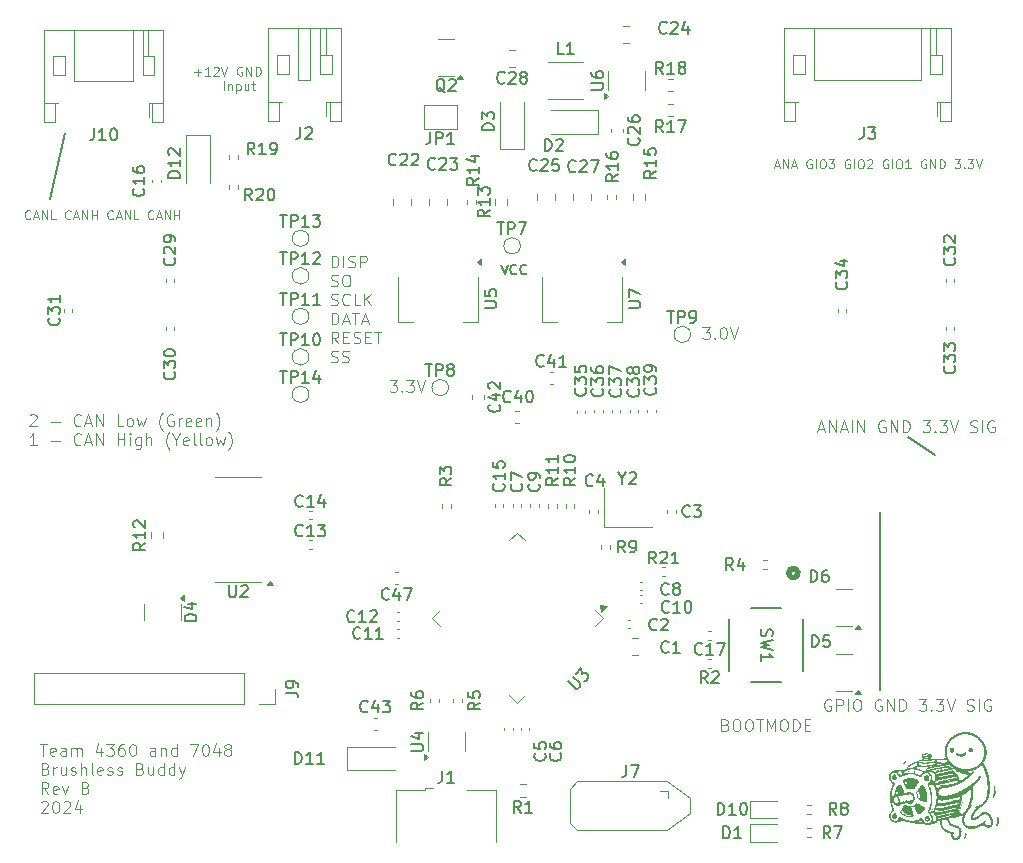
<source format=gbr>
%TF.GenerationSoftware,KiCad,Pcbnew,8.0.6-8.0.6-0~ubuntu24.04.1*%
%TF.CreationDate,2024-11-23T19:36:30-06:00*%
%TF.ProjectId,FRCMotorTester,4652434d-6f74-46f7-9254-65737465722e,rev?*%
%TF.SameCoordinates,Original*%
%TF.FileFunction,Legend,Top*%
%TF.FilePolarity,Positive*%
%FSLAX46Y46*%
G04 Gerber Fmt 4.6, Leading zero omitted, Abs format (unit mm)*
G04 Created by KiCad (PCBNEW 8.0.6-8.0.6-0~ubuntu24.04.1) date 2024-11-23 19:36:30*
%MOMM*%
%LPD*%
G01*
G04 APERTURE LIST*
%ADD10C,0.152400*%
%ADD11C,0.063500*%
%ADD12C,0.100000*%
%ADD13C,0.150000*%
%ADD14C,0.120000*%
%ADD15C,0.000000*%
%ADD16C,0.508000*%
G04 APERTURE END LIST*
D10*
X93472000Y-51562000D02*
X94742000Y-45974000D01*
D11*
X154825654Y-48707729D02*
X155188512Y-48707729D01*
X154753083Y-48925443D02*
X155007083Y-48163443D01*
X155007083Y-48163443D02*
X155261083Y-48925443D01*
X155515083Y-48925443D02*
X155515083Y-48163443D01*
X155515083Y-48163443D02*
X155950512Y-48925443D01*
X155950512Y-48925443D02*
X155950512Y-48163443D01*
X156277083Y-48707729D02*
X156639941Y-48707729D01*
X156204512Y-48925443D02*
X156458512Y-48163443D01*
X156458512Y-48163443D02*
X156712512Y-48925443D01*
X157946226Y-48199729D02*
X157873655Y-48163443D01*
X157873655Y-48163443D02*
X157764797Y-48163443D01*
X157764797Y-48163443D02*
X157655940Y-48199729D01*
X157655940Y-48199729D02*
X157583369Y-48272300D01*
X157583369Y-48272300D02*
X157547083Y-48344872D01*
X157547083Y-48344872D02*
X157510797Y-48490015D01*
X157510797Y-48490015D02*
X157510797Y-48598872D01*
X157510797Y-48598872D02*
X157547083Y-48744015D01*
X157547083Y-48744015D02*
X157583369Y-48816586D01*
X157583369Y-48816586D02*
X157655940Y-48889158D01*
X157655940Y-48889158D02*
X157764797Y-48925443D01*
X157764797Y-48925443D02*
X157837369Y-48925443D01*
X157837369Y-48925443D02*
X157946226Y-48889158D01*
X157946226Y-48889158D02*
X157982512Y-48852872D01*
X157982512Y-48852872D02*
X157982512Y-48598872D01*
X157982512Y-48598872D02*
X157837369Y-48598872D01*
X158309083Y-48925443D02*
X158309083Y-48163443D01*
X158817083Y-48163443D02*
X158962226Y-48163443D01*
X158962226Y-48163443D02*
X159034797Y-48199729D01*
X159034797Y-48199729D02*
X159107369Y-48272300D01*
X159107369Y-48272300D02*
X159143654Y-48417443D01*
X159143654Y-48417443D02*
X159143654Y-48671443D01*
X159143654Y-48671443D02*
X159107369Y-48816586D01*
X159107369Y-48816586D02*
X159034797Y-48889158D01*
X159034797Y-48889158D02*
X158962226Y-48925443D01*
X158962226Y-48925443D02*
X158817083Y-48925443D01*
X158817083Y-48925443D02*
X158744512Y-48889158D01*
X158744512Y-48889158D02*
X158671940Y-48816586D01*
X158671940Y-48816586D02*
X158635654Y-48671443D01*
X158635654Y-48671443D02*
X158635654Y-48417443D01*
X158635654Y-48417443D02*
X158671940Y-48272300D01*
X158671940Y-48272300D02*
X158744512Y-48199729D01*
X158744512Y-48199729D02*
X158817083Y-48163443D01*
X159397655Y-48163443D02*
X159869369Y-48163443D01*
X159869369Y-48163443D02*
X159615369Y-48453729D01*
X159615369Y-48453729D02*
X159724226Y-48453729D01*
X159724226Y-48453729D02*
X159796798Y-48490015D01*
X159796798Y-48490015D02*
X159833083Y-48526300D01*
X159833083Y-48526300D02*
X159869369Y-48598872D01*
X159869369Y-48598872D02*
X159869369Y-48780300D01*
X159869369Y-48780300D02*
X159833083Y-48852872D01*
X159833083Y-48852872D02*
X159796798Y-48889158D01*
X159796798Y-48889158D02*
X159724226Y-48925443D01*
X159724226Y-48925443D02*
X159506512Y-48925443D01*
X159506512Y-48925443D02*
X159433940Y-48889158D01*
X159433940Y-48889158D02*
X159397655Y-48852872D01*
X161175654Y-48199729D02*
X161103083Y-48163443D01*
X161103083Y-48163443D02*
X160994225Y-48163443D01*
X160994225Y-48163443D02*
X160885368Y-48199729D01*
X160885368Y-48199729D02*
X160812797Y-48272300D01*
X160812797Y-48272300D02*
X160776511Y-48344872D01*
X160776511Y-48344872D02*
X160740225Y-48490015D01*
X160740225Y-48490015D02*
X160740225Y-48598872D01*
X160740225Y-48598872D02*
X160776511Y-48744015D01*
X160776511Y-48744015D02*
X160812797Y-48816586D01*
X160812797Y-48816586D02*
X160885368Y-48889158D01*
X160885368Y-48889158D02*
X160994225Y-48925443D01*
X160994225Y-48925443D02*
X161066797Y-48925443D01*
X161066797Y-48925443D02*
X161175654Y-48889158D01*
X161175654Y-48889158D02*
X161211940Y-48852872D01*
X161211940Y-48852872D02*
X161211940Y-48598872D01*
X161211940Y-48598872D02*
X161066797Y-48598872D01*
X161538511Y-48925443D02*
X161538511Y-48163443D01*
X162046511Y-48163443D02*
X162191654Y-48163443D01*
X162191654Y-48163443D02*
X162264225Y-48199729D01*
X162264225Y-48199729D02*
X162336797Y-48272300D01*
X162336797Y-48272300D02*
X162373082Y-48417443D01*
X162373082Y-48417443D02*
X162373082Y-48671443D01*
X162373082Y-48671443D02*
X162336797Y-48816586D01*
X162336797Y-48816586D02*
X162264225Y-48889158D01*
X162264225Y-48889158D02*
X162191654Y-48925443D01*
X162191654Y-48925443D02*
X162046511Y-48925443D01*
X162046511Y-48925443D02*
X161973940Y-48889158D01*
X161973940Y-48889158D02*
X161901368Y-48816586D01*
X161901368Y-48816586D02*
X161865082Y-48671443D01*
X161865082Y-48671443D02*
X161865082Y-48417443D01*
X161865082Y-48417443D02*
X161901368Y-48272300D01*
X161901368Y-48272300D02*
X161973940Y-48199729D01*
X161973940Y-48199729D02*
X162046511Y-48163443D01*
X162663368Y-48236015D02*
X162699654Y-48199729D01*
X162699654Y-48199729D02*
X162772226Y-48163443D01*
X162772226Y-48163443D02*
X162953654Y-48163443D01*
X162953654Y-48163443D02*
X163026226Y-48199729D01*
X163026226Y-48199729D02*
X163062511Y-48236015D01*
X163062511Y-48236015D02*
X163098797Y-48308586D01*
X163098797Y-48308586D02*
X163098797Y-48381158D01*
X163098797Y-48381158D02*
X163062511Y-48490015D01*
X163062511Y-48490015D02*
X162627083Y-48925443D01*
X162627083Y-48925443D02*
X163098797Y-48925443D01*
X164405082Y-48199729D02*
X164332511Y-48163443D01*
X164332511Y-48163443D02*
X164223653Y-48163443D01*
X164223653Y-48163443D02*
X164114796Y-48199729D01*
X164114796Y-48199729D02*
X164042225Y-48272300D01*
X164042225Y-48272300D02*
X164005939Y-48344872D01*
X164005939Y-48344872D02*
X163969653Y-48490015D01*
X163969653Y-48490015D02*
X163969653Y-48598872D01*
X163969653Y-48598872D02*
X164005939Y-48744015D01*
X164005939Y-48744015D02*
X164042225Y-48816586D01*
X164042225Y-48816586D02*
X164114796Y-48889158D01*
X164114796Y-48889158D02*
X164223653Y-48925443D01*
X164223653Y-48925443D02*
X164296225Y-48925443D01*
X164296225Y-48925443D02*
X164405082Y-48889158D01*
X164405082Y-48889158D02*
X164441368Y-48852872D01*
X164441368Y-48852872D02*
X164441368Y-48598872D01*
X164441368Y-48598872D02*
X164296225Y-48598872D01*
X164767939Y-48925443D02*
X164767939Y-48163443D01*
X165275939Y-48163443D02*
X165421082Y-48163443D01*
X165421082Y-48163443D02*
X165493653Y-48199729D01*
X165493653Y-48199729D02*
X165566225Y-48272300D01*
X165566225Y-48272300D02*
X165602510Y-48417443D01*
X165602510Y-48417443D02*
X165602510Y-48671443D01*
X165602510Y-48671443D02*
X165566225Y-48816586D01*
X165566225Y-48816586D02*
X165493653Y-48889158D01*
X165493653Y-48889158D02*
X165421082Y-48925443D01*
X165421082Y-48925443D02*
X165275939Y-48925443D01*
X165275939Y-48925443D02*
X165203368Y-48889158D01*
X165203368Y-48889158D02*
X165130796Y-48816586D01*
X165130796Y-48816586D02*
X165094510Y-48671443D01*
X165094510Y-48671443D02*
X165094510Y-48417443D01*
X165094510Y-48417443D02*
X165130796Y-48272300D01*
X165130796Y-48272300D02*
X165203368Y-48199729D01*
X165203368Y-48199729D02*
X165275939Y-48163443D01*
X166328225Y-48925443D02*
X165892796Y-48925443D01*
X166110511Y-48925443D02*
X166110511Y-48163443D01*
X166110511Y-48163443D02*
X166037939Y-48272300D01*
X166037939Y-48272300D02*
X165965368Y-48344872D01*
X165965368Y-48344872D02*
X165892796Y-48381158D01*
X167634510Y-48199729D02*
X167561939Y-48163443D01*
X167561939Y-48163443D02*
X167453081Y-48163443D01*
X167453081Y-48163443D02*
X167344224Y-48199729D01*
X167344224Y-48199729D02*
X167271653Y-48272300D01*
X167271653Y-48272300D02*
X167235367Y-48344872D01*
X167235367Y-48344872D02*
X167199081Y-48490015D01*
X167199081Y-48490015D02*
X167199081Y-48598872D01*
X167199081Y-48598872D02*
X167235367Y-48744015D01*
X167235367Y-48744015D02*
X167271653Y-48816586D01*
X167271653Y-48816586D02*
X167344224Y-48889158D01*
X167344224Y-48889158D02*
X167453081Y-48925443D01*
X167453081Y-48925443D02*
X167525653Y-48925443D01*
X167525653Y-48925443D02*
X167634510Y-48889158D01*
X167634510Y-48889158D02*
X167670796Y-48852872D01*
X167670796Y-48852872D02*
X167670796Y-48598872D01*
X167670796Y-48598872D02*
X167525653Y-48598872D01*
X167997367Y-48925443D02*
X167997367Y-48163443D01*
X167997367Y-48163443D02*
X168432796Y-48925443D01*
X168432796Y-48925443D02*
X168432796Y-48163443D01*
X168795653Y-48925443D02*
X168795653Y-48163443D01*
X168795653Y-48163443D02*
X168977082Y-48163443D01*
X168977082Y-48163443D02*
X169085939Y-48199729D01*
X169085939Y-48199729D02*
X169158510Y-48272300D01*
X169158510Y-48272300D02*
X169194796Y-48344872D01*
X169194796Y-48344872D02*
X169231082Y-48490015D01*
X169231082Y-48490015D02*
X169231082Y-48598872D01*
X169231082Y-48598872D02*
X169194796Y-48744015D01*
X169194796Y-48744015D02*
X169158510Y-48816586D01*
X169158510Y-48816586D02*
X169085939Y-48889158D01*
X169085939Y-48889158D02*
X168977082Y-48925443D01*
X168977082Y-48925443D02*
X168795653Y-48925443D01*
X170065653Y-48163443D02*
X170537367Y-48163443D01*
X170537367Y-48163443D02*
X170283367Y-48453729D01*
X170283367Y-48453729D02*
X170392224Y-48453729D01*
X170392224Y-48453729D02*
X170464796Y-48490015D01*
X170464796Y-48490015D02*
X170501081Y-48526300D01*
X170501081Y-48526300D02*
X170537367Y-48598872D01*
X170537367Y-48598872D02*
X170537367Y-48780300D01*
X170537367Y-48780300D02*
X170501081Y-48852872D01*
X170501081Y-48852872D02*
X170464796Y-48889158D01*
X170464796Y-48889158D02*
X170392224Y-48925443D01*
X170392224Y-48925443D02*
X170174510Y-48925443D01*
X170174510Y-48925443D02*
X170101938Y-48889158D01*
X170101938Y-48889158D02*
X170065653Y-48852872D01*
X170863938Y-48852872D02*
X170900224Y-48889158D01*
X170900224Y-48889158D02*
X170863938Y-48925443D01*
X170863938Y-48925443D02*
X170827652Y-48889158D01*
X170827652Y-48889158D02*
X170863938Y-48852872D01*
X170863938Y-48852872D02*
X170863938Y-48925443D01*
X171154224Y-48163443D02*
X171625938Y-48163443D01*
X171625938Y-48163443D02*
X171371938Y-48453729D01*
X171371938Y-48453729D02*
X171480795Y-48453729D01*
X171480795Y-48453729D02*
X171553367Y-48490015D01*
X171553367Y-48490015D02*
X171589652Y-48526300D01*
X171589652Y-48526300D02*
X171625938Y-48598872D01*
X171625938Y-48598872D02*
X171625938Y-48780300D01*
X171625938Y-48780300D02*
X171589652Y-48852872D01*
X171589652Y-48852872D02*
X171553367Y-48889158D01*
X171553367Y-48889158D02*
X171480795Y-48925443D01*
X171480795Y-48925443D02*
X171263081Y-48925443D01*
X171263081Y-48925443D02*
X171190509Y-48889158D01*
X171190509Y-48889158D02*
X171154224Y-48852872D01*
X171843652Y-48163443D02*
X172097652Y-48925443D01*
X172097652Y-48925443D02*
X172351652Y-48163443D01*
X91797366Y-53170872D02*
X91761080Y-53207158D01*
X91761080Y-53207158D02*
X91652223Y-53243443D01*
X91652223Y-53243443D02*
X91579651Y-53243443D01*
X91579651Y-53243443D02*
X91470794Y-53207158D01*
X91470794Y-53207158D02*
X91398223Y-53134586D01*
X91398223Y-53134586D02*
X91361937Y-53062015D01*
X91361937Y-53062015D02*
X91325651Y-52916872D01*
X91325651Y-52916872D02*
X91325651Y-52808015D01*
X91325651Y-52808015D02*
X91361937Y-52662872D01*
X91361937Y-52662872D02*
X91398223Y-52590300D01*
X91398223Y-52590300D02*
X91470794Y-52517729D01*
X91470794Y-52517729D02*
X91579651Y-52481443D01*
X91579651Y-52481443D02*
X91652223Y-52481443D01*
X91652223Y-52481443D02*
X91761080Y-52517729D01*
X91761080Y-52517729D02*
X91797366Y-52554015D01*
X92087651Y-53025729D02*
X92450509Y-53025729D01*
X92015080Y-53243443D02*
X92269080Y-52481443D01*
X92269080Y-52481443D02*
X92523080Y-53243443D01*
X92777080Y-53243443D02*
X92777080Y-52481443D01*
X92777080Y-52481443D02*
X93212509Y-53243443D01*
X93212509Y-53243443D02*
X93212509Y-52481443D01*
X93938223Y-53243443D02*
X93575366Y-53243443D01*
X93575366Y-53243443D02*
X93575366Y-52481443D01*
X95208223Y-53170872D02*
X95171937Y-53207158D01*
X95171937Y-53207158D02*
X95063080Y-53243443D01*
X95063080Y-53243443D02*
X94990508Y-53243443D01*
X94990508Y-53243443D02*
X94881651Y-53207158D01*
X94881651Y-53207158D02*
X94809080Y-53134586D01*
X94809080Y-53134586D02*
X94772794Y-53062015D01*
X94772794Y-53062015D02*
X94736508Y-52916872D01*
X94736508Y-52916872D02*
X94736508Y-52808015D01*
X94736508Y-52808015D02*
X94772794Y-52662872D01*
X94772794Y-52662872D02*
X94809080Y-52590300D01*
X94809080Y-52590300D02*
X94881651Y-52517729D01*
X94881651Y-52517729D02*
X94990508Y-52481443D01*
X94990508Y-52481443D02*
X95063080Y-52481443D01*
X95063080Y-52481443D02*
X95171937Y-52517729D01*
X95171937Y-52517729D02*
X95208223Y-52554015D01*
X95498508Y-53025729D02*
X95861366Y-53025729D01*
X95425937Y-53243443D02*
X95679937Y-52481443D01*
X95679937Y-52481443D02*
X95933937Y-53243443D01*
X96187937Y-53243443D02*
X96187937Y-52481443D01*
X96187937Y-52481443D02*
X96623366Y-53243443D01*
X96623366Y-53243443D02*
X96623366Y-52481443D01*
X96986223Y-53243443D02*
X96986223Y-52481443D01*
X96986223Y-52844300D02*
X97421652Y-52844300D01*
X97421652Y-53243443D02*
X97421652Y-52481443D01*
X98800509Y-53170872D02*
X98764223Y-53207158D01*
X98764223Y-53207158D02*
X98655366Y-53243443D01*
X98655366Y-53243443D02*
X98582794Y-53243443D01*
X98582794Y-53243443D02*
X98473937Y-53207158D01*
X98473937Y-53207158D02*
X98401366Y-53134586D01*
X98401366Y-53134586D02*
X98365080Y-53062015D01*
X98365080Y-53062015D02*
X98328794Y-52916872D01*
X98328794Y-52916872D02*
X98328794Y-52808015D01*
X98328794Y-52808015D02*
X98365080Y-52662872D01*
X98365080Y-52662872D02*
X98401366Y-52590300D01*
X98401366Y-52590300D02*
X98473937Y-52517729D01*
X98473937Y-52517729D02*
X98582794Y-52481443D01*
X98582794Y-52481443D02*
X98655366Y-52481443D01*
X98655366Y-52481443D02*
X98764223Y-52517729D01*
X98764223Y-52517729D02*
X98800509Y-52554015D01*
X99090794Y-53025729D02*
X99453652Y-53025729D01*
X99018223Y-53243443D02*
X99272223Y-52481443D01*
X99272223Y-52481443D02*
X99526223Y-53243443D01*
X99780223Y-53243443D02*
X99780223Y-52481443D01*
X99780223Y-52481443D02*
X100215652Y-53243443D01*
X100215652Y-53243443D02*
X100215652Y-52481443D01*
X100941366Y-53243443D02*
X100578509Y-53243443D01*
X100578509Y-53243443D02*
X100578509Y-52481443D01*
X102211366Y-53170872D02*
X102175080Y-53207158D01*
X102175080Y-53207158D02*
X102066223Y-53243443D01*
X102066223Y-53243443D02*
X101993651Y-53243443D01*
X101993651Y-53243443D02*
X101884794Y-53207158D01*
X101884794Y-53207158D02*
X101812223Y-53134586D01*
X101812223Y-53134586D02*
X101775937Y-53062015D01*
X101775937Y-53062015D02*
X101739651Y-52916872D01*
X101739651Y-52916872D02*
X101739651Y-52808015D01*
X101739651Y-52808015D02*
X101775937Y-52662872D01*
X101775937Y-52662872D02*
X101812223Y-52590300D01*
X101812223Y-52590300D02*
X101884794Y-52517729D01*
X101884794Y-52517729D02*
X101993651Y-52481443D01*
X101993651Y-52481443D02*
X102066223Y-52481443D01*
X102066223Y-52481443D02*
X102175080Y-52517729D01*
X102175080Y-52517729D02*
X102211366Y-52554015D01*
X102501651Y-53025729D02*
X102864509Y-53025729D01*
X102429080Y-53243443D02*
X102683080Y-52481443D01*
X102683080Y-52481443D02*
X102937080Y-53243443D01*
X103191080Y-53243443D02*
X103191080Y-52481443D01*
X103191080Y-52481443D02*
X103626509Y-53243443D01*
X103626509Y-53243443D02*
X103626509Y-52481443D01*
X103989366Y-53243443D02*
X103989366Y-52481443D01*
X103989366Y-52844300D02*
X104424795Y-52844300D01*
X104424795Y-53243443D02*
X104424795Y-52481443D01*
D10*
X163700000Y-78000000D02*
X163700000Y-93100000D01*
X166100000Y-71700000D02*
X168400000Y-73200000D01*
D12*
X150637217Y-96048609D02*
X150780074Y-96096228D01*
X150780074Y-96096228D02*
X150827693Y-96143847D01*
X150827693Y-96143847D02*
X150875312Y-96239085D01*
X150875312Y-96239085D02*
X150875312Y-96381942D01*
X150875312Y-96381942D02*
X150827693Y-96477180D01*
X150827693Y-96477180D02*
X150780074Y-96524800D01*
X150780074Y-96524800D02*
X150684836Y-96572419D01*
X150684836Y-96572419D02*
X150303884Y-96572419D01*
X150303884Y-96572419D02*
X150303884Y-95572419D01*
X150303884Y-95572419D02*
X150637217Y-95572419D01*
X150637217Y-95572419D02*
X150732455Y-95620038D01*
X150732455Y-95620038D02*
X150780074Y-95667657D01*
X150780074Y-95667657D02*
X150827693Y-95762895D01*
X150827693Y-95762895D02*
X150827693Y-95858133D01*
X150827693Y-95858133D02*
X150780074Y-95953371D01*
X150780074Y-95953371D02*
X150732455Y-96000990D01*
X150732455Y-96000990D02*
X150637217Y-96048609D01*
X150637217Y-96048609D02*
X150303884Y-96048609D01*
X151494360Y-95572419D02*
X151684836Y-95572419D01*
X151684836Y-95572419D02*
X151780074Y-95620038D01*
X151780074Y-95620038D02*
X151875312Y-95715276D01*
X151875312Y-95715276D02*
X151922931Y-95905752D01*
X151922931Y-95905752D02*
X151922931Y-96239085D01*
X151922931Y-96239085D02*
X151875312Y-96429561D01*
X151875312Y-96429561D02*
X151780074Y-96524800D01*
X151780074Y-96524800D02*
X151684836Y-96572419D01*
X151684836Y-96572419D02*
X151494360Y-96572419D01*
X151494360Y-96572419D02*
X151399122Y-96524800D01*
X151399122Y-96524800D02*
X151303884Y-96429561D01*
X151303884Y-96429561D02*
X151256265Y-96239085D01*
X151256265Y-96239085D02*
X151256265Y-95905752D01*
X151256265Y-95905752D02*
X151303884Y-95715276D01*
X151303884Y-95715276D02*
X151399122Y-95620038D01*
X151399122Y-95620038D02*
X151494360Y-95572419D01*
X152541979Y-95572419D02*
X152732455Y-95572419D01*
X152732455Y-95572419D02*
X152827693Y-95620038D01*
X152827693Y-95620038D02*
X152922931Y-95715276D01*
X152922931Y-95715276D02*
X152970550Y-95905752D01*
X152970550Y-95905752D02*
X152970550Y-96239085D01*
X152970550Y-96239085D02*
X152922931Y-96429561D01*
X152922931Y-96429561D02*
X152827693Y-96524800D01*
X152827693Y-96524800D02*
X152732455Y-96572419D01*
X152732455Y-96572419D02*
X152541979Y-96572419D01*
X152541979Y-96572419D02*
X152446741Y-96524800D01*
X152446741Y-96524800D02*
X152351503Y-96429561D01*
X152351503Y-96429561D02*
X152303884Y-96239085D01*
X152303884Y-96239085D02*
X152303884Y-95905752D01*
X152303884Y-95905752D02*
X152351503Y-95715276D01*
X152351503Y-95715276D02*
X152446741Y-95620038D01*
X152446741Y-95620038D02*
X152541979Y-95572419D01*
X153256265Y-95572419D02*
X153827693Y-95572419D01*
X153541979Y-96572419D02*
X153541979Y-95572419D01*
X154161027Y-96572419D02*
X154161027Y-95572419D01*
X154161027Y-95572419D02*
X154494360Y-96286704D01*
X154494360Y-96286704D02*
X154827693Y-95572419D01*
X154827693Y-95572419D02*
X154827693Y-96572419D01*
X155494360Y-95572419D02*
X155684836Y-95572419D01*
X155684836Y-95572419D02*
X155780074Y-95620038D01*
X155780074Y-95620038D02*
X155875312Y-95715276D01*
X155875312Y-95715276D02*
X155922931Y-95905752D01*
X155922931Y-95905752D02*
X155922931Y-96239085D01*
X155922931Y-96239085D02*
X155875312Y-96429561D01*
X155875312Y-96429561D02*
X155780074Y-96524800D01*
X155780074Y-96524800D02*
X155684836Y-96572419D01*
X155684836Y-96572419D02*
X155494360Y-96572419D01*
X155494360Y-96572419D02*
X155399122Y-96524800D01*
X155399122Y-96524800D02*
X155303884Y-96429561D01*
X155303884Y-96429561D02*
X155256265Y-96239085D01*
X155256265Y-96239085D02*
X155256265Y-95905752D01*
X155256265Y-95905752D02*
X155303884Y-95715276D01*
X155303884Y-95715276D02*
X155399122Y-95620038D01*
X155399122Y-95620038D02*
X155494360Y-95572419D01*
X156351503Y-96572419D02*
X156351503Y-95572419D01*
X156351503Y-95572419D02*
X156589598Y-95572419D01*
X156589598Y-95572419D02*
X156732455Y-95620038D01*
X156732455Y-95620038D02*
X156827693Y-95715276D01*
X156827693Y-95715276D02*
X156875312Y-95810514D01*
X156875312Y-95810514D02*
X156922931Y-96000990D01*
X156922931Y-96000990D02*
X156922931Y-96143847D01*
X156922931Y-96143847D02*
X156875312Y-96334323D01*
X156875312Y-96334323D02*
X156827693Y-96429561D01*
X156827693Y-96429561D02*
X156732455Y-96524800D01*
X156732455Y-96524800D02*
X156589598Y-96572419D01*
X156589598Y-96572419D02*
X156351503Y-96572419D01*
X157351503Y-96048609D02*
X157684836Y-96048609D01*
X157827693Y-96572419D02*
X157351503Y-96572419D01*
X157351503Y-96572419D02*
X157351503Y-95572419D01*
X157351503Y-95572419D02*
X157827693Y-95572419D01*
D10*
X131677672Y-57079803D02*
X131948605Y-57892603D01*
X131948605Y-57892603D02*
X132219539Y-57079803D01*
X132954929Y-57815194D02*
X132916225Y-57853899D01*
X132916225Y-57853899D02*
X132800110Y-57892603D01*
X132800110Y-57892603D02*
X132722701Y-57892603D01*
X132722701Y-57892603D02*
X132606587Y-57853899D01*
X132606587Y-57853899D02*
X132529177Y-57776489D01*
X132529177Y-57776489D02*
X132490472Y-57699079D01*
X132490472Y-57699079D02*
X132451768Y-57544260D01*
X132451768Y-57544260D02*
X132451768Y-57428146D01*
X132451768Y-57428146D02*
X132490472Y-57273327D01*
X132490472Y-57273327D02*
X132529177Y-57195918D01*
X132529177Y-57195918D02*
X132606587Y-57118508D01*
X132606587Y-57118508D02*
X132722701Y-57079803D01*
X132722701Y-57079803D02*
X132800110Y-57079803D01*
X132800110Y-57079803D02*
X132916225Y-57118508D01*
X132916225Y-57118508D02*
X132954929Y-57157213D01*
X133767729Y-57815194D02*
X133729025Y-57853899D01*
X133729025Y-57853899D02*
X133612910Y-57892603D01*
X133612910Y-57892603D02*
X133535501Y-57892603D01*
X133535501Y-57892603D02*
X133419387Y-57853899D01*
X133419387Y-57853899D02*
X133341977Y-57776489D01*
X133341977Y-57776489D02*
X133303272Y-57699079D01*
X133303272Y-57699079D02*
X133264568Y-57544260D01*
X133264568Y-57544260D02*
X133264568Y-57428146D01*
X133264568Y-57428146D02*
X133303272Y-57273327D01*
X133303272Y-57273327D02*
X133341977Y-57195918D01*
X133341977Y-57195918D02*
X133419387Y-57118508D01*
X133419387Y-57118508D02*
X133535501Y-57079803D01*
X133535501Y-57079803D02*
X133612910Y-57079803D01*
X133612910Y-57079803D02*
X133729025Y-57118508D01*
X133729025Y-57118508D02*
X133767729Y-57157213D01*
D12*
X117303884Y-57322699D02*
X117303884Y-56322699D01*
X117303884Y-56322699D02*
X117541979Y-56322699D01*
X117541979Y-56322699D02*
X117684836Y-56370318D01*
X117684836Y-56370318D02*
X117780074Y-56465556D01*
X117780074Y-56465556D02*
X117827693Y-56560794D01*
X117827693Y-56560794D02*
X117875312Y-56751270D01*
X117875312Y-56751270D02*
X117875312Y-56894127D01*
X117875312Y-56894127D02*
X117827693Y-57084603D01*
X117827693Y-57084603D02*
X117780074Y-57179841D01*
X117780074Y-57179841D02*
X117684836Y-57275080D01*
X117684836Y-57275080D02*
X117541979Y-57322699D01*
X117541979Y-57322699D02*
X117303884Y-57322699D01*
X118303884Y-57322699D02*
X118303884Y-56322699D01*
X118732455Y-57275080D02*
X118875312Y-57322699D01*
X118875312Y-57322699D02*
X119113407Y-57322699D01*
X119113407Y-57322699D02*
X119208645Y-57275080D01*
X119208645Y-57275080D02*
X119256264Y-57227460D01*
X119256264Y-57227460D02*
X119303883Y-57132222D01*
X119303883Y-57132222D02*
X119303883Y-57036984D01*
X119303883Y-57036984D02*
X119256264Y-56941746D01*
X119256264Y-56941746D02*
X119208645Y-56894127D01*
X119208645Y-56894127D02*
X119113407Y-56846508D01*
X119113407Y-56846508D02*
X118922931Y-56798889D01*
X118922931Y-56798889D02*
X118827693Y-56751270D01*
X118827693Y-56751270D02*
X118780074Y-56703651D01*
X118780074Y-56703651D02*
X118732455Y-56608413D01*
X118732455Y-56608413D02*
X118732455Y-56513175D01*
X118732455Y-56513175D02*
X118780074Y-56417937D01*
X118780074Y-56417937D02*
X118827693Y-56370318D01*
X118827693Y-56370318D02*
X118922931Y-56322699D01*
X118922931Y-56322699D02*
X119161026Y-56322699D01*
X119161026Y-56322699D02*
X119303883Y-56370318D01*
X119732455Y-57322699D02*
X119732455Y-56322699D01*
X119732455Y-56322699D02*
X120113407Y-56322699D01*
X120113407Y-56322699D02*
X120208645Y-56370318D01*
X120208645Y-56370318D02*
X120256264Y-56417937D01*
X120256264Y-56417937D02*
X120303883Y-56513175D01*
X120303883Y-56513175D02*
X120303883Y-56656032D01*
X120303883Y-56656032D02*
X120256264Y-56751270D01*
X120256264Y-56751270D02*
X120208645Y-56798889D01*
X120208645Y-56798889D02*
X120113407Y-56846508D01*
X120113407Y-56846508D02*
X119732455Y-56846508D01*
X117256265Y-58885024D02*
X117399122Y-58932643D01*
X117399122Y-58932643D02*
X117637217Y-58932643D01*
X117637217Y-58932643D02*
X117732455Y-58885024D01*
X117732455Y-58885024D02*
X117780074Y-58837404D01*
X117780074Y-58837404D02*
X117827693Y-58742166D01*
X117827693Y-58742166D02*
X117827693Y-58646928D01*
X117827693Y-58646928D02*
X117780074Y-58551690D01*
X117780074Y-58551690D02*
X117732455Y-58504071D01*
X117732455Y-58504071D02*
X117637217Y-58456452D01*
X117637217Y-58456452D02*
X117446741Y-58408833D01*
X117446741Y-58408833D02*
X117351503Y-58361214D01*
X117351503Y-58361214D02*
X117303884Y-58313595D01*
X117303884Y-58313595D02*
X117256265Y-58218357D01*
X117256265Y-58218357D02*
X117256265Y-58123119D01*
X117256265Y-58123119D02*
X117303884Y-58027881D01*
X117303884Y-58027881D02*
X117351503Y-57980262D01*
X117351503Y-57980262D02*
X117446741Y-57932643D01*
X117446741Y-57932643D02*
X117684836Y-57932643D01*
X117684836Y-57932643D02*
X117827693Y-57980262D01*
X118446741Y-57932643D02*
X118637217Y-57932643D01*
X118637217Y-57932643D02*
X118732455Y-57980262D01*
X118732455Y-57980262D02*
X118827693Y-58075500D01*
X118827693Y-58075500D02*
X118875312Y-58265976D01*
X118875312Y-58265976D02*
X118875312Y-58599309D01*
X118875312Y-58599309D02*
X118827693Y-58789785D01*
X118827693Y-58789785D02*
X118732455Y-58885024D01*
X118732455Y-58885024D02*
X118637217Y-58932643D01*
X118637217Y-58932643D02*
X118446741Y-58932643D01*
X118446741Y-58932643D02*
X118351503Y-58885024D01*
X118351503Y-58885024D02*
X118256265Y-58789785D01*
X118256265Y-58789785D02*
X118208646Y-58599309D01*
X118208646Y-58599309D02*
X118208646Y-58265976D01*
X118208646Y-58265976D02*
X118256265Y-58075500D01*
X118256265Y-58075500D02*
X118351503Y-57980262D01*
X118351503Y-57980262D02*
X118446741Y-57932643D01*
X117256265Y-60494968D02*
X117399122Y-60542587D01*
X117399122Y-60542587D02*
X117637217Y-60542587D01*
X117637217Y-60542587D02*
X117732455Y-60494968D01*
X117732455Y-60494968D02*
X117780074Y-60447348D01*
X117780074Y-60447348D02*
X117827693Y-60352110D01*
X117827693Y-60352110D02*
X117827693Y-60256872D01*
X117827693Y-60256872D02*
X117780074Y-60161634D01*
X117780074Y-60161634D02*
X117732455Y-60114015D01*
X117732455Y-60114015D02*
X117637217Y-60066396D01*
X117637217Y-60066396D02*
X117446741Y-60018777D01*
X117446741Y-60018777D02*
X117351503Y-59971158D01*
X117351503Y-59971158D02*
X117303884Y-59923539D01*
X117303884Y-59923539D02*
X117256265Y-59828301D01*
X117256265Y-59828301D02*
X117256265Y-59733063D01*
X117256265Y-59733063D02*
X117303884Y-59637825D01*
X117303884Y-59637825D02*
X117351503Y-59590206D01*
X117351503Y-59590206D02*
X117446741Y-59542587D01*
X117446741Y-59542587D02*
X117684836Y-59542587D01*
X117684836Y-59542587D02*
X117827693Y-59590206D01*
X118827693Y-60447348D02*
X118780074Y-60494968D01*
X118780074Y-60494968D02*
X118637217Y-60542587D01*
X118637217Y-60542587D02*
X118541979Y-60542587D01*
X118541979Y-60542587D02*
X118399122Y-60494968D01*
X118399122Y-60494968D02*
X118303884Y-60399729D01*
X118303884Y-60399729D02*
X118256265Y-60304491D01*
X118256265Y-60304491D02*
X118208646Y-60114015D01*
X118208646Y-60114015D02*
X118208646Y-59971158D01*
X118208646Y-59971158D02*
X118256265Y-59780682D01*
X118256265Y-59780682D02*
X118303884Y-59685444D01*
X118303884Y-59685444D02*
X118399122Y-59590206D01*
X118399122Y-59590206D02*
X118541979Y-59542587D01*
X118541979Y-59542587D02*
X118637217Y-59542587D01*
X118637217Y-59542587D02*
X118780074Y-59590206D01*
X118780074Y-59590206D02*
X118827693Y-59637825D01*
X119732455Y-60542587D02*
X119256265Y-60542587D01*
X119256265Y-60542587D02*
X119256265Y-59542587D01*
X120065789Y-60542587D02*
X120065789Y-59542587D01*
X120637217Y-60542587D02*
X120208646Y-59971158D01*
X120637217Y-59542587D02*
X120065789Y-60114015D01*
X117303884Y-62152531D02*
X117303884Y-61152531D01*
X117303884Y-61152531D02*
X117541979Y-61152531D01*
X117541979Y-61152531D02*
X117684836Y-61200150D01*
X117684836Y-61200150D02*
X117780074Y-61295388D01*
X117780074Y-61295388D02*
X117827693Y-61390626D01*
X117827693Y-61390626D02*
X117875312Y-61581102D01*
X117875312Y-61581102D02*
X117875312Y-61723959D01*
X117875312Y-61723959D02*
X117827693Y-61914435D01*
X117827693Y-61914435D02*
X117780074Y-62009673D01*
X117780074Y-62009673D02*
X117684836Y-62104912D01*
X117684836Y-62104912D02*
X117541979Y-62152531D01*
X117541979Y-62152531D02*
X117303884Y-62152531D01*
X118256265Y-61866816D02*
X118732455Y-61866816D01*
X118161027Y-62152531D02*
X118494360Y-61152531D01*
X118494360Y-61152531D02*
X118827693Y-62152531D01*
X119018170Y-61152531D02*
X119589598Y-61152531D01*
X119303884Y-62152531D02*
X119303884Y-61152531D01*
X119875313Y-61866816D02*
X120351503Y-61866816D01*
X119780075Y-62152531D02*
X120113408Y-61152531D01*
X120113408Y-61152531D02*
X120446741Y-62152531D01*
X117875312Y-63762475D02*
X117541979Y-63286284D01*
X117303884Y-63762475D02*
X117303884Y-62762475D01*
X117303884Y-62762475D02*
X117684836Y-62762475D01*
X117684836Y-62762475D02*
X117780074Y-62810094D01*
X117780074Y-62810094D02*
X117827693Y-62857713D01*
X117827693Y-62857713D02*
X117875312Y-62952951D01*
X117875312Y-62952951D02*
X117875312Y-63095808D01*
X117875312Y-63095808D02*
X117827693Y-63191046D01*
X117827693Y-63191046D02*
X117780074Y-63238665D01*
X117780074Y-63238665D02*
X117684836Y-63286284D01*
X117684836Y-63286284D02*
X117303884Y-63286284D01*
X118303884Y-63238665D02*
X118637217Y-63238665D01*
X118780074Y-63762475D02*
X118303884Y-63762475D01*
X118303884Y-63762475D02*
X118303884Y-62762475D01*
X118303884Y-62762475D02*
X118780074Y-62762475D01*
X119161027Y-63714856D02*
X119303884Y-63762475D01*
X119303884Y-63762475D02*
X119541979Y-63762475D01*
X119541979Y-63762475D02*
X119637217Y-63714856D01*
X119637217Y-63714856D02*
X119684836Y-63667236D01*
X119684836Y-63667236D02*
X119732455Y-63571998D01*
X119732455Y-63571998D02*
X119732455Y-63476760D01*
X119732455Y-63476760D02*
X119684836Y-63381522D01*
X119684836Y-63381522D02*
X119637217Y-63333903D01*
X119637217Y-63333903D02*
X119541979Y-63286284D01*
X119541979Y-63286284D02*
X119351503Y-63238665D01*
X119351503Y-63238665D02*
X119256265Y-63191046D01*
X119256265Y-63191046D02*
X119208646Y-63143427D01*
X119208646Y-63143427D02*
X119161027Y-63048189D01*
X119161027Y-63048189D02*
X119161027Y-62952951D01*
X119161027Y-62952951D02*
X119208646Y-62857713D01*
X119208646Y-62857713D02*
X119256265Y-62810094D01*
X119256265Y-62810094D02*
X119351503Y-62762475D01*
X119351503Y-62762475D02*
X119589598Y-62762475D01*
X119589598Y-62762475D02*
X119732455Y-62810094D01*
X120161027Y-63238665D02*
X120494360Y-63238665D01*
X120637217Y-63762475D02*
X120161027Y-63762475D01*
X120161027Y-63762475D02*
X120161027Y-62762475D01*
X120161027Y-62762475D02*
X120637217Y-62762475D01*
X120922932Y-62762475D02*
X121494360Y-62762475D01*
X121208646Y-63762475D02*
X121208646Y-62762475D01*
X117256265Y-65324800D02*
X117399122Y-65372419D01*
X117399122Y-65372419D02*
X117637217Y-65372419D01*
X117637217Y-65372419D02*
X117732455Y-65324800D01*
X117732455Y-65324800D02*
X117780074Y-65277180D01*
X117780074Y-65277180D02*
X117827693Y-65181942D01*
X117827693Y-65181942D02*
X117827693Y-65086704D01*
X117827693Y-65086704D02*
X117780074Y-64991466D01*
X117780074Y-64991466D02*
X117732455Y-64943847D01*
X117732455Y-64943847D02*
X117637217Y-64896228D01*
X117637217Y-64896228D02*
X117446741Y-64848609D01*
X117446741Y-64848609D02*
X117351503Y-64800990D01*
X117351503Y-64800990D02*
X117303884Y-64753371D01*
X117303884Y-64753371D02*
X117256265Y-64658133D01*
X117256265Y-64658133D02*
X117256265Y-64562895D01*
X117256265Y-64562895D02*
X117303884Y-64467657D01*
X117303884Y-64467657D02*
X117351503Y-64420038D01*
X117351503Y-64420038D02*
X117446741Y-64372419D01*
X117446741Y-64372419D02*
X117684836Y-64372419D01*
X117684836Y-64372419D02*
X117827693Y-64420038D01*
X118208646Y-65324800D02*
X118351503Y-65372419D01*
X118351503Y-65372419D02*
X118589598Y-65372419D01*
X118589598Y-65372419D02*
X118684836Y-65324800D01*
X118684836Y-65324800D02*
X118732455Y-65277180D01*
X118732455Y-65277180D02*
X118780074Y-65181942D01*
X118780074Y-65181942D02*
X118780074Y-65086704D01*
X118780074Y-65086704D02*
X118732455Y-64991466D01*
X118732455Y-64991466D02*
X118684836Y-64943847D01*
X118684836Y-64943847D02*
X118589598Y-64896228D01*
X118589598Y-64896228D02*
X118399122Y-64848609D01*
X118399122Y-64848609D02*
X118303884Y-64800990D01*
X118303884Y-64800990D02*
X118256265Y-64753371D01*
X118256265Y-64753371D02*
X118208646Y-64658133D01*
X118208646Y-64658133D02*
X118208646Y-64562895D01*
X118208646Y-64562895D02*
X118256265Y-64467657D01*
X118256265Y-64467657D02*
X118303884Y-64420038D01*
X118303884Y-64420038D02*
X118399122Y-64372419D01*
X118399122Y-64372419D02*
X118637217Y-64372419D01*
X118637217Y-64372419D02*
X118780074Y-64420038D01*
X91756265Y-69857713D02*
X91803884Y-69810094D01*
X91803884Y-69810094D02*
X91899122Y-69762475D01*
X91899122Y-69762475D02*
X92137217Y-69762475D01*
X92137217Y-69762475D02*
X92232455Y-69810094D01*
X92232455Y-69810094D02*
X92280074Y-69857713D01*
X92280074Y-69857713D02*
X92327693Y-69952951D01*
X92327693Y-69952951D02*
X92327693Y-70048189D01*
X92327693Y-70048189D02*
X92280074Y-70191046D01*
X92280074Y-70191046D02*
X91708646Y-70762475D01*
X91708646Y-70762475D02*
X92327693Y-70762475D01*
X93518170Y-70381522D02*
X94280075Y-70381522D01*
X96089598Y-70667236D02*
X96041979Y-70714856D01*
X96041979Y-70714856D02*
X95899122Y-70762475D01*
X95899122Y-70762475D02*
X95803884Y-70762475D01*
X95803884Y-70762475D02*
X95661027Y-70714856D01*
X95661027Y-70714856D02*
X95565789Y-70619617D01*
X95565789Y-70619617D02*
X95518170Y-70524379D01*
X95518170Y-70524379D02*
X95470551Y-70333903D01*
X95470551Y-70333903D02*
X95470551Y-70191046D01*
X95470551Y-70191046D02*
X95518170Y-70000570D01*
X95518170Y-70000570D02*
X95565789Y-69905332D01*
X95565789Y-69905332D02*
X95661027Y-69810094D01*
X95661027Y-69810094D02*
X95803884Y-69762475D01*
X95803884Y-69762475D02*
X95899122Y-69762475D01*
X95899122Y-69762475D02*
X96041979Y-69810094D01*
X96041979Y-69810094D02*
X96089598Y-69857713D01*
X96470551Y-70476760D02*
X96946741Y-70476760D01*
X96375313Y-70762475D02*
X96708646Y-69762475D01*
X96708646Y-69762475D02*
X97041979Y-70762475D01*
X97375313Y-70762475D02*
X97375313Y-69762475D01*
X97375313Y-69762475D02*
X97946741Y-70762475D01*
X97946741Y-70762475D02*
X97946741Y-69762475D01*
X99661027Y-70762475D02*
X99184837Y-70762475D01*
X99184837Y-70762475D02*
X99184837Y-69762475D01*
X100137218Y-70762475D02*
X100041980Y-70714856D01*
X100041980Y-70714856D02*
X99994361Y-70667236D01*
X99994361Y-70667236D02*
X99946742Y-70571998D01*
X99946742Y-70571998D02*
X99946742Y-70286284D01*
X99946742Y-70286284D02*
X99994361Y-70191046D01*
X99994361Y-70191046D02*
X100041980Y-70143427D01*
X100041980Y-70143427D02*
X100137218Y-70095808D01*
X100137218Y-70095808D02*
X100280075Y-70095808D01*
X100280075Y-70095808D02*
X100375313Y-70143427D01*
X100375313Y-70143427D02*
X100422932Y-70191046D01*
X100422932Y-70191046D02*
X100470551Y-70286284D01*
X100470551Y-70286284D02*
X100470551Y-70571998D01*
X100470551Y-70571998D02*
X100422932Y-70667236D01*
X100422932Y-70667236D02*
X100375313Y-70714856D01*
X100375313Y-70714856D02*
X100280075Y-70762475D01*
X100280075Y-70762475D02*
X100137218Y-70762475D01*
X100803885Y-70095808D02*
X100994361Y-70762475D01*
X100994361Y-70762475D02*
X101184837Y-70286284D01*
X101184837Y-70286284D02*
X101375313Y-70762475D01*
X101375313Y-70762475D02*
X101565789Y-70095808D01*
X102994361Y-71143427D02*
X102946742Y-71095808D01*
X102946742Y-71095808D02*
X102851504Y-70952951D01*
X102851504Y-70952951D02*
X102803885Y-70857713D01*
X102803885Y-70857713D02*
X102756266Y-70714856D01*
X102756266Y-70714856D02*
X102708647Y-70476760D01*
X102708647Y-70476760D02*
X102708647Y-70286284D01*
X102708647Y-70286284D02*
X102756266Y-70048189D01*
X102756266Y-70048189D02*
X102803885Y-69905332D01*
X102803885Y-69905332D02*
X102851504Y-69810094D01*
X102851504Y-69810094D02*
X102946742Y-69667236D01*
X102946742Y-69667236D02*
X102994361Y-69619617D01*
X103899123Y-69810094D02*
X103803885Y-69762475D01*
X103803885Y-69762475D02*
X103661028Y-69762475D01*
X103661028Y-69762475D02*
X103518171Y-69810094D01*
X103518171Y-69810094D02*
X103422933Y-69905332D01*
X103422933Y-69905332D02*
X103375314Y-70000570D01*
X103375314Y-70000570D02*
X103327695Y-70191046D01*
X103327695Y-70191046D02*
X103327695Y-70333903D01*
X103327695Y-70333903D02*
X103375314Y-70524379D01*
X103375314Y-70524379D02*
X103422933Y-70619617D01*
X103422933Y-70619617D02*
X103518171Y-70714856D01*
X103518171Y-70714856D02*
X103661028Y-70762475D01*
X103661028Y-70762475D02*
X103756266Y-70762475D01*
X103756266Y-70762475D02*
X103899123Y-70714856D01*
X103899123Y-70714856D02*
X103946742Y-70667236D01*
X103946742Y-70667236D02*
X103946742Y-70333903D01*
X103946742Y-70333903D02*
X103756266Y-70333903D01*
X104375314Y-70762475D02*
X104375314Y-70095808D01*
X104375314Y-70286284D02*
X104422933Y-70191046D01*
X104422933Y-70191046D02*
X104470552Y-70143427D01*
X104470552Y-70143427D02*
X104565790Y-70095808D01*
X104565790Y-70095808D02*
X104661028Y-70095808D01*
X105375314Y-70714856D02*
X105280076Y-70762475D01*
X105280076Y-70762475D02*
X105089600Y-70762475D01*
X105089600Y-70762475D02*
X104994362Y-70714856D01*
X104994362Y-70714856D02*
X104946743Y-70619617D01*
X104946743Y-70619617D02*
X104946743Y-70238665D01*
X104946743Y-70238665D02*
X104994362Y-70143427D01*
X104994362Y-70143427D02*
X105089600Y-70095808D01*
X105089600Y-70095808D02*
X105280076Y-70095808D01*
X105280076Y-70095808D02*
X105375314Y-70143427D01*
X105375314Y-70143427D02*
X105422933Y-70238665D01*
X105422933Y-70238665D02*
X105422933Y-70333903D01*
X105422933Y-70333903D02*
X104946743Y-70429141D01*
X106232457Y-70714856D02*
X106137219Y-70762475D01*
X106137219Y-70762475D02*
X105946743Y-70762475D01*
X105946743Y-70762475D02*
X105851505Y-70714856D01*
X105851505Y-70714856D02*
X105803886Y-70619617D01*
X105803886Y-70619617D02*
X105803886Y-70238665D01*
X105803886Y-70238665D02*
X105851505Y-70143427D01*
X105851505Y-70143427D02*
X105946743Y-70095808D01*
X105946743Y-70095808D02*
X106137219Y-70095808D01*
X106137219Y-70095808D02*
X106232457Y-70143427D01*
X106232457Y-70143427D02*
X106280076Y-70238665D01*
X106280076Y-70238665D02*
X106280076Y-70333903D01*
X106280076Y-70333903D02*
X105803886Y-70429141D01*
X106708648Y-70095808D02*
X106708648Y-70762475D01*
X106708648Y-70191046D02*
X106756267Y-70143427D01*
X106756267Y-70143427D02*
X106851505Y-70095808D01*
X106851505Y-70095808D02*
X106994362Y-70095808D01*
X106994362Y-70095808D02*
X107089600Y-70143427D01*
X107089600Y-70143427D02*
X107137219Y-70238665D01*
X107137219Y-70238665D02*
X107137219Y-70762475D01*
X107518172Y-71143427D02*
X107565791Y-71095808D01*
X107565791Y-71095808D02*
X107661029Y-70952951D01*
X107661029Y-70952951D02*
X107708648Y-70857713D01*
X107708648Y-70857713D02*
X107756267Y-70714856D01*
X107756267Y-70714856D02*
X107803886Y-70476760D01*
X107803886Y-70476760D02*
X107803886Y-70286284D01*
X107803886Y-70286284D02*
X107756267Y-70048189D01*
X107756267Y-70048189D02*
X107708648Y-69905332D01*
X107708648Y-69905332D02*
X107661029Y-69810094D01*
X107661029Y-69810094D02*
X107565791Y-69667236D01*
X107565791Y-69667236D02*
X107518172Y-69619617D01*
X92327693Y-72372419D02*
X91756265Y-72372419D01*
X92041979Y-72372419D02*
X92041979Y-71372419D01*
X92041979Y-71372419D02*
X91946741Y-71515276D01*
X91946741Y-71515276D02*
X91851503Y-71610514D01*
X91851503Y-71610514D02*
X91756265Y-71658133D01*
X93518170Y-71991466D02*
X94280075Y-71991466D01*
X96089598Y-72277180D02*
X96041979Y-72324800D01*
X96041979Y-72324800D02*
X95899122Y-72372419D01*
X95899122Y-72372419D02*
X95803884Y-72372419D01*
X95803884Y-72372419D02*
X95661027Y-72324800D01*
X95661027Y-72324800D02*
X95565789Y-72229561D01*
X95565789Y-72229561D02*
X95518170Y-72134323D01*
X95518170Y-72134323D02*
X95470551Y-71943847D01*
X95470551Y-71943847D02*
X95470551Y-71800990D01*
X95470551Y-71800990D02*
X95518170Y-71610514D01*
X95518170Y-71610514D02*
X95565789Y-71515276D01*
X95565789Y-71515276D02*
X95661027Y-71420038D01*
X95661027Y-71420038D02*
X95803884Y-71372419D01*
X95803884Y-71372419D02*
X95899122Y-71372419D01*
X95899122Y-71372419D02*
X96041979Y-71420038D01*
X96041979Y-71420038D02*
X96089598Y-71467657D01*
X96470551Y-72086704D02*
X96946741Y-72086704D01*
X96375313Y-72372419D02*
X96708646Y-71372419D01*
X96708646Y-71372419D02*
X97041979Y-72372419D01*
X97375313Y-72372419D02*
X97375313Y-71372419D01*
X97375313Y-71372419D02*
X97946741Y-72372419D01*
X97946741Y-72372419D02*
X97946741Y-71372419D01*
X99184837Y-72372419D02*
X99184837Y-71372419D01*
X99184837Y-71848609D02*
X99756265Y-71848609D01*
X99756265Y-72372419D02*
X99756265Y-71372419D01*
X100232456Y-72372419D02*
X100232456Y-71705752D01*
X100232456Y-71372419D02*
X100184837Y-71420038D01*
X100184837Y-71420038D02*
X100232456Y-71467657D01*
X100232456Y-71467657D02*
X100280075Y-71420038D01*
X100280075Y-71420038D02*
X100232456Y-71372419D01*
X100232456Y-71372419D02*
X100232456Y-71467657D01*
X101137217Y-71705752D02*
X101137217Y-72515276D01*
X101137217Y-72515276D02*
X101089598Y-72610514D01*
X101089598Y-72610514D02*
X101041979Y-72658133D01*
X101041979Y-72658133D02*
X100946741Y-72705752D01*
X100946741Y-72705752D02*
X100803884Y-72705752D01*
X100803884Y-72705752D02*
X100708646Y-72658133D01*
X101137217Y-72324800D02*
X101041979Y-72372419D01*
X101041979Y-72372419D02*
X100851503Y-72372419D01*
X100851503Y-72372419D02*
X100756265Y-72324800D01*
X100756265Y-72324800D02*
X100708646Y-72277180D01*
X100708646Y-72277180D02*
X100661027Y-72181942D01*
X100661027Y-72181942D02*
X100661027Y-71896228D01*
X100661027Y-71896228D02*
X100708646Y-71800990D01*
X100708646Y-71800990D02*
X100756265Y-71753371D01*
X100756265Y-71753371D02*
X100851503Y-71705752D01*
X100851503Y-71705752D02*
X101041979Y-71705752D01*
X101041979Y-71705752D02*
X101137217Y-71753371D01*
X101613408Y-72372419D02*
X101613408Y-71372419D01*
X102041979Y-72372419D02*
X102041979Y-71848609D01*
X102041979Y-71848609D02*
X101994360Y-71753371D01*
X101994360Y-71753371D02*
X101899122Y-71705752D01*
X101899122Y-71705752D02*
X101756265Y-71705752D01*
X101756265Y-71705752D02*
X101661027Y-71753371D01*
X101661027Y-71753371D02*
X101613408Y-71800990D01*
X103565789Y-72753371D02*
X103518170Y-72705752D01*
X103518170Y-72705752D02*
X103422932Y-72562895D01*
X103422932Y-72562895D02*
X103375313Y-72467657D01*
X103375313Y-72467657D02*
X103327694Y-72324800D01*
X103327694Y-72324800D02*
X103280075Y-72086704D01*
X103280075Y-72086704D02*
X103280075Y-71896228D01*
X103280075Y-71896228D02*
X103327694Y-71658133D01*
X103327694Y-71658133D02*
X103375313Y-71515276D01*
X103375313Y-71515276D02*
X103422932Y-71420038D01*
X103422932Y-71420038D02*
X103518170Y-71277180D01*
X103518170Y-71277180D02*
X103565789Y-71229561D01*
X104137218Y-71896228D02*
X104137218Y-72372419D01*
X103803885Y-71372419D02*
X104137218Y-71896228D01*
X104137218Y-71896228D02*
X104470551Y-71372419D01*
X105184837Y-72324800D02*
X105089599Y-72372419D01*
X105089599Y-72372419D02*
X104899123Y-72372419D01*
X104899123Y-72372419D02*
X104803885Y-72324800D01*
X104803885Y-72324800D02*
X104756266Y-72229561D01*
X104756266Y-72229561D02*
X104756266Y-71848609D01*
X104756266Y-71848609D02*
X104803885Y-71753371D01*
X104803885Y-71753371D02*
X104899123Y-71705752D01*
X104899123Y-71705752D02*
X105089599Y-71705752D01*
X105089599Y-71705752D02*
X105184837Y-71753371D01*
X105184837Y-71753371D02*
X105232456Y-71848609D01*
X105232456Y-71848609D02*
X105232456Y-71943847D01*
X105232456Y-71943847D02*
X104756266Y-72039085D01*
X105803885Y-72372419D02*
X105708647Y-72324800D01*
X105708647Y-72324800D02*
X105661028Y-72229561D01*
X105661028Y-72229561D02*
X105661028Y-71372419D01*
X106327695Y-72372419D02*
X106232457Y-72324800D01*
X106232457Y-72324800D02*
X106184838Y-72229561D01*
X106184838Y-72229561D02*
X106184838Y-71372419D01*
X106851505Y-72372419D02*
X106756267Y-72324800D01*
X106756267Y-72324800D02*
X106708648Y-72277180D01*
X106708648Y-72277180D02*
X106661029Y-72181942D01*
X106661029Y-72181942D02*
X106661029Y-71896228D01*
X106661029Y-71896228D02*
X106708648Y-71800990D01*
X106708648Y-71800990D02*
X106756267Y-71753371D01*
X106756267Y-71753371D02*
X106851505Y-71705752D01*
X106851505Y-71705752D02*
X106994362Y-71705752D01*
X106994362Y-71705752D02*
X107089600Y-71753371D01*
X107089600Y-71753371D02*
X107137219Y-71800990D01*
X107137219Y-71800990D02*
X107184838Y-71896228D01*
X107184838Y-71896228D02*
X107184838Y-72181942D01*
X107184838Y-72181942D02*
X107137219Y-72277180D01*
X107137219Y-72277180D02*
X107089600Y-72324800D01*
X107089600Y-72324800D02*
X106994362Y-72372419D01*
X106994362Y-72372419D02*
X106851505Y-72372419D01*
X107518172Y-71705752D02*
X107708648Y-72372419D01*
X107708648Y-72372419D02*
X107899124Y-71896228D01*
X107899124Y-71896228D02*
X108089600Y-72372419D01*
X108089600Y-72372419D02*
X108280076Y-71705752D01*
X108565791Y-72753371D02*
X108613410Y-72705752D01*
X108613410Y-72705752D02*
X108708648Y-72562895D01*
X108708648Y-72562895D02*
X108756267Y-72467657D01*
X108756267Y-72467657D02*
X108803886Y-72324800D01*
X108803886Y-72324800D02*
X108851505Y-72086704D01*
X108851505Y-72086704D02*
X108851505Y-71896228D01*
X108851505Y-71896228D02*
X108803886Y-71658133D01*
X108803886Y-71658133D02*
X108756267Y-71515276D01*
X108756267Y-71515276D02*
X108708648Y-71420038D01*
X108708648Y-71420038D02*
X108613410Y-71277180D01*
X108613410Y-71277180D02*
X108565791Y-71229561D01*
X92617027Y-97674587D02*
X93188455Y-97674587D01*
X92902741Y-98674587D02*
X92902741Y-97674587D01*
X93902741Y-98626968D02*
X93807503Y-98674587D01*
X93807503Y-98674587D02*
X93617027Y-98674587D01*
X93617027Y-98674587D02*
X93521789Y-98626968D01*
X93521789Y-98626968D02*
X93474170Y-98531729D01*
X93474170Y-98531729D02*
X93474170Y-98150777D01*
X93474170Y-98150777D02*
X93521789Y-98055539D01*
X93521789Y-98055539D02*
X93617027Y-98007920D01*
X93617027Y-98007920D02*
X93807503Y-98007920D01*
X93807503Y-98007920D02*
X93902741Y-98055539D01*
X93902741Y-98055539D02*
X93950360Y-98150777D01*
X93950360Y-98150777D02*
X93950360Y-98246015D01*
X93950360Y-98246015D02*
X93474170Y-98341253D01*
X94807503Y-98674587D02*
X94807503Y-98150777D01*
X94807503Y-98150777D02*
X94759884Y-98055539D01*
X94759884Y-98055539D02*
X94664646Y-98007920D01*
X94664646Y-98007920D02*
X94474170Y-98007920D01*
X94474170Y-98007920D02*
X94378932Y-98055539D01*
X94807503Y-98626968D02*
X94712265Y-98674587D01*
X94712265Y-98674587D02*
X94474170Y-98674587D01*
X94474170Y-98674587D02*
X94378932Y-98626968D01*
X94378932Y-98626968D02*
X94331313Y-98531729D01*
X94331313Y-98531729D02*
X94331313Y-98436491D01*
X94331313Y-98436491D02*
X94378932Y-98341253D01*
X94378932Y-98341253D02*
X94474170Y-98293634D01*
X94474170Y-98293634D02*
X94712265Y-98293634D01*
X94712265Y-98293634D02*
X94807503Y-98246015D01*
X95283694Y-98674587D02*
X95283694Y-98007920D01*
X95283694Y-98103158D02*
X95331313Y-98055539D01*
X95331313Y-98055539D02*
X95426551Y-98007920D01*
X95426551Y-98007920D02*
X95569408Y-98007920D01*
X95569408Y-98007920D02*
X95664646Y-98055539D01*
X95664646Y-98055539D02*
X95712265Y-98150777D01*
X95712265Y-98150777D02*
X95712265Y-98674587D01*
X95712265Y-98150777D02*
X95759884Y-98055539D01*
X95759884Y-98055539D02*
X95855122Y-98007920D01*
X95855122Y-98007920D02*
X95997979Y-98007920D01*
X95997979Y-98007920D02*
X96093218Y-98055539D01*
X96093218Y-98055539D02*
X96140837Y-98150777D01*
X96140837Y-98150777D02*
X96140837Y-98674587D01*
X97807503Y-98007920D02*
X97807503Y-98674587D01*
X97569408Y-97626968D02*
X97331313Y-98341253D01*
X97331313Y-98341253D02*
X97950360Y-98341253D01*
X98236075Y-97674587D02*
X98855122Y-97674587D01*
X98855122Y-97674587D02*
X98521789Y-98055539D01*
X98521789Y-98055539D02*
X98664646Y-98055539D01*
X98664646Y-98055539D02*
X98759884Y-98103158D01*
X98759884Y-98103158D02*
X98807503Y-98150777D01*
X98807503Y-98150777D02*
X98855122Y-98246015D01*
X98855122Y-98246015D02*
X98855122Y-98484110D01*
X98855122Y-98484110D02*
X98807503Y-98579348D01*
X98807503Y-98579348D02*
X98759884Y-98626968D01*
X98759884Y-98626968D02*
X98664646Y-98674587D01*
X98664646Y-98674587D02*
X98378932Y-98674587D01*
X98378932Y-98674587D02*
X98283694Y-98626968D01*
X98283694Y-98626968D02*
X98236075Y-98579348D01*
X99712265Y-97674587D02*
X99521789Y-97674587D01*
X99521789Y-97674587D02*
X99426551Y-97722206D01*
X99426551Y-97722206D02*
X99378932Y-97769825D01*
X99378932Y-97769825D02*
X99283694Y-97912682D01*
X99283694Y-97912682D02*
X99236075Y-98103158D01*
X99236075Y-98103158D02*
X99236075Y-98484110D01*
X99236075Y-98484110D02*
X99283694Y-98579348D01*
X99283694Y-98579348D02*
X99331313Y-98626968D01*
X99331313Y-98626968D02*
X99426551Y-98674587D01*
X99426551Y-98674587D02*
X99617027Y-98674587D01*
X99617027Y-98674587D02*
X99712265Y-98626968D01*
X99712265Y-98626968D02*
X99759884Y-98579348D01*
X99759884Y-98579348D02*
X99807503Y-98484110D01*
X99807503Y-98484110D02*
X99807503Y-98246015D01*
X99807503Y-98246015D02*
X99759884Y-98150777D01*
X99759884Y-98150777D02*
X99712265Y-98103158D01*
X99712265Y-98103158D02*
X99617027Y-98055539D01*
X99617027Y-98055539D02*
X99426551Y-98055539D01*
X99426551Y-98055539D02*
X99331313Y-98103158D01*
X99331313Y-98103158D02*
X99283694Y-98150777D01*
X99283694Y-98150777D02*
X99236075Y-98246015D01*
X100426551Y-97674587D02*
X100521789Y-97674587D01*
X100521789Y-97674587D02*
X100617027Y-97722206D01*
X100617027Y-97722206D02*
X100664646Y-97769825D01*
X100664646Y-97769825D02*
X100712265Y-97865063D01*
X100712265Y-97865063D02*
X100759884Y-98055539D01*
X100759884Y-98055539D02*
X100759884Y-98293634D01*
X100759884Y-98293634D02*
X100712265Y-98484110D01*
X100712265Y-98484110D02*
X100664646Y-98579348D01*
X100664646Y-98579348D02*
X100617027Y-98626968D01*
X100617027Y-98626968D02*
X100521789Y-98674587D01*
X100521789Y-98674587D02*
X100426551Y-98674587D01*
X100426551Y-98674587D02*
X100331313Y-98626968D01*
X100331313Y-98626968D02*
X100283694Y-98579348D01*
X100283694Y-98579348D02*
X100236075Y-98484110D01*
X100236075Y-98484110D02*
X100188456Y-98293634D01*
X100188456Y-98293634D02*
X100188456Y-98055539D01*
X100188456Y-98055539D02*
X100236075Y-97865063D01*
X100236075Y-97865063D02*
X100283694Y-97769825D01*
X100283694Y-97769825D02*
X100331313Y-97722206D01*
X100331313Y-97722206D02*
X100426551Y-97674587D01*
X102378932Y-98674587D02*
X102378932Y-98150777D01*
X102378932Y-98150777D02*
X102331313Y-98055539D01*
X102331313Y-98055539D02*
X102236075Y-98007920D01*
X102236075Y-98007920D02*
X102045599Y-98007920D01*
X102045599Y-98007920D02*
X101950361Y-98055539D01*
X102378932Y-98626968D02*
X102283694Y-98674587D01*
X102283694Y-98674587D02*
X102045599Y-98674587D01*
X102045599Y-98674587D02*
X101950361Y-98626968D01*
X101950361Y-98626968D02*
X101902742Y-98531729D01*
X101902742Y-98531729D02*
X101902742Y-98436491D01*
X101902742Y-98436491D02*
X101950361Y-98341253D01*
X101950361Y-98341253D02*
X102045599Y-98293634D01*
X102045599Y-98293634D02*
X102283694Y-98293634D01*
X102283694Y-98293634D02*
X102378932Y-98246015D01*
X102855123Y-98007920D02*
X102855123Y-98674587D01*
X102855123Y-98103158D02*
X102902742Y-98055539D01*
X102902742Y-98055539D02*
X102997980Y-98007920D01*
X102997980Y-98007920D02*
X103140837Y-98007920D01*
X103140837Y-98007920D02*
X103236075Y-98055539D01*
X103236075Y-98055539D02*
X103283694Y-98150777D01*
X103283694Y-98150777D02*
X103283694Y-98674587D01*
X104188456Y-98674587D02*
X104188456Y-97674587D01*
X104188456Y-98626968D02*
X104093218Y-98674587D01*
X104093218Y-98674587D02*
X103902742Y-98674587D01*
X103902742Y-98674587D02*
X103807504Y-98626968D01*
X103807504Y-98626968D02*
X103759885Y-98579348D01*
X103759885Y-98579348D02*
X103712266Y-98484110D01*
X103712266Y-98484110D02*
X103712266Y-98198396D01*
X103712266Y-98198396D02*
X103759885Y-98103158D01*
X103759885Y-98103158D02*
X103807504Y-98055539D01*
X103807504Y-98055539D02*
X103902742Y-98007920D01*
X103902742Y-98007920D02*
X104093218Y-98007920D01*
X104093218Y-98007920D02*
X104188456Y-98055539D01*
X105331314Y-97674587D02*
X105997980Y-97674587D01*
X105997980Y-97674587D02*
X105569409Y-98674587D01*
X106569409Y-97674587D02*
X106664647Y-97674587D01*
X106664647Y-97674587D02*
X106759885Y-97722206D01*
X106759885Y-97722206D02*
X106807504Y-97769825D01*
X106807504Y-97769825D02*
X106855123Y-97865063D01*
X106855123Y-97865063D02*
X106902742Y-98055539D01*
X106902742Y-98055539D02*
X106902742Y-98293634D01*
X106902742Y-98293634D02*
X106855123Y-98484110D01*
X106855123Y-98484110D02*
X106807504Y-98579348D01*
X106807504Y-98579348D02*
X106759885Y-98626968D01*
X106759885Y-98626968D02*
X106664647Y-98674587D01*
X106664647Y-98674587D02*
X106569409Y-98674587D01*
X106569409Y-98674587D02*
X106474171Y-98626968D01*
X106474171Y-98626968D02*
X106426552Y-98579348D01*
X106426552Y-98579348D02*
X106378933Y-98484110D01*
X106378933Y-98484110D02*
X106331314Y-98293634D01*
X106331314Y-98293634D02*
X106331314Y-98055539D01*
X106331314Y-98055539D02*
X106378933Y-97865063D01*
X106378933Y-97865063D02*
X106426552Y-97769825D01*
X106426552Y-97769825D02*
X106474171Y-97722206D01*
X106474171Y-97722206D02*
X106569409Y-97674587D01*
X107759885Y-98007920D02*
X107759885Y-98674587D01*
X107521790Y-97626968D02*
X107283695Y-98341253D01*
X107283695Y-98341253D02*
X107902742Y-98341253D01*
X108426552Y-98103158D02*
X108331314Y-98055539D01*
X108331314Y-98055539D02*
X108283695Y-98007920D01*
X108283695Y-98007920D02*
X108236076Y-97912682D01*
X108236076Y-97912682D02*
X108236076Y-97865063D01*
X108236076Y-97865063D02*
X108283695Y-97769825D01*
X108283695Y-97769825D02*
X108331314Y-97722206D01*
X108331314Y-97722206D02*
X108426552Y-97674587D01*
X108426552Y-97674587D02*
X108617028Y-97674587D01*
X108617028Y-97674587D02*
X108712266Y-97722206D01*
X108712266Y-97722206D02*
X108759885Y-97769825D01*
X108759885Y-97769825D02*
X108807504Y-97865063D01*
X108807504Y-97865063D02*
X108807504Y-97912682D01*
X108807504Y-97912682D02*
X108759885Y-98007920D01*
X108759885Y-98007920D02*
X108712266Y-98055539D01*
X108712266Y-98055539D02*
X108617028Y-98103158D01*
X108617028Y-98103158D02*
X108426552Y-98103158D01*
X108426552Y-98103158D02*
X108331314Y-98150777D01*
X108331314Y-98150777D02*
X108283695Y-98198396D01*
X108283695Y-98198396D02*
X108236076Y-98293634D01*
X108236076Y-98293634D02*
X108236076Y-98484110D01*
X108236076Y-98484110D02*
X108283695Y-98579348D01*
X108283695Y-98579348D02*
X108331314Y-98626968D01*
X108331314Y-98626968D02*
X108426552Y-98674587D01*
X108426552Y-98674587D02*
X108617028Y-98674587D01*
X108617028Y-98674587D02*
X108712266Y-98626968D01*
X108712266Y-98626968D02*
X108759885Y-98579348D01*
X108759885Y-98579348D02*
X108807504Y-98484110D01*
X108807504Y-98484110D02*
X108807504Y-98293634D01*
X108807504Y-98293634D02*
X108759885Y-98198396D01*
X108759885Y-98198396D02*
X108712266Y-98150777D01*
X108712266Y-98150777D02*
X108617028Y-98103158D01*
X93093217Y-99760721D02*
X93236074Y-99808340D01*
X93236074Y-99808340D02*
X93283693Y-99855959D01*
X93283693Y-99855959D02*
X93331312Y-99951197D01*
X93331312Y-99951197D02*
X93331312Y-100094054D01*
X93331312Y-100094054D02*
X93283693Y-100189292D01*
X93283693Y-100189292D02*
X93236074Y-100236912D01*
X93236074Y-100236912D02*
X93140836Y-100284531D01*
X93140836Y-100284531D02*
X92759884Y-100284531D01*
X92759884Y-100284531D02*
X92759884Y-99284531D01*
X92759884Y-99284531D02*
X93093217Y-99284531D01*
X93093217Y-99284531D02*
X93188455Y-99332150D01*
X93188455Y-99332150D02*
X93236074Y-99379769D01*
X93236074Y-99379769D02*
X93283693Y-99475007D01*
X93283693Y-99475007D02*
X93283693Y-99570245D01*
X93283693Y-99570245D02*
X93236074Y-99665483D01*
X93236074Y-99665483D02*
X93188455Y-99713102D01*
X93188455Y-99713102D02*
X93093217Y-99760721D01*
X93093217Y-99760721D02*
X92759884Y-99760721D01*
X93759884Y-100284531D02*
X93759884Y-99617864D01*
X93759884Y-99808340D02*
X93807503Y-99713102D01*
X93807503Y-99713102D02*
X93855122Y-99665483D01*
X93855122Y-99665483D02*
X93950360Y-99617864D01*
X93950360Y-99617864D02*
X94045598Y-99617864D01*
X94807503Y-99617864D02*
X94807503Y-100284531D01*
X94378932Y-99617864D02*
X94378932Y-100141673D01*
X94378932Y-100141673D02*
X94426551Y-100236912D01*
X94426551Y-100236912D02*
X94521789Y-100284531D01*
X94521789Y-100284531D02*
X94664646Y-100284531D01*
X94664646Y-100284531D02*
X94759884Y-100236912D01*
X94759884Y-100236912D02*
X94807503Y-100189292D01*
X95236075Y-100236912D02*
X95331313Y-100284531D01*
X95331313Y-100284531D02*
X95521789Y-100284531D01*
X95521789Y-100284531D02*
X95617027Y-100236912D01*
X95617027Y-100236912D02*
X95664646Y-100141673D01*
X95664646Y-100141673D02*
X95664646Y-100094054D01*
X95664646Y-100094054D02*
X95617027Y-99998816D01*
X95617027Y-99998816D02*
X95521789Y-99951197D01*
X95521789Y-99951197D02*
X95378932Y-99951197D01*
X95378932Y-99951197D02*
X95283694Y-99903578D01*
X95283694Y-99903578D02*
X95236075Y-99808340D01*
X95236075Y-99808340D02*
X95236075Y-99760721D01*
X95236075Y-99760721D02*
X95283694Y-99665483D01*
X95283694Y-99665483D02*
X95378932Y-99617864D01*
X95378932Y-99617864D02*
X95521789Y-99617864D01*
X95521789Y-99617864D02*
X95617027Y-99665483D01*
X96093218Y-100284531D02*
X96093218Y-99284531D01*
X96521789Y-100284531D02*
X96521789Y-99760721D01*
X96521789Y-99760721D02*
X96474170Y-99665483D01*
X96474170Y-99665483D02*
X96378932Y-99617864D01*
X96378932Y-99617864D02*
X96236075Y-99617864D01*
X96236075Y-99617864D02*
X96140837Y-99665483D01*
X96140837Y-99665483D02*
X96093218Y-99713102D01*
X97140837Y-100284531D02*
X97045599Y-100236912D01*
X97045599Y-100236912D02*
X96997980Y-100141673D01*
X96997980Y-100141673D02*
X96997980Y-99284531D01*
X97902742Y-100236912D02*
X97807504Y-100284531D01*
X97807504Y-100284531D02*
X97617028Y-100284531D01*
X97617028Y-100284531D02*
X97521790Y-100236912D01*
X97521790Y-100236912D02*
X97474171Y-100141673D01*
X97474171Y-100141673D02*
X97474171Y-99760721D01*
X97474171Y-99760721D02*
X97521790Y-99665483D01*
X97521790Y-99665483D02*
X97617028Y-99617864D01*
X97617028Y-99617864D02*
X97807504Y-99617864D01*
X97807504Y-99617864D02*
X97902742Y-99665483D01*
X97902742Y-99665483D02*
X97950361Y-99760721D01*
X97950361Y-99760721D02*
X97950361Y-99855959D01*
X97950361Y-99855959D02*
X97474171Y-99951197D01*
X98331314Y-100236912D02*
X98426552Y-100284531D01*
X98426552Y-100284531D02*
X98617028Y-100284531D01*
X98617028Y-100284531D02*
X98712266Y-100236912D01*
X98712266Y-100236912D02*
X98759885Y-100141673D01*
X98759885Y-100141673D02*
X98759885Y-100094054D01*
X98759885Y-100094054D02*
X98712266Y-99998816D01*
X98712266Y-99998816D02*
X98617028Y-99951197D01*
X98617028Y-99951197D02*
X98474171Y-99951197D01*
X98474171Y-99951197D02*
X98378933Y-99903578D01*
X98378933Y-99903578D02*
X98331314Y-99808340D01*
X98331314Y-99808340D02*
X98331314Y-99760721D01*
X98331314Y-99760721D02*
X98378933Y-99665483D01*
X98378933Y-99665483D02*
X98474171Y-99617864D01*
X98474171Y-99617864D02*
X98617028Y-99617864D01*
X98617028Y-99617864D02*
X98712266Y-99665483D01*
X99140838Y-100236912D02*
X99236076Y-100284531D01*
X99236076Y-100284531D02*
X99426552Y-100284531D01*
X99426552Y-100284531D02*
X99521790Y-100236912D01*
X99521790Y-100236912D02*
X99569409Y-100141673D01*
X99569409Y-100141673D02*
X99569409Y-100094054D01*
X99569409Y-100094054D02*
X99521790Y-99998816D01*
X99521790Y-99998816D02*
X99426552Y-99951197D01*
X99426552Y-99951197D02*
X99283695Y-99951197D01*
X99283695Y-99951197D02*
X99188457Y-99903578D01*
X99188457Y-99903578D02*
X99140838Y-99808340D01*
X99140838Y-99808340D02*
X99140838Y-99760721D01*
X99140838Y-99760721D02*
X99188457Y-99665483D01*
X99188457Y-99665483D02*
X99283695Y-99617864D01*
X99283695Y-99617864D02*
X99426552Y-99617864D01*
X99426552Y-99617864D02*
X99521790Y-99665483D01*
X101093219Y-99760721D02*
X101236076Y-99808340D01*
X101236076Y-99808340D02*
X101283695Y-99855959D01*
X101283695Y-99855959D02*
X101331314Y-99951197D01*
X101331314Y-99951197D02*
X101331314Y-100094054D01*
X101331314Y-100094054D02*
X101283695Y-100189292D01*
X101283695Y-100189292D02*
X101236076Y-100236912D01*
X101236076Y-100236912D02*
X101140838Y-100284531D01*
X101140838Y-100284531D02*
X100759886Y-100284531D01*
X100759886Y-100284531D02*
X100759886Y-99284531D01*
X100759886Y-99284531D02*
X101093219Y-99284531D01*
X101093219Y-99284531D02*
X101188457Y-99332150D01*
X101188457Y-99332150D02*
X101236076Y-99379769D01*
X101236076Y-99379769D02*
X101283695Y-99475007D01*
X101283695Y-99475007D02*
X101283695Y-99570245D01*
X101283695Y-99570245D02*
X101236076Y-99665483D01*
X101236076Y-99665483D02*
X101188457Y-99713102D01*
X101188457Y-99713102D02*
X101093219Y-99760721D01*
X101093219Y-99760721D02*
X100759886Y-99760721D01*
X102188457Y-99617864D02*
X102188457Y-100284531D01*
X101759886Y-99617864D02*
X101759886Y-100141673D01*
X101759886Y-100141673D02*
X101807505Y-100236912D01*
X101807505Y-100236912D02*
X101902743Y-100284531D01*
X101902743Y-100284531D02*
X102045600Y-100284531D01*
X102045600Y-100284531D02*
X102140838Y-100236912D01*
X102140838Y-100236912D02*
X102188457Y-100189292D01*
X103093219Y-100284531D02*
X103093219Y-99284531D01*
X103093219Y-100236912D02*
X102997981Y-100284531D01*
X102997981Y-100284531D02*
X102807505Y-100284531D01*
X102807505Y-100284531D02*
X102712267Y-100236912D01*
X102712267Y-100236912D02*
X102664648Y-100189292D01*
X102664648Y-100189292D02*
X102617029Y-100094054D01*
X102617029Y-100094054D02*
X102617029Y-99808340D01*
X102617029Y-99808340D02*
X102664648Y-99713102D01*
X102664648Y-99713102D02*
X102712267Y-99665483D01*
X102712267Y-99665483D02*
X102807505Y-99617864D01*
X102807505Y-99617864D02*
X102997981Y-99617864D01*
X102997981Y-99617864D02*
X103093219Y-99665483D01*
X103997981Y-100284531D02*
X103997981Y-99284531D01*
X103997981Y-100236912D02*
X103902743Y-100284531D01*
X103902743Y-100284531D02*
X103712267Y-100284531D01*
X103712267Y-100284531D02*
X103617029Y-100236912D01*
X103617029Y-100236912D02*
X103569410Y-100189292D01*
X103569410Y-100189292D02*
X103521791Y-100094054D01*
X103521791Y-100094054D02*
X103521791Y-99808340D01*
X103521791Y-99808340D02*
X103569410Y-99713102D01*
X103569410Y-99713102D02*
X103617029Y-99665483D01*
X103617029Y-99665483D02*
X103712267Y-99617864D01*
X103712267Y-99617864D02*
X103902743Y-99617864D01*
X103902743Y-99617864D02*
X103997981Y-99665483D01*
X104378934Y-99617864D02*
X104617029Y-100284531D01*
X104855124Y-99617864D02*
X104617029Y-100284531D01*
X104617029Y-100284531D02*
X104521791Y-100522626D01*
X104521791Y-100522626D02*
X104474172Y-100570245D01*
X104474172Y-100570245D02*
X104378934Y-100617864D01*
X93331312Y-101894475D02*
X92997979Y-101418284D01*
X92759884Y-101894475D02*
X92759884Y-100894475D01*
X92759884Y-100894475D02*
X93140836Y-100894475D01*
X93140836Y-100894475D02*
X93236074Y-100942094D01*
X93236074Y-100942094D02*
X93283693Y-100989713D01*
X93283693Y-100989713D02*
X93331312Y-101084951D01*
X93331312Y-101084951D02*
X93331312Y-101227808D01*
X93331312Y-101227808D02*
X93283693Y-101323046D01*
X93283693Y-101323046D02*
X93236074Y-101370665D01*
X93236074Y-101370665D02*
X93140836Y-101418284D01*
X93140836Y-101418284D02*
X92759884Y-101418284D01*
X94140836Y-101846856D02*
X94045598Y-101894475D01*
X94045598Y-101894475D02*
X93855122Y-101894475D01*
X93855122Y-101894475D02*
X93759884Y-101846856D01*
X93759884Y-101846856D02*
X93712265Y-101751617D01*
X93712265Y-101751617D02*
X93712265Y-101370665D01*
X93712265Y-101370665D02*
X93759884Y-101275427D01*
X93759884Y-101275427D02*
X93855122Y-101227808D01*
X93855122Y-101227808D02*
X94045598Y-101227808D01*
X94045598Y-101227808D02*
X94140836Y-101275427D01*
X94140836Y-101275427D02*
X94188455Y-101370665D01*
X94188455Y-101370665D02*
X94188455Y-101465903D01*
X94188455Y-101465903D02*
X93712265Y-101561141D01*
X94521789Y-101227808D02*
X94759884Y-101894475D01*
X94759884Y-101894475D02*
X94997979Y-101227808D01*
X96474170Y-101370665D02*
X96617027Y-101418284D01*
X96617027Y-101418284D02*
X96664646Y-101465903D01*
X96664646Y-101465903D02*
X96712265Y-101561141D01*
X96712265Y-101561141D02*
X96712265Y-101703998D01*
X96712265Y-101703998D02*
X96664646Y-101799236D01*
X96664646Y-101799236D02*
X96617027Y-101846856D01*
X96617027Y-101846856D02*
X96521789Y-101894475D01*
X96521789Y-101894475D02*
X96140837Y-101894475D01*
X96140837Y-101894475D02*
X96140837Y-100894475D01*
X96140837Y-100894475D02*
X96474170Y-100894475D01*
X96474170Y-100894475D02*
X96569408Y-100942094D01*
X96569408Y-100942094D02*
X96617027Y-100989713D01*
X96617027Y-100989713D02*
X96664646Y-101084951D01*
X96664646Y-101084951D02*
X96664646Y-101180189D01*
X96664646Y-101180189D02*
X96617027Y-101275427D01*
X96617027Y-101275427D02*
X96569408Y-101323046D01*
X96569408Y-101323046D02*
X96474170Y-101370665D01*
X96474170Y-101370665D02*
X96140837Y-101370665D01*
X92712265Y-102599657D02*
X92759884Y-102552038D01*
X92759884Y-102552038D02*
X92855122Y-102504419D01*
X92855122Y-102504419D02*
X93093217Y-102504419D01*
X93093217Y-102504419D02*
X93188455Y-102552038D01*
X93188455Y-102552038D02*
X93236074Y-102599657D01*
X93236074Y-102599657D02*
X93283693Y-102694895D01*
X93283693Y-102694895D02*
X93283693Y-102790133D01*
X93283693Y-102790133D02*
X93236074Y-102932990D01*
X93236074Y-102932990D02*
X92664646Y-103504419D01*
X92664646Y-103504419D02*
X93283693Y-103504419D01*
X93902741Y-102504419D02*
X93997979Y-102504419D01*
X93997979Y-102504419D02*
X94093217Y-102552038D01*
X94093217Y-102552038D02*
X94140836Y-102599657D01*
X94140836Y-102599657D02*
X94188455Y-102694895D01*
X94188455Y-102694895D02*
X94236074Y-102885371D01*
X94236074Y-102885371D02*
X94236074Y-103123466D01*
X94236074Y-103123466D02*
X94188455Y-103313942D01*
X94188455Y-103313942D02*
X94140836Y-103409180D01*
X94140836Y-103409180D02*
X94093217Y-103456800D01*
X94093217Y-103456800D02*
X93997979Y-103504419D01*
X93997979Y-103504419D02*
X93902741Y-103504419D01*
X93902741Y-103504419D02*
X93807503Y-103456800D01*
X93807503Y-103456800D02*
X93759884Y-103409180D01*
X93759884Y-103409180D02*
X93712265Y-103313942D01*
X93712265Y-103313942D02*
X93664646Y-103123466D01*
X93664646Y-103123466D02*
X93664646Y-102885371D01*
X93664646Y-102885371D02*
X93712265Y-102694895D01*
X93712265Y-102694895D02*
X93759884Y-102599657D01*
X93759884Y-102599657D02*
X93807503Y-102552038D01*
X93807503Y-102552038D02*
X93902741Y-102504419D01*
X94617027Y-102599657D02*
X94664646Y-102552038D01*
X94664646Y-102552038D02*
X94759884Y-102504419D01*
X94759884Y-102504419D02*
X94997979Y-102504419D01*
X94997979Y-102504419D02*
X95093217Y-102552038D01*
X95093217Y-102552038D02*
X95140836Y-102599657D01*
X95140836Y-102599657D02*
X95188455Y-102694895D01*
X95188455Y-102694895D02*
X95188455Y-102790133D01*
X95188455Y-102790133D02*
X95140836Y-102932990D01*
X95140836Y-102932990D02*
X94569408Y-103504419D01*
X94569408Y-103504419D02*
X95188455Y-103504419D01*
X96045598Y-102837752D02*
X96045598Y-103504419D01*
X95807503Y-102456800D02*
X95569408Y-103171085D01*
X95569408Y-103171085D02*
X96188455Y-103171085D01*
X158538973Y-70986704D02*
X159015163Y-70986704D01*
X158443735Y-71272419D02*
X158777068Y-70272419D01*
X158777068Y-70272419D02*
X159110401Y-71272419D01*
X159443735Y-71272419D02*
X159443735Y-70272419D01*
X159443735Y-70272419D02*
X160015163Y-71272419D01*
X160015163Y-71272419D02*
X160015163Y-70272419D01*
X160443735Y-70986704D02*
X160919925Y-70986704D01*
X160348497Y-71272419D02*
X160681830Y-70272419D01*
X160681830Y-70272419D02*
X161015163Y-71272419D01*
X161348497Y-71272419D02*
X161348497Y-70272419D01*
X161824687Y-71272419D02*
X161824687Y-70272419D01*
X161824687Y-70272419D02*
X162396115Y-71272419D01*
X162396115Y-71272419D02*
X162396115Y-70272419D01*
X164158020Y-70320038D02*
X164062782Y-70272419D01*
X164062782Y-70272419D02*
X163919925Y-70272419D01*
X163919925Y-70272419D02*
X163777068Y-70320038D01*
X163777068Y-70320038D02*
X163681830Y-70415276D01*
X163681830Y-70415276D02*
X163634211Y-70510514D01*
X163634211Y-70510514D02*
X163586592Y-70700990D01*
X163586592Y-70700990D02*
X163586592Y-70843847D01*
X163586592Y-70843847D02*
X163634211Y-71034323D01*
X163634211Y-71034323D02*
X163681830Y-71129561D01*
X163681830Y-71129561D02*
X163777068Y-71224800D01*
X163777068Y-71224800D02*
X163919925Y-71272419D01*
X163919925Y-71272419D02*
X164015163Y-71272419D01*
X164015163Y-71272419D02*
X164158020Y-71224800D01*
X164158020Y-71224800D02*
X164205639Y-71177180D01*
X164205639Y-71177180D02*
X164205639Y-70843847D01*
X164205639Y-70843847D02*
X164015163Y-70843847D01*
X164634211Y-71272419D02*
X164634211Y-70272419D01*
X164634211Y-70272419D02*
X165205639Y-71272419D01*
X165205639Y-71272419D02*
X165205639Y-70272419D01*
X165681830Y-71272419D02*
X165681830Y-70272419D01*
X165681830Y-70272419D02*
X165919925Y-70272419D01*
X165919925Y-70272419D02*
X166062782Y-70320038D01*
X166062782Y-70320038D02*
X166158020Y-70415276D01*
X166158020Y-70415276D02*
X166205639Y-70510514D01*
X166205639Y-70510514D02*
X166253258Y-70700990D01*
X166253258Y-70700990D02*
X166253258Y-70843847D01*
X166253258Y-70843847D02*
X166205639Y-71034323D01*
X166205639Y-71034323D02*
X166158020Y-71129561D01*
X166158020Y-71129561D02*
X166062782Y-71224800D01*
X166062782Y-71224800D02*
X165919925Y-71272419D01*
X165919925Y-71272419D02*
X165681830Y-71272419D01*
X167348497Y-70272419D02*
X167967544Y-70272419D01*
X167967544Y-70272419D02*
X167634211Y-70653371D01*
X167634211Y-70653371D02*
X167777068Y-70653371D01*
X167777068Y-70653371D02*
X167872306Y-70700990D01*
X167872306Y-70700990D02*
X167919925Y-70748609D01*
X167919925Y-70748609D02*
X167967544Y-70843847D01*
X167967544Y-70843847D02*
X167967544Y-71081942D01*
X167967544Y-71081942D02*
X167919925Y-71177180D01*
X167919925Y-71177180D02*
X167872306Y-71224800D01*
X167872306Y-71224800D02*
X167777068Y-71272419D01*
X167777068Y-71272419D02*
X167491354Y-71272419D01*
X167491354Y-71272419D02*
X167396116Y-71224800D01*
X167396116Y-71224800D02*
X167348497Y-71177180D01*
X168396116Y-71177180D02*
X168443735Y-71224800D01*
X168443735Y-71224800D02*
X168396116Y-71272419D01*
X168396116Y-71272419D02*
X168348497Y-71224800D01*
X168348497Y-71224800D02*
X168396116Y-71177180D01*
X168396116Y-71177180D02*
X168396116Y-71272419D01*
X168777068Y-70272419D02*
X169396115Y-70272419D01*
X169396115Y-70272419D02*
X169062782Y-70653371D01*
X169062782Y-70653371D02*
X169205639Y-70653371D01*
X169205639Y-70653371D02*
X169300877Y-70700990D01*
X169300877Y-70700990D02*
X169348496Y-70748609D01*
X169348496Y-70748609D02*
X169396115Y-70843847D01*
X169396115Y-70843847D02*
X169396115Y-71081942D01*
X169396115Y-71081942D02*
X169348496Y-71177180D01*
X169348496Y-71177180D02*
X169300877Y-71224800D01*
X169300877Y-71224800D02*
X169205639Y-71272419D01*
X169205639Y-71272419D02*
X168919925Y-71272419D01*
X168919925Y-71272419D02*
X168824687Y-71224800D01*
X168824687Y-71224800D02*
X168777068Y-71177180D01*
X169681830Y-70272419D02*
X170015163Y-71272419D01*
X170015163Y-71272419D02*
X170348496Y-70272419D01*
X171396116Y-71224800D02*
X171538973Y-71272419D01*
X171538973Y-71272419D02*
X171777068Y-71272419D01*
X171777068Y-71272419D02*
X171872306Y-71224800D01*
X171872306Y-71224800D02*
X171919925Y-71177180D01*
X171919925Y-71177180D02*
X171967544Y-71081942D01*
X171967544Y-71081942D02*
X171967544Y-70986704D01*
X171967544Y-70986704D02*
X171919925Y-70891466D01*
X171919925Y-70891466D02*
X171872306Y-70843847D01*
X171872306Y-70843847D02*
X171777068Y-70796228D01*
X171777068Y-70796228D02*
X171586592Y-70748609D01*
X171586592Y-70748609D02*
X171491354Y-70700990D01*
X171491354Y-70700990D02*
X171443735Y-70653371D01*
X171443735Y-70653371D02*
X171396116Y-70558133D01*
X171396116Y-70558133D02*
X171396116Y-70462895D01*
X171396116Y-70462895D02*
X171443735Y-70367657D01*
X171443735Y-70367657D02*
X171491354Y-70320038D01*
X171491354Y-70320038D02*
X171586592Y-70272419D01*
X171586592Y-70272419D02*
X171824687Y-70272419D01*
X171824687Y-70272419D02*
X171967544Y-70320038D01*
X172396116Y-71272419D02*
X172396116Y-70272419D01*
X173396115Y-70320038D02*
X173300877Y-70272419D01*
X173300877Y-70272419D02*
X173158020Y-70272419D01*
X173158020Y-70272419D02*
X173015163Y-70320038D01*
X173015163Y-70320038D02*
X172919925Y-70415276D01*
X172919925Y-70415276D02*
X172872306Y-70510514D01*
X172872306Y-70510514D02*
X172824687Y-70700990D01*
X172824687Y-70700990D02*
X172824687Y-70843847D01*
X172824687Y-70843847D02*
X172872306Y-71034323D01*
X172872306Y-71034323D02*
X172919925Y-71129561D01*
X172919925Y-71129561D02*
X173015163Y-71224800D01*
X173015163Y-71224800D02*
X173158020Y-71272419D01*
X173158020Y-71272419D02*
X173253258Y-71272419D01*
X173253258Y-71272419D02*
X173396115Y-71224800D01*
X173396115Y-71224800D02*
X173443734Y-71177180D01*
X173443734Y-71177180D02*
X173443734Y-70843847D01*
X173443734Y-70843847D02*
X173253258Y-70843847D01*
D11*
X105694795Y-40804381D02*
X106275367Y-40804381D01*
X105985081Y-41094666D02*
X105985081Y-40514095D01*
X107037367Y-41094666D02*
X106601938Y-41094666D01*
X106819653Y-41094666D02*
X106819653Y-40332666D01*
X106819653Y-40332666D02*
X106747081Y-40441523D01*
X106747081Y-40441523D02*
X106674510Y-40514095D01*
X106674510Y-40514095D02*
X106601938Y-40550381D01*
X107327652Y-40405238D02*
X107363938Y-40368952D01*
X107363938Y-40368952D02*
X107436510Y-40332666D01*
X107436510Y-40332666D02*
X107617938Y-40332666D01*
X107617938Y-40332666D02*
X107690510Y-40368952D01*
X107690510Y-40368952D02*
X107726795Y-40405238D01*
X107726795Y-40405238D02*
X107763081Y-40477809D01*
X107763081Y-40477809D02*
X107763081Y-40550381D01*
X107763081Y-40550381D02*
X107726795Y-40659238D01*
X107726795Y-40659238D02*
X107291367Y-41094666D01*
X107291367Y-41094666D02*
X107763081Y-41094666D01*
X107980795Y-40332666D02*
X108234795Y-41094666D01*
X108234795Y-41094666D02*
X108488795Y-40332666D01*
X109722509Y-40368952D02*
X109649938Y-40332666D01*
X109649938Y-40332666D02*
X109541080Y-40332666D01*
X109541080Y-40332666D02*
X109432223Y-40368952D01*
X109432223Y-40368952D02*
X109359652Y-40441523D01*
X109359652Y-40441523D02*
X109323366Y-40514095D01*
X109323366Y-40514095D02*
X109287080Y-40659238D01*
X109287080Y-40659238D02*
X109287080Y-40768095D01*
X109287080Y-40768095D02*
X109323366Y-40913238D01*
X109323366Y-40913238D02*
X109359652Y-40985809D01*
X109359652Y-40985809D02*
X109432223Y-41058381D01*
X109432223Y-41058381D02*
X109541080Y-41094666D01*
X109541080Y-41094666D02*
X109613652Y-41094666D01*
X109613652Y-41094666D02*
X109722509Y-41058381D01*
X109722509Y-41058381D02*
X109758795Y-41022095D01*
X109758795Y-41022095D02*
X109758795Y-40768095D01*
X109758795Y-40768095D02*
X109613652Y-40768095D01*
X110085366Y-41094666D02*
X110085366Y-40332666D01*
X110085366Y-40332666D02*
X110520795Y-41094666D01*
X110520795Y-41094666D02*
X110520795Y-40332666D01*
X110883652Y-41094666D02*
X110883652Y-40332666D01*
X110883652Y-40332666D02*
X111065081Y-40332666D01*
X111065081Y-40332666D02*
X111173938Y-40368952D01*
X111173938Y-40368952D02*
X111246509Y-40441523D01*
X111246509Y-40441523D02*
X111282795Y-40514095D01*
X111282795Y-40514095D02*
X111319081Y-40659238D01*
X111319081Y-40659238D02*
X111319081Y-40768095D01*
X111319081Y-40768095D02*
X111282795Y-40913238D01*
X111282795Y-40913238D02*
X111246509Y-40985809D01*
X111246509Y-40985809D02*
X111173938Y-41058381D01*
X111173938Y-41058381D02*
X111065081Y-41094666D01*
X111065081Y-41094666D02*
X110883652Y-41094666D01*
X108198508Y-42321443D02*
X108198508Y-41559443D01*
X108561365Y-41813443D02*
X108561365Y-42321443D01*
X108561365Y-41886015D02*
X108597651Y-41849729D01*
X108597651Y-41849729D02*
X108670222Y-41813443D01*
X108670222Y-41813443D02*
X108779079Y-41813443D01*
X108779079Y-41813443D02*
X108851651Y-41849729D01*
X108851651Y-41849729D02*
X108887937Y-41922300D01*
X108887937Y-41922300D02*
X108887937Y-42321443D01*
X109250794Y-41813443D02*
X109250794Y-42575443D01*
X109250794Y-41849729D02*
X109323366Y-41813443D01*
X109323366Y-41813443D02*
X109468508Y-41813443D01*
X109468508Y-41813443D02*
X109541080Y-41849729D01*
X109541080Y-41849729D02*
X109577366Y-41886015D01*
X109577366Y-41886015D02*
X109613651Y-41958586D01*
X109613651Y-41958586D02*
X109613651Y-42176300D01*
X109613651Y-42176300D02*
X109577366Y-42248872D01*
X109577366Y-42248872D02*
X109541080Y-42285158D01*
X109541080Y-42285158D02*
X109468508Y-42321443D01*
X109468508Y-42321443D02*
X109323366Y-42321443D01*
X109323366Y-42321443D02*
X109250794Y-42285158D01*
X110266795Y-41813443D02*
X110266795Y-42321443D01*
X109940223Y-41813443D02*
X109940223Y-42212586D01*
X109940223Y-42212586D02*
X109976509Y-42285158D01*
X109976509Y-42285158D02*
X110049080Y-42321443D01*
X110049080Y-42321443D02*
X110157937Y-42321443D01*
X110157937Y-42321443D02*
X110230509Y-42285158D01*
X110230509Y-42285158D02*
X110266795Y-42248872D01*
X110520795Y-41813443D02*
X110811081Y-41813443D01*
X110629652Y-41559443D02*
X110629652Y-42212586D01*
X110629652Y-42212586D02*
X110665938Y-42285158D01*
X110665938Y-42285158D02*
X110738509Y-42321443D01*
X110738509Y-42321443D02*
X110811081Y-42321443D01*
D12*
X122208646Y-66872419D02*
X122827693Y-66872419D01*
X122827693Y-66872419D02*
X122494360Y-67253371D01*
X122494360Y-67253371D02*
X122637217Y-67253371D01*
X122637217Y-67253371D02*
X122732455Y-67300990D01*
X122732455Y-67300990D02*
X122780074Y-67348609D01*
X122780074Y-67348609D02*
X122827693Y-67443847D01*
X122827693Y-67443847D02*
X122827693Y-67681942D01*
X122827693Y-67681942D02*
X122780074Y-67777180D01*
X122780074Y-67777180D02*
X122732455Y-67824800D01*
X122732455Y-67824800D02*
X122637217Y-67872419D01*
X122637217Y-67872419D02*
X122351503Y-67872419D01*
X122351503Y-67872419D02*
X122256265Y-67824800D01*
X122256265Y-67824800D02*
X122208646Y-67777180D01*
X123256265Y-67777180D02*
X123303884Y-67824800D01*
X123303884Y-67824800D02*
X123256265Y-67872419D01*
X123256265Y-67872419D02*
X123208646Y-67824800D01*
X123208646Y-67824800D02*
X123256265Y-67777180D01*
X123256265Y-67777180D02*
X123256265Y-67872419D01*
X123637217Y-66872419D02*
X124256264Y-66872419D01*
X124256264Y-66872419D02*
X123922931Y-67253371D01*
X123922931Y-67253371D02*
X124065788Y-67253371D01*
X124065788Y-67253371D02*
X124161026Y-67300990D01*
X124161026Y-67300990D02*
X124208645Y-67348609D01*
X124208645Y-67348609D02*
X124256264Y-67443847D01*
X124256264Y-67443847D02*
X124256264Y-67681942D01*
X124256264Y-67681942D02*
X124208645Y-67777180D01*
X124208645Y-67777180D02*
X124161026Y-67824800D01*
X124161026Y-67824800D02*
X124065788Y-67872419D01*
X124065788Y-67872419D02*
X123780074Y-67872419D01*
X123780074Y-67872419D02*
X123684836Y-67824800D01*
X123684836Y-67824800D02*
X123637217Y-67777180D01*
X124541979Y-66872419D02*
X124875312Y-67872419D01*
X124875312Y-67872419D02*
X125208645Y-66872419D01*
X159572306Y-93920038D02*
X159477068Y-93872419D01*
X159477068Y-93872419D02*
X159334211Y-93872419D01*
X159334211Y-93872419D02*
X159191354Y-93920038D01*
X159191354Y-93920038D02*
X159096116Y-94015276D01*
X159096116Y-94015276D02*
X159048497Y-94110514D01*
X159048497Y-94110514D02*
X159000878Y-94300990D01*
X159000878Y-94300990D02*
X159000878Y-94443847D01*
X159000878Y-94443847D02*
X159048497Y-94634323D01*
X159048497Y-94634323D02*
X159096116Y-94729561D01*
X159096116Y-94729561D02*
X159191354Y-94824800D01*
X159191354Y-94824800D02*
X159334211Y-94872419D01*
X159334211Y-94872419D02*
X159429449Y-94872419D01*
X159429449Y-94872419D02*
X159572306Y-94824800D01*
X159572306Y-94824800D02*
X159619925Y-94777180D01*
X159619925Y-94777180D02*
X159619925Y-94443847D01*
X159619925Y-94443847D02*
X159429449Y-94443847D01*
X160048497Y-94872419D02*
X160048497Y-93872419D01*
X160048497Y-93872419D02*
X160429449Y-93872419D01*
X160429449Y-93872419D02*
X160524687Y-93920038D01*
X160524687Y-93920038D02*
X160572306Y-93967657D01*
X160572306Y-93967657D02*
X160619925Y-94062895D01*
X160619925Y-94062895D02*
X160619925Y-94205752D01*
X160619925Y-94205752D02*
X160572306Y-94300990D01*
X160572306Y-94300990D02*
X160524687Y-94348609D01*
X160524687Y-94348609D02*
X160429449Y-94396228D01*
X160429449Y-94396228D02*
X160048497Y-94396228D01*
X161048497Y-94872419D02*
X161048497Y-93872419D01*
X161715163Y-93872419D02*
X161905639Y-93872419D01*
X161905639Y-93872419D02*
X162000877Y-93920038D01*
X162000877Y-93920038D02*
X162096115Y-94015276D01*
X162096115Y-94015276D02*
X162143734Y-94205752D01*
X162143734Y-94205752D02*
X162143734Y-94539085D01*
X162143734Y-94539085D02*
X162096115Y-94729561D01*
X162096115Y-94729561D02*
X162000877Y-94824800D01*
X162000877Y-94824800D02*
X161905639Y-94872419D01*
X161905639Y-94872419D02*
X161715163Y-94872419D01*
X161715163Y-94872419D02*
X161619925Y-94824800D01*
X161619925Y-94824800D02*
X161524687Y-94729561D01*
X161524687Y-94729561D02*
X161477068Y-94539085D01*
X161477068Y-94539085D02*
X161477068Y-94205752D01*
X161477068Y-94205752D02*
X161524687Y-94015276D01*
X161524687Y-94015276D02*
X161619925Y-93920038D01*
X161619925Y-93920038D02*
X161715163Y-93872419D01*
X163858020Y-93920038D02*
X163762782Y-93872419D01*
X163762782Y-93872419D02*
X163619925Y-93872419D01*
X163619925Y-93872419D02*
X163477068Y-93920038D01*
X163477068Y-93920038D02*
X163381830Y-94015276D01*
X163381830Y-94015276D02*
X163334211Y-94110514D01*
X163334211Y-94110514D02*
X163286592Y-94300990D01*
X163286592Y-94300990D02*
X163286592Y-94443847D01*
X163286592Y-94443847D02*
X163334211Y-94634323D01*
X163334211Y-94634323D02*
X163381830Y-94729561D01*
X163381830Y-94729561D02*
X163477068Y-94824800D01*
X163477068Y-94824800D02*
X163619925Y-94872419D01*
X163619925Y-94872419D02*
X163715163Y-94872419D01*
X163715163Y-94872419D02*
X163858020Y-94824800D01*
X163858020Y-94824800D02*
X163905639Y-94777180D01*
X163905639Y-94777180D02*
X163905639Y-94443847D01*
X163905639Y-94443847D02*
X163715163Y-94443847D01*
X164334211Y-94872419D02*
X164334211Y-93872419D01*
X164334211Y-93872419D02*
X164905639Y-94872419D01*
X164905639Y-94872419D02*
X164905639Y-93872419D01*
X165381830Y-94872419D02*
X165381830Y-93872419D01*
X165381830Y-93872419D02*
X165619925Y-93872419D01*
X165619925Y-93872419D02*
X165762782Y-93920038D01*
X165762782Y-93920038D02*
X165858020Y-94015276D01*
X165858020Y-94015276D02*
X165905639Y-94110514D01*
X165905639Y-94110514D02*
X165953258Y-94300990D01*
X165953258Y-94300990D02*
X165953258Y-94443847D01*
X165953258Y-94443847D02*
X165905639Y-94634323D01*
X165905639Y-94634323D02*
X165858020Y-94729561D01*
X165858020Y-94729561D02*
X165762782Y-94824800D01*
X165762782Y-94824800D02*
X165619925Y-94872419D01*
X165619925Y-94872419D02*
X165381830Y-94872419D01*
X167048497Y-93872419D02*
X167667544Y-93872419D01*
X167667544Y-93872419D02*
X167334211Y-94253371D01*
X167334211Y-94253371D02*
X167477068Y-94253371D01*
X167477068Y-94253371D02*
X167572306Y-94300990D01*
X167572306Y-94300990D02*
X167619925Y-94348609D01*
X167619925Y-94348609D02*
X167667544Y-94443847D01*
X167667544Y-94443847D02*
X167667544Y-94681942D01*
X167667544Y-94681942D02*
X167619925Y-94777180D01*
X167619925Y-94777180D02*
X167572306Y-94824800D01*
X167572306Y-94824800D02*
X167477068Y-94872419D01*
X167477068Y-94872419D02*
X167191354Y-94872419D01*
X167191354Y-94872419D02*
X167096116Y-94824800D01*
X167096116Y-94824800D02*
X167048497Y-94777180D01*
X168096116Y-94777180D02*
X168143735Y-94824800D01*
X168143735Y-94824800D02*
X168096116Y-94872419D01*
X168096116Y-94872419D02*
X168048497Y-94824800D01*
X168048497Y-94824800D02*
X168096116Y-94777180D01*
X168096116Y-94777180D02*
X168096116Y-94872419D01*
X168477068Y-93872419D02*
X169096115Y-93872419D01*
X169096115Y-93872419D02*
X168762782Y-94253371D01*
X168762782Y-94253371D02*
X168905639Y-94253371D01*
X168905639Y-94253371D02*
X169000877Y-94300990D01*
X169000877Y-94300990D02*
X169048496Y-94348609D01*
X169048496Y-94348609D02*
X169096115Y-94443847D01*
X169096115Y-94443847D02*
X169096115Y-94681942D01*
X169096115Y-94681942D02*
X169048496Y-94777180D01*
X169048496Y-94777180D02*
X169000877Y-94824800D01*
X169000877Y-94824800D02*
X168905639Y-94872419D01*
X168905639Y-94872419D02*
X168619925Y-94872419D01*
X168619925Y-94872419D02*
X168524687Y-94824800D01*
X168524687Y-94824800D02*
X168477068Y-94777180D01*
X169381830Y-93872419D02*
X169715163Y-94872419D01*
X169715163Y-94872419D02*
X170048496Y-93872419D01*
X171096116Y-94824800D02*
X171238973Y-94872419D01*
X171238973Y-94872419D02*
X171477068Y-94872419D01*
X171477068Y-94872419D02*
X171572306Y-94824800D01*
X171572306Y-94824800D02*
X171619925Y-94777180D01*
X171619925Y-94777180D02*
X171667544Y-94681942D01*
X171667544Y-94681942D02*
X171667544Y-94586704D01*
X171667544Y-94586704D02*
X171619925Y-94491466D01*
X171619925Y-94491466D02*
X171572306Y-94443847D01*
X171572306Y-94443847D02*
X171477068Y-94396228D01*
X171477068Y-94396228D02*
X171286592Y-94348609D01*
X171286592Y-94348609D02*
X171191354Y-94300990D01*
X171191354Y-94300990D02*
X171143735Y-94253371D01*
X171143735Y-94253371D02*
X171096116Y-94158133D01*
X171096116Y-94158133D02*
X171096116Y-94062895D01*
X171096116Y-94062895D02*
X171143735Y-93967657D01*
X171143735Y-93967657D02*
X171191354Y-93920038D01*
X171191354Y-93920038D02*
X171286592Y-93872419D01*
X171286592Y-93872419D02*
X171524687Y-93872419D01*
X171524687Y-93872419D02*
X171667544Y-93920038D01*
X172096116Y-94872419D02*
X172096116Y-93872419D01*
X173096115Y-93920038D02*
X173000877Y-93872419D01*
X173000877Y-93872419D02*
X172858020Y-93872419D01*
X172858020Y-93872419D02*
X172715163Y-93920038D01*
X172715163Y-93920038D02*
X172619925Y-94015276D01*
X172619925Y-94015276D02*
X172572306Y-94110514D01*
X172572306Y-94110514D02*
X172524687Y-94300990D01*
X172524687Y-94300990D02*
X172524687Y-94443847D01*
X172524687Y-94443847D02*
X172572306Y-94634323D01*
X172572306Y-94634323D02*
X172619925Y-94729561D01*
X172619925Y-94729561D02*
X172715163Y-94824800D01*
X172715163Y-94824800D02*
X172858020Y-94872419D01*
X172858020Y-94872419D02*
X172953258Y-94872419D01*
X172953258Y-94872419D02*
X173096115Y-94824800D01*
X173096115Y-94824800D02*
X173143734Y-94777180D01*
X173143734Y-94777180D02*
X173143734Y-94443847D01*
X173143734Y-94443847D02*
X172953258Y-94443847D01*
X148708646Y-62372419D02*
X149327693Y-62372419D01*
X149327693Y-62372419D02*
X148994360Y-62753371D01*
X148994360Y-62753371D02*
X149137217Y-62753371D01*
X149137217Y-62753371D02*
X149232455Y-62800990D01*
X149232455Y-62800990D02*
X149280074Y-62848609D01*
X149280074Y-62848609D02*
X149327693Y-62943847D01*
X149327693Y-62943847D02*
X149327693Y-63181942D01*
X149327693Y-63181942D02*
X149280074Y-63277180D01*
X149280074Y-63277180D02*
X149232455Y-63324800D01*
X149232455Y-63324800D02*
X149137217Y-63372419D01*
X149137217Y-63372419D02*
X148851503Y-63372419D01*
X148851503Y-63372419D02*
X148756265Y-63324800D01*
X148756265Y-63324800D02*
X148708646Y-63277180D01*
X149756265Y-63277180D02*
X149803884Y-63324800D01*
X149803884Y-63324800D02*
X149756265Y-63372419D01*
X149756265Y-63372419D02*
X149708646Y-63324800D01*
X149708646Y-63324800D02*
X149756265Y-63277180D01*
X149756265Y-63277180D02*
X149756265Y-63372419D01*
X150422931Y-62372419D02*
X150518169Y-62372419D01*
X150518169Y-62372419D02*
X150613407Y-62420038D01*
X150613407Y-62420038D02*
X150661026Y-62467657D01*
X150661026Y-62467657D02*
X150708645Y-62562895D01*
X150708645Y-62562895D02*
X150756264Y-62753371D01*
X150756264Y-62753371D02*
X150756264Y-62991466D01*
X150756264Y-62991466D02*
X150708645Y-63181942D01*
X150708645Y-63181942D02*
X150661026Y-63277180D01*
X150661026Y-63277180D02*
X150613407Y-63324800D01*
X150613407Y-63324800D02*
X150518169Y-63372419D01*
X150518169Y-63372419D02*
X150422931Y-63372419D01*
X150422931Y-63372419D02*
X150327693Y-63324800D01*
X150327693Y-63324800D02*
X150280074Y-63277180D01*
X150280074Y-63277180D02*
X150232455Y-63181942D01*
X150232455Y-63181942D02*
X150184836Y-62991466D01*
X150184836Y-62991466D02*
X150184836Y-62753371D01*
X150184836Y-62753371D02*
X150232455Y-62562895D01*
X150232455Y-62562895D02*
X150280074Y-62467657D01*
X150280074Y-62467657D02*
X150327693Y-62420038D01*
X150327693Y-62420038D02*
X150422931Y-62372419D01*
X151041979Y-62372419D02*
X151375312Y-63372419D01*
X151375312Y-63372419D02*
X151708645Y-62372419D01*
D13*
X137328140Y-92380836D02*
X137900560Y-92953256D01*
X137900560Y-92953256D02*
X138001575Y-92986928D01*
X138001575Y-92986928D02*
X138068919Y-92986928D01*
X138068919Y-92986928D02*
X138169934Y-92953256D01*
X138169934Y-92953256D02*
X138304621Y-92818569D01*
X138304621Y-92818569D02*
X138338293Y-92717554D01*
X138338293Y-92717554D02*
X138338293Y-92650210D01*
X138338293Y-92650210D02*
X138304621Y-92549195D01*
X138304621Y-92549195D02*
X137732201Y-91976775D01*
X138001575Y-91707401D02*
X138439308Y-91269669D01*
X138439308Y-91269669D02*
X138472980Y-91774745D01*
X138472980Y-91774745D02*
X138573995Y-91673730D01*
X138573995Y-91673730D02*
X138675010Y-91640058D01*
X138675010Y-91640058D02*
X138742354Y-91640058D01*
X138742354Y-91640058D02*
X138843369Y-91673730D01*
X138843369Y-91673730D02*
X139011728Y-91842088D01*
X139011728Y-91842088D02*
X139045400Y-91943104D01*
X139045400Y-91943104D02*
X139045400Y-92010447D01*
X139045400Y-92010447D02*
X139011728Y-92111462D01*
X139011728Y-92111462D02*
X138809697Y-92313493D01*
X138809697Y-92313493D02*
X138708682Y-92347165D01*
X138708682Y-92347165D02*
X138641339Y-92347165D01*
X162353666Y-45454819D02*
X162353666Y-46169104D01*
X162353666Y-46169104D02*
X162306047Y-46311961D01*
X162306047Y-46311961D02*
X162210809Y-46407200D01*
X162210809Y-46407200D02*
X162067952Y-46454819D01*
X162067952Y-46454819D02*
X161972714Y-46454819D01*
X162734619Y-45454819D02*
X163353666Y-45454819D01*
X163353666Y-45454819D02*
X163020333Y-45835771D01*
X163020333Y-45835771D02*
X163163190Y-45835771D01*
X163163190Y-45835771D02*
X163258428Y-45883390D01*
X163258428Y-45883390D02*
X163306047Y-45931009D01*
X163306047Y-45931009D02*
X163353666Y-46026247D01*
X163353666Y-46026247D02*
X163353666Y-46264342D01*
X163353666Y-46264342D02*
X163306047Y-46359580D01*
X163306047Y-46359580D02*
X163258428Y-46407200D01*
X163258428Y-46407200D02*
X163163190Y-46454819D01*
X163163190Y-46454819D02*
X162877476Y-46454819D01*
X162877476Y-46454819D02*
X162782238Y-46407200D01*
X162782238Y-46407200D02*
X162734619Y-46359580D01*
X114666666Y-45454819D02*
X114666666Y-46169104D01*
X114666666Y-46169104D02*
X114619047Y-46311961D01*
X114619047Y-46311961D02*
X114523809Y-46407200D01*
X114523809Y-46407200D02*
X114380952Y-46454819D01*
X114380952Y-46454819D02*
X114285714Y-46454819D01*
X115095238Y-45550057D02*
X115142857Y-45502438D01*
X115142857Y-45502438D02*
X115238095Y-45454819D01*
X115238095Y-45454819D02*
X115476190Y-45454819D01*
X115476190Y-45454819D02*
X115571428Y-45502438D01*
X115571428Y-45502438D02*
X115619047Y-45550057D01*
X115619047Y-45550057D02*
X115666666Y-45645295D01*
X115666666Y-45645295D02*
X115666666Y-45740533D01*
X115666666Y-45740533D02*
X115619047Y-45883390D01*
X115619047Y-45883390D02*
X115047619Y-46454819D01*
X115047619Y-46454819D02*
X115666666Y-46454819D01*
X97190476Y-45554819D02*
X97190476Y-46269104D01*
X97190476Y-46269104D02*
X97142857Y-46411961D01*
X97142857Y-46411961D02*
X97047619Y-46507200D01*
X97047619Y-46507200D02*
X96904762Y-46554819D01*
X96904762Y-46554819D02*
X96809524Y-46554819D01*
X98190476Y-46554819D02*
X97619048Y-46554819D01*
X97904762Y-46554819D02*
X97904762Y-45554819D01*
X97904762Y-45554819D02*
X97809524Y-45697676D01*
X97809524Y-45697676D02*
X97714286Y-45792914D01*
X97714286Y-45792914D02*
X97619048Y-45840533D01*
X98809524Y-45554819D02*
X98904762Y-45554819D01*
X98904762Y-45554819D02*
X99000000Y-45602438D01*
X99000000Y-45602438D02*
X99047619Y-45650057D01*
X99047619Y-45650057D02*
X99095238Y-45745295D01*
X99095238Y-45745295D02*
X99142857Y-45935771D01*
X99142857Y-45935771D02*
X99142857Y-46173866D01*
X99142857Y-46173866D02*
X99095238Y-46364342D01*
X99095238Y-46364342D02*
X99047619Y-46459580D01*
X99047619Y-46459580D02*
X99000000Y-46507200D01*
X99000000Y-46507200D02*
X98904762Y-46554819D01*
X98904762Y-46554819D02*
X98809524Y-46554819D01*
X98809524Y-46554819D02*
X98714286Y-46507200D01*
X98714286Y-46507200D02*
X98666667Y-46459580D01*
X98666667Y-46459580D02*
X98619048Y-46364342D01*
X98619048Y-46364342D02*
X98571429Y-46173866D01*
X98571429Y-46173866D02*
X98571429Y-45935771D01*
X98571429Y-45935771D02*
X98619048Y-45745295D01*
X98619048Y-45745295D02*
X98666667Y-45650057D01*
X98666667Y-45650057D02*
X98714286Y-45602438D01*
X98714286Y-45602438D02*
X98809524Y-45554819D01*
X122757142Y-48597580D02*
X122709523Y-48645200D01*
X122709523Y-48645200D02*
X122566666Y-48692819D01*
X122566666Y-48692819D02*
X122471428Y-48692819D01*
X122471428Y-48692819D02*
X122328571Y-48645200D01*
X122328571Y-48645200D02*
X122233333Y-48549961D01*
X122233333Y-48549961D02*
X122185714Y-48454723D01*
X122185714Y-48454723D02*
X122138095Y-48264247D01*
X122138095Y-48264247D02*
X122138095Y-48121390D01*
X122138095Y-48121390D02*
X122185714Y-47930914D01*
X122185714Y-47930914D02*
X122233333Y-47835676D01*
X122233333Y-47835676D02*
X122328571Y-47740438D01*
X122328571Y-47740438D02*
X122471428Y-47692819D01*
X122471428Y-47692819D02*
X122566666Y-47692819D01*
X122566666Y-47692819D02*
X122709523Y-47740438D01*
X122709523Y-47740438D02*
X122757142Y-47788057D01*
X123138095Y-47788057D02*
X123185714Y-47740438D01*
X123185714Y-47740438D02*
X123280952Y-47692819D01*
X123280952Y-47692819D02*
X123519047Y-47692819D01*
X123519047Y-47692819D02*
X123614285Y-47740438D01*
X123614285Y-47740438D02*
X123661904Y-47788057D01*
X123661904Y-47788057D02*
X123709523Y-47883295D01*
X123709523Y-47883295D02*
X123709523Y-47978533D01*
X123709523Y-47978533D02*
X123661904Y-48121390D01*
X123661904Y-48121390D02*
X123090476Y-48692819D01*
X123090476Y-48692819D02*
X123709523Y-48692819D01*
X124090476Y-47788057D02*
X124138095Y-47740438D01*
X124138095Y-47740438D02*
X124233333Y-47692819D01*
X124233333Y-47692819D02*
X124471428Y-47692819D01*
X124471428Y-47692819D02*
X124566666Y-47740438D01*
X124566666Y-47740438D02*
X124614285Y-47788057D01*
X124614285Y-47788057D02*
X124661904Y-47883295D01*
X124661904Y-47883295D02*
X124661904Y-47978533D01*
X124661904Y-47978533D02*
X124614285Y-48121390D01*
X124614285Y-48121390D02*
X124042857Y-48692819D01*
X124042857Y-48692819D02*
X124661904Y-48692819D01*
X144833333Y-87967580D02*
X144785714Y-88015200D01*
X144785714Y-88015200D02*
X144642857Y-88062819D01*
X144642857Y-88062819D02*
X144547619Y-88062819D01*
X144547619Y-88062819D02*
X144404762Y-88015200D01*
X144404762Y-88015200D02*
X144309524Y-87919961D01*
X144309524Y-87919961D02*
X144261905Y-87824723D01*
X144261905Y-87824723D02*
X144214286Y-87634247D01*
X144214286Y-87634247D02*
X144214286Y-87491390D01*
X144214286Y-87491390D02*
X144261905Y-87300914D01*
X144261905Y-87300914D02*
X144309524Y-87205676D01*
X144309524Y-87205676D02*
X144404762Y-87110438D01*
X144404762Y-87110438D02*
X144547619Y-87062819D01*
X144547619Y-87062819D02*
X144642857Y-87062819D01*
X144642857Y-87062819D02*
X144785714Y-87110438D01*
X144785714Y-87110438D02*
X144833333Y-87158057D01*
X145214286Y-87158057D02*
X145261905Y-87110438D01*
X145261905Y-87110438D02*
X145357143Y-87062819D01*
X145357143Y-87062819D02*
X145595238Y-87062819D01*
X145595238Y-87062819D02*
X145690476Y-87110438D01*
X145690476Y-87110438D02*
X145738095Y-87158057D01*
X145738095Y-87158057D02*
X145785714Y-87253295D01*
X145785714Y-87253295D02*
X145785714Y-87348533D01*
X145785714Y-87348533D02*
X145738095Y-87491390D01*
X145738095Y-87491390D02*
X145166667Y-88062819D01*
X145166667Y-88062819D02*
X145785714Y-88062819D01*
X141554819Y-49442857D02*
X141078628Y-49776190D01*
X141554819Y-50014285D02*
X140554819Y-50014285D01*
X140554819Y-50014285D02*
X140554819Y-49633333D01*
X140554819Y-49633333D02*
X140602438Y-49538095D01*
X140602438Y-49538095D02*
X140650057Y-49490476D01*
X140650057Y-49490476D02*
X140745295Y-49442857D01*
X140745295Y-49442857D02*
X140888152Y-49442857D01*
X140888152Y-49442857D02*
X140983390Y-49490476D01*
X140983390Y-49490476D02*
X141031009Y-49538095D01*
X141031009Y-49538095D02*
X141078628Y-49633333D01*
X141078628Y-49633333D02*
X141078628Y-50014285D01*
X141554819Y-48490476D02*
X141554819Y-49061904D01*
X141554819Y-48776190D02*
X140554819Y-48776190D01*
X140554819Y-48776190D02*
X140697676Y-48871428D01*
X140697676Y-48871428D02*
X140792914Y-48966666D01*
X140792914Y-48966666D02*
X140840533Y-49061904D01*
X140554819Y-47633333D02*
X140554819Y-47823809D01*
X140554819Y-47823809D02*
X140602438Y-47919047D01*
X140602438Y-47919047D02*
X140650057Y-47966666D01*
X140650057Y-47966666D02*
X140792914Y-48061904D01*
X140792914Y-48061904D02*
X140983390Y-48109523D01*
X140983390Y-48109523D02*
X141364342Y-48109523D01*
X141364342Y-48109523D02*
X141459580Y-48061904D01*
X141459580Y-48061904D02*
X141507200Y-48014285D01*
X141507200Y-48014285D02*
X141554819Y-47919047D01*
X141554819Y-47919047D02*
X141554819Y-47728571D01*
X141554819Y-47728571D02*
X141507200Y-47633333D01*
X141507200Y-47633333D02*
X141459580Y-47585714D01*
X141459580Y-47585714D02*
X141364342Y-47538095D01*
X141364342Y-47538095D02*
X141126247Y-47538095D01*
X141126247Y-47538095D02*
X141031009Y-47585714D01*
X141031009Y-47585714D02*
X140983390Y-47633333D01*
X140983390Y-47633333D02*
X140935771Y-47728571D01*
X140935771Y-47728571D02*
X140935771Y-47919047D01*
X140935771Y-47919047D02*
X140983390Y-48014285D01*
X140983390Y-48014285D02*
X141031009Y-48061904D01*
X141031009Y-48061904D02*
X141126247Y-48109523D01*
X144682380Y-67501257D02*
X144730000Y-67548876D01*
X144730000Y-67548876D02*
X144777619Y-67691733D01*
X144777619Y-67691733D02*
X144777619Y-67786971D01*
X144777619Y-67786971D02*
X144730000Y-67929828D01*
X144730000Y-67929828D02*
X144634761Y-68025066D01*
X144634761Y-68025066D02*
X144539523Y-68072685D01*
X144539523Y-68072685D02*
X144349047Y-68120304D01*
X144349047Y-68120304D02*
X144206190Y-68120304D01*
X144206190Y-68120304D02*
X144015714Y-68072685D01*
X144015714Y-68072685D02*
X143920476Y-68025066D01*
X143920476Y-68025066D02*
X143825238Y-67929828D01*
X143825238Y-67929828D02*
X143777619Y-67786971D01*
X143777619Y-67786971D02*
X143777619Y-67691733D01*
X143777619Y-67691733D02*
X143825238Y-67548876D01*
X143825238Y-67548876D02*
X143872857Y-67501257D01*
X143777619Y-67167923D02*
X143777619Y-66548876D01*
X143777619Y-66548876D02*
X144158571Y-66882209D01*
X144158571Y-66882209D02*
X144158571Y-66739352D01*
X144158571Y-66739352D02*
X144206190Y-66644114D01*
X144206190Y-66644114D02*
X144253809Y-66596495D01*
X144253809Y-66596495D02*
X144349047Y-66548876D01*
X144349047Y-66548876D02*
X144587142Y-66548876D01*
X144587142Y-66548876D02*
X144682380Y-66596495D01*
X144682380Y-66596495D02*
X144730000Y-66644114D01*
X144730000Y-66644114D02*
X144777619Y-66739352D01*
X144777619Y-66739352D02*
X144777619Y-67025066D01*
X144777619Y-67025066D02*
X144730000Y-67120304D01*
X144730000Y-67120304D02*
X144682380Y-67167923D01*
X144777619Y-66072685D02*
X144777619Y-65882209D01*
X144777619Y-65882209D02*
X144730000Y-65786971D01*
X144730000Y-65786971D02*
X144682380Y-65739352D01*
X144682380Y-65739352D02*
X144539523Y-65644114D01*
X144539523Y-65644114D02*
X144349047Y-65596495D01*
X144349047Y-65596495D02*
X143968095Y-65596495D01*
X143968095Y-65596495D02*
X143872857Y-65644114D01*
X143872857Y-65644114D02*
X143825238Y-65691733D01*
X143825238Y-65691733D02*
X143777619Y-65786971D01*
X143777619Y-65786971D02*
X143777619Y-65977447D01*
X143777619Y-65977447D02*
X143825238Y-66072685D01*
X143825238Y-66072685D02*
X143872857Y-66120304D01*
X143872857Y-66120304D02*
X143968095Y-66167923D01*
X143968095Y-66167923D02*
X144206190Y-66167923D01*
X144206190Y-66167923D02*
X144301428Y-66120304D01*
X144301428Y-66120304D02*
X144349047Y-66072685D01*
X144349047Y-66072685D02*
X144396666Y-65977447D01*
X144396666Y-65977447D02*
X144396666Y-65786971D01*
X144396666Y-65786971D02*
X144349047Y-65691733D01*
X144349047Y-65691733D02*
X144301428Y-65644114D01*
X144301428Y-65644114D02*
X144206190Y-65596495D01*
X170031580Y-56522857D02*
X170079200Y-56570476D01*
X170079200Y-56570476D02*
X170126819Y-56713333D01*
X170126819Y-56713333D02*
X170126819Y-56808571D01*
X170126819Y-56808571D02*
X170079200Y-56951428D01*
X170079200Y-56951428D02*
X169983961Y-57046666D01*
X169983961Y-57046666D02*
X169888723Y-57094285D01*
X169888723Y-57094285D02*
X169698247Y-57141904D01*
X169698247Y-57141904D02*
X169555390Y-57141904D01*
X169555390Y-57141904D02*
X169364914Y-57094285D01*
X169364914Y-57094285D02*
X169269676Y-57046666D01*
X169269676Y-57046666D02*
X169174438Y-56951428D01*
X169174438Y-56951428D02*
X169126819Y-56808571D01*
X169126819Y-56808571D02*
X169126819Y-56713333D01*
X169126819Y-56713333D02*
X169174438Y-56570476D01*
X169174438Y-56570476D02*
X169222057Y-56522857D01*
X169126819Y-56189523D02*
X169126819Y-55570476D01*
X169126819Y-55570476D02*
X169507771Y-55903809D01*
X169507771Y-55903809D02*
X169507771Y-55760952D01*
X169507771Y-55760952D02*
X169555390Y-55665714D01*
X169555390Y-55665714D02*
X169603009Y-55618095D01*
X169603009Y-55618095D02*
X169698247Y-55570476D01*
X169698247Y-55570476D02*
X169936342Y-55570476D01*
X169936342Y-55570476D02*
X170031580Y-55618095D01*
X170031580Y-55618095D02*
X170079200Y-55665714D01*
X170079200Y-55665714D02*
X170126819Y-55760952D01*
X170126819Y-55760952D02*
X170126819Y-56046666D01*
X170126819Y-56046666D02*
X170079200Y-56141904D01*
X170079200Y-56141904D02*
X170031580Y-56189523D01*
X169222057Y-55189523D02*
X169174438Y-55141904D01*
X169174438Y-55141904D02*
X169126819Y-55046666D01*
X169126819Y-55046666D02*
X169126819Y-54808571D01*
X169126819Y-54808571D02*
X169174438Y-54713333D01*
X169174438Y-54713333D02*
X169222057Y-54665714D01*
X169222057Y-54665714D02*
X169317295Y-54618095D01*
X169317295Y-54618095D02*
X169412533Y-54618095D01*
X169412533Y-54618095D02*
X169555390Y-54665714D01*
X169555390Y-54665714D02*
X170126819Y-55237142D01*
X170126819Y-55237142D02*
X170126819Y-54618095D01*
X153692800Y-87966667D02*
X153645180Y-88109524D01*
X153645180Y-88109524D02*
X153645180Y-88347619D01*
X153645180Y-88347619D02*
X153692800Y-88442857D01*
X153692800Y-88442857D02*
X153740419Y-88490476D01*
X153740419Y-88490476D02*
X153835657Y-88538095D01*
X153835657Y-88538095D02*
X153930895Y-88538095D01*
X153930895Y-88538095D02*
X154026133Y-88490476D01*
X154026133Y-88490476D02*
X154073752Y-88442857D01*
X154073752Y-88442857D02*
X154121371Y-88347619D01*
X154121371Y-88347619D02*
X154168990Y-88157143D01*
X154168990Y-88157143D02*
X154216609Y-88061905D01*
X154216609Y-88061905D02*
X154264228Y-88014286D01*
X154264228Y-88014286D02*
X154359466Y-87966667D01*
X154359466Y-87966667D02*
X154454704Y-87966667D01*
X154454704Y-87966667D02*
X154549942Y-88014286D01*
X154549942Y-88014286D02*
X154597561Y-88061905D01*
X154597561Y-88061905D02*
X154645180Y-88157143D01*
X154645180Y-88157143D02*
X154645180Y-88395238D01*
X154645180Y-88395238D02*
X154597561Y-88538095D01*
X154645180Y-88871429D02*
X153645180Y-89109524D01*
X153645180Y-89109524D02*
X154359466Y-89300000D01*
X154359466Y-89300000D02*
X153645180Y-89490476D01*
X153645180Y-89490476D02*
X154645180Y-89728572D01*
X153645180Y-90633333D02*
X153645180Y-90061905D01*
X153645180Y-90347619D02*
X154645180Y-90347619D01*
X154645180Y-90347619D02*
X154502323Y-90252381D01*
X154502323Y-90252381D02*
X154407085Y-90157143D01*
X154407085Y-90157143D02*
X154359466Y-90061905D01*
X149133333Y-92524819D02*
X148800000Y-92048628D01*
X148561905Y-92524819D02*
X148561905Y-91524819D01*
X148561905Y-91524819D02*
X148942857Y-91524819D01*
X148942857Y-91524819D02*
X149038095Y-91572438D01*
X149038095Y-91572438D02*
X149085714Y-91620057D01*
X149085714Y-91620057D02*
X149133333Y-91715295D01*
X149133333Y-91715295D02*
X149133333Y-91858152D01*
X149133333Y-91858152D02*
X149085714Y-91953390D01*
X149085714Y-91953390D02*
X149038095Y-92001009D01*
X149038095Y-92001009D02*
X148942857Y-92048628D01*
X148942857Y-92048628D02*
X148561905Y-92048628D01*
X149514286Y-91620057D02*
X149561905Y-91572438D01*
X149561905Y-91572438D02*
X149657143Y-91524819D01*
X149657143Y-91524819D02*
X149895238Y-91524819D01*
X149895238Y-91524819D02*
X149990476Y-91572438D01*
X149990476Y-91572438D02*
X150038095Y-91620057D01*
X150038095Y-91620057D02*
X150085714Y-91715295D01*
X150085714Y-91715295D02*
X150085714Y-91810533D01*
X150085714Y-91810533D02*
X150038095Y-91953390D01*
X150038095Y-91953390D02*
X149466667Y-92524819D01*
X149466667Y-92524819D02*
X150085714Y-92524819D01*
X133333333Y-103484819D02*
X133000000Y-103008628D01*
X132761905Y-103484819D02*
X132761905Y-102484819D01*
X132761905Y-102484819D02*
X133142857Y-102484819D01*
X133142857Y-102484819D02*
X133238095Y-102532438D01*
X133238095Y-102532438D02*
X133285714Y-102580057D01*
X133285714Y-102580057D02*
X133333333Y-102675295D01*
X133333333Y-102675295D02*
X133333333Y-102818152D01*
X133333333Y-102818152D02*
X133285714Y-102913390D01*
X133285714Y-102913390D02*
X133238095Y-102961009D01*
X133238095Y-102961009D02*
X133142857Y-103008628D01*
X133142857Y-103008628D02*
X132761905Y-103008628D01*
X134285714Y-103484819D02*
X133714286Y-103484819D01*
X134000000Y-103484819D02*
X134000000Y-102484819D01*
X134000000Y-102484819D02*
X133904762Y-102627676D01*
X133904762Y-102627676D02*
X133809524Y-102722914D01*
X133809524Y-102722914D02*
X133714286Y-102770533D01*
X145661142Y-37443580D02*
X145613523Y-37491200D01*
X145613523Y-37491200D02*
X145470666Y-37538819D01*
X145470666Y-37538819D02*
X145375428Y-37538819D01*
X145375428Y-37538819D02*
X145232571Y-37491200D01*
X145232571Y-37491200D02*
X145137333Y-37395961D01*
X145137333Y-37395961D02*
X145089714Y-37300723D01*
X145089714Y-37300723D02*
X145042095Y-37110247D01*
X145042095Y-37110247D02*
X145042095Y-36967390D01*
X145042095Y-36967390D02*
X145089714Y-36776914D01*
X145089714Y-36776914D02*
X145137333Y-36681676D01*
X145137333Y-36681676D02*
X145232571Y-36586438D01*
X145232571Y-36586438D02*
X145375428Y-36538819D01*
X145375428Y-36538819D02*
X145470666Y-36538819D01*
X145470666Y-36538819D02*
X145613523Y-36586438D01*
X145613523Y-36586438D02*
X145661142Y-36634057D01*
X146042095Y-36634057D02*
X146089714Y-36586438D01*
X146089714Y-36586438D02*
X146184952Y-36538819D01*
X146184952Y-36538819D02*
X146423047Y-36538819D01*
X146423047Y-36538819D02*
X146518285Y-36586438D01*
X146518285Y-36586438D02*
X146565904Y-36634057D01*
X146565904Y-36634057D02*
X146613523Y-36729295D01*
X146613523Y-36729295D02*
X146613523Y-36824533D01*
X146613523Y-36824533D02*
X146565904Y-36967390D01*
X146565904Y-36967390D02*
X145994476Y-37538819D01*
X145994476Y-37538819D02*
X146613523Y-37538819D01*
X147470666Y-36872152D02*
X147470666Y-37538819D01*
X147232571Y-36491200D02*
X146994476Y-37205485D01*
X146994476Y-37205485D02*
X147613523Y-37205485D01*
X112942905Y-66078819D02*
X113514333Y-66078819D01*
X113228619Y-67078819D02*
X113228619Y-66078819D01*
X113847667Y-67078819D02*
X113847667Y-66078819D01*
X113847667Y-66078819D02*
X114228619Y-66078819D01*
X114228619Y-66078819D02*
X114323857Y-66126438D01*
X114323857Y-66126438D02*
X114371476Y-66174057D01*
X114371476Y-66174057D02*
X114419095Y-66269295D01*
X114419095Y-66269295D02*
X114419095Y-66412152D01*
X114419095Y-66412152D02*
X114371476Y-66507390D01*
X114371476Y-66507390D02*
X114323857Y-66555009D01*
X114323857Y-66555009D02*
X114228619Y-66602628D01*
X114228619Y-66602628D02*
X113847667Y-66602628D01*
X115371476Y-67078819D02*
X114800048Y-67078819D01*
X115085762Y-67078819D02*
X115085762Y-66078819D01*
X115085762Y-66078819D02*
X114990524Y-66221676D01*
X114990524Y-66221676D02*
X114895286Y-66316914D01*
X114895286Y-66316914D02*
X114800048Y-66364533D01*
X116228619Y-66412152D02*
X116228619Y-67078819D01*
X115990524Y-66031200D02*
X115752429Y-66745485D01*
X115752429Y-66745485D02*
X116371476Y-66745485D01*
X112942905Y-62903819D02*
X113514333Y-62903819D01*
X113228619Y-63903819D02*
X113228619Y-62903819D01*
X113847667Y-63903819D02*
X113847667Y-62903819D01*
X113847667Y-62903819D02*
X114228619Y-62903819D01*
X114228619Y-62903819D02*
X114323857Y-62951438D01*
X114323857Y-62951438D02*
X114371476Y-62999057D01*
X114371476Y-62999057D02*
X114419095Y-63094295D01*
X114419095Y-63094295D02*
X114419095Y-63237152D01*
X114419095Y-63237152D02*
X114371476Y-63332390D01*
X114371476Y-63332390D02*
X114323857Y-63380009D01*
X114323857Y-63380009D02*
X114228619Y-63427628D01*
X114228619Y-63427628D02*
X113847667Y-63427628D01*
X115371476Y-63903819D02*
X114800048Y-63903819D01*
X115085762Y-63903819D02*
X115085762Y-62903819D01*
X115085762Y-62903819D02*
X114990524Y-63046676D01*
X114990524Y-63046676D02*
X114895286Y-63141914D01*
X114895286Y-63141914D02*
X114800048Y-63189533D01*
X115990524Y-62903819D02*
X116085762Y-62903819D01*
X116085762Y-62903819D02*
X116181000Y-62951438D01*
X116181000Y-62951438D02*
X116228619Y-62999057D01*
X116228619Y-62999057D02*
X116276238Y-63094295D01*
X116276238Y-63094295D02*
X116323857Y-63284771D01*
X116323857Y-63284771D02*
X116323857Y-63522866D01*
X116323857Y-63522866D02*
X116276238Y-63713342D01*
X116276238Y-63713342D02*
X116228619Y-63808580D01*
X116228619Y-63808580D02*
X116181000Y-63856200D01*
X116181000Y-63856200D02*
X116085762Y-63903819D01*
X116085762Y-63903819D02*
X115990524Y-63903819D01*
X115990524Y-63903819D02*
X115895286Y-63856200D01*
X115895286Y-63856200D02*
X115847667Y-63808580D01*
X115847667Y-63808580D02*
X115800048Y-63713342D01*
X115800048Y-63713342D02*
X115752429Y-63522866D01*
X115752429Y-63522866D02*
X115752429Y-63284771D01*
X115752429Y-63284771D02*
X115800048Y-63094295D01*
X115800048Y-63094295D02*
X115847667Y-62999057D01*
X115847667Y-62999057D02*
X115895286Y-62951438D01*
X115895286Y-62951438D02*
X115990524Y-62903819D01*
X136454819Y-75142857D02*
X135978628Y-75476190D01*
X136454819Y-75714285D02*
X135454819Y-75714285D01*
X135454819Y-75714285D02*
X135454819Y-75333333D01*
X135454819Y-75333333D02*
X135502438Y-75238095D01*
X135502438Y-75238095D02*
X135550057Y-75190476D01*
X135550057Y-75190476D02*
X135645295Y-75142857D01*
X135645295Y-75142857D02*
X135788152Y-75142857D01*
X135788152Y-75142857D02*
X135883390Y-75190476D01*
X135883390Y-75190476D02*
X135931009Y-75238095D01*
X135931009Y-75238095D02*
X135978628Y-75333333D01*
X135978628Y-75333333D02*
X135978628Y-75714285D01*
X136454819Y-74190476D02*
X136454819Y-74761904D01*
X136454819Y-74476190D02*
X135454819Y-74476190D01*
X135454819Y-74476190D02*
X135597676Y-74571428D01*
X135597676Y-74571428D02*
X135692914Y-74666666D01*
X135692914Y-74666666D02*
X135740533Y-74761904D01*
X136454819Y-73238095D02*
X136454819Y-73809523D01*
X136454819Y-73523809D02*
X135454819Y-73523809D01*
X135454819Y-73523809D02*
X135597676Y-73619047D01*
X135597676Y-73619047D02*
X135692914Y-73714285D01*
X135692914Y-73714285D02*
X135740533Y-73809523D01*
X126666666Y-99954819D02*
X126666666Y-100669104D01*
X126666666Y-100669104D02*
X126619047Y-100811961D01*
X126619047Y-100811961D02*
X126523809Y-100907200D01*
X126523809Y-100907200D02*
X126380952Y-100954819D01*
X126380952Y-100954819D02*
X126285714Y-100954819D01*
X127666666Y-100954819D02*
X127095238Y-100954819D01*
X127380952Y-100954819D02*
X127380952Y-99954819D01*
X127380952Y-99954819D02*
X127285714Y-100097676D01*
X127285714Y-100097676D02*
X127190476Y-100192914D01*
X127190476Y-100192914D02*
X127095238Y-100240533D01*
X138789580Y-67552057D02*
X138837200Y-67599676D01*
X138837200Y-67599676D02*
X138884819Y-67742533D01*
X138884819Y-67742533D02*
X138884819Y-67837771D01*
X138884819Y-67837771D02*
X138837200Y-67980628D01*
X138837200Y-67980628D02*
X138741961Y-68075866D01*
X138741961Y-68075866D02*
X138646723Y-68123485D01*
X138646723Y-68123485D02*
X138456247Y-68171104D01*
X138456247Y-68171104D02*
X138313390Y-68171104D01*
X138313390Y-68171104D02*
X138122914Y-68123485D01*
X138122914Y-68123485D02*
X138027676Y-68075866D01*
X138027676Y-68075866D02*
X137932438Y-67980628D01*
X137932438Y-67980628D02*
X137884819Y-67837771D01*
X137884819Y-67837771D02*
X137884819Y-67742533D01*
X137884819Y-67742533D02*
X137932438Y-67599676D01*
X137932438Y-67599676D02*
X137980057Y-67552057D01*
X137884819Y-67218723D02*
X137884819Y-66599676D01*
X137884819Y-66599676D02*
X138265771Y-66933009D01*
X138265771Y-66933009D02*
X138265771Y-66790152D01*
X138265771Y-66790152D02*
X138313390Y-66694914D01*
X138313390Y-66694914D02*
X138361009Y-66647295D01*
X138361009Y-66647295D02*
X138456247Y-66599676D01*
X138456247Y-66599676D02*
X138694342Y-66599676D01*
X138694342Y-66599676D02*
X138789580Y-66647295D01*
X138789580Y-66647295D02*
X138837200Y-66694914D01*
X138837200Y-66694914D02*
X138884819Y-66790152D01*
X138884819Y-66790152D02*
X138884819Y-67075866D01*
X138884819Y-67075866D02*
X138837200Y-67171104D01*
X138837200Y-67171104D02*
X138789580Y-67218723D01*
X137884819Y-65694914D02*
X137884819Y-66171104D01*
X137884819Y-66171104D02*
X138361009Y-66218723D01*
X138361009Y-66218723D02*
X138313390Y-66171104D01*
X138313390Y-66171104D02*
X138265771Y-66075866D01*
X138265771Y-66075866D02*
X138265771Y-65837771D01*
X138265771Y-65837771D02*
X138313390Y-65742533D01*
X138313390Y-65742533D02*
X138361009Y-65694914D01*
X138361009Y-65694914D02*
X138456247Y-65647295D01*
X138456247Y-65647295D02*
X138694342Y-65647295D01*
X138694342Y-65647295D02*
X138789580Y-65694914D01*
X138789580Y-65694914D02*
X138837200Y-65742533D01*
X138837200Y-65742533D02*
X138884819Y-65837771D01*
X138884819Y-65837771D02*
X138884819Y-66075866D01*
X138884819Y-66075866D02*
X138837200Y-66171104D01*
X138837200Y-66171104D02*
X138789580Y-66218723D01*
X137954819Y-75142857D02*
X137478628Y-75476190D01*
X137954819Y-75714285D02*
X136954819Y-75714285D01*
X136954819Y-75714285D02*
X136954819Y-75333333D01*
X136954819Y-75333333D02*
X137002438Y-75238095D01*
X137002438Y-75238095D02*
X137050057Y-75190476D01*
X137050057Y-75190476D02*
X137145295Y-75142857D01*
X137145295Y-75142857D02*
X137288152Y-75142857D01*
X137288152Y-75142857D02*
X137383390Y-75190476D01*
X137383390Y-75190476D02*
X137431009Y-75238095D01*
X137431009Y-75238095D02*
X137478628Y-75333333D01*
X137478628Y-75333333D02*
X137478628Y-75714285D01*
X137954819Y-74190476D02*
X137954819Y-74761904D01*
X137954819Y-74476190D02*
X136954819Y-74476190D01*
X136954819Y-74476190D02*
X137097676Y-74571428D01*
X137097676Y-74571428D02*
X137192914Y-74666666D01*
X137192914Y-74666666D02*
X137240533Y-74761904D01*
X136954819Y-73571428D02*
X136954819Y-73476190D01*
X136954819Y-73476190D02*
X137002438Y-73380952D01*
X137002438Y-73380952D02*
X137050057Y-73333333D01*
X137050057Y-73333333D02*
X137145295Y-73285714D01*
X137145295Y-73285714D02*
X137335771Y-73238095D01*
X137335771Y-73238095D02*
X137573866Y-73238095D01*
X137573866Y-73238095D02*
X137764342Y-73285714D01*
X137764342Y-73285714D02*
X137859580Y-73333333D01*
X137859580Y-73333333D02*
X137907200Y-73380952D01*
X137907200Y-73380952D02*
X137954819Y-73476190D01*
X137954819Y-73476190D02*
X137954819Y-73571428D01*
X137954819Y-73571428D02*
X137907200Y-73666666D01*
X137907200Y-73666666D02*
X137859580Y-73714285D01*
X137859580Y-73714285D02*
X137764342Y-73761904D01*
X137764342Y-73761904D02*
X137573866Y-73809523D01*
X137573866Y-73809523D02*
X137335771Y-73809523D01*
X137335771Y-73809523D02*
X137145295Y-73761904D01*
X137145295Y-73761904D02*
X137050057Y-73714285D01*
X137050057Y-73714285D02*
X137002438Y-73666666D01*
X137002438Y-73666666D02*
X136954819Y-73571428D01*
X140211980Y-67602857D02*
X140259600Y-67650476D01*
X140259600Y-67650476D02*
X140307219Y-67793333D01*
X140307219Y-67793333D02*
X140307219Y-67888571D01*
X140307219Y-67888571D02*
X140259600Y-68031428D01*
X140259600Y-68031428D02*
X140164361Y-68126666D01*
X140164361Y-68126666D02*
X140069123Y-68174285D01*
X140069123Y-68174285D02*
X139878647Y-68221904D01*
X139878647Y-68221904D02*
X139735790Y-68221904D01*
X139735790Y-68221904D02*
X139545314Y-68174285D01*
X139545314Y-68174285D02*
X139450076Y-68126666D01*
X139450076Y-68126666D02*
X139354838Y-68031428D01*
X139354838Y-68031428D02*
X139307219Y-67888571D01*
X139307219Y-67888571D02*
X139307219Y-67793333D01*
X139307219Y-67793333D02*
X139354838Y-67650476D01*
X139354838Y-67650476D02*
X139402457Y-67602857D01*
X139307219Y-67269523D02*
X139307219Y-66650476D01*
X139307219Y-66650476D02*
X139688171Y-66983809D01*
X139688171Y-66983809D02*
X139688171Y-66840952D01*
X139688171Y-66840952D02*
X139735790Y-66745714D01*
X139735790Y-66745714D02*
X139783409Y-66698095D01*
X139783409Y-66698095D02*
X139878647Y-66650476D01*
X139878647Y-66650476D02*
X140116742Y-66650476D01*
X140116742Y-66650476D02*
X140211980Y-66698095D01*
X140211980Y-66698095D02*
X140259600Y-66745714D01*
X140259600Y-66745714D02*
X140307219Y-66840952D01*
X140307219Y-66840952D02*
X140307219Y-67126666D01*
X140307219Y-67126666D02*
X140259600Y-67221904D01*
X140259600Y-67221904D02*
X140211980Y-67269523D01*
X139307219Y-65793333D02*
X139307219Y-65983809D01*
X139307219Y-65983809D02*
X139354838Y-66079047D01*
X139354838Y-66079047D02*
X139402457Y-66126666D01*
X139402457Y-66126666D02*
X139545314Y-66221904D01*
X139545314Y-66221904D02*
X139735790Y-66269523D01*
X139735790Y-66269523D02*
X140116742Y-66269523D01*
X140116742Y-66269523D02*
X140211980Y-66221904D01*
X140211980Y-66221904D02*
X140259600Y-66174285D01*
X140259600Y-66174285D02*
X140307219Y-66079047D01*
X140307219Y-66079047D02*
X140307219Y-65888571D01*
X140307219Y-65888571D02*
X140259600Y-65793333D01*
X140259600Y-65793333D02*
X140211980Y-65745714D01*
X140211980Y-65745714D02*
X140116742Y-65698095D01*
X140116742Y-65698095D02*
X139878647Y-65698095D01*
X139878647Y-65698095D02*
X139783409Y-65745714D01*
X139783409Y-65745714D02*
X139735790Y-65793333D01*
X139735790Y-65793333D02*
X139688171Y-65888571D01*
X139688171Y-65888571D02*
X139688171Y-66079047D01*
X139688171Y-66079047D02*
X139735790Y-66174285D01*
X139735790Y-66174285D02*
X139783409Y-66221904D01*
X139783409Y-66221904D02*
X139878647Y-66269523D01*
X135257142Y-65629580D02*
X135209523Y-65677200D01*
X135209523Y-65677200D02*
X135066666Y-65724819D01*
X135066666Y-65724819D02*
X134971428Y-65724819D01*
X134971428Y-65724819D02*
X134828571Y-65677200D01*
X134828571Y-65677200D02*
X134733333Y-65581961D01*
X134733333Y-65581961D02*
X134685714Y-65486723D01*
X134685714Y-65486723D02*
X134638095Y-65296247D01*
X134638095Y-65296247D02*
X134638095Y-65153390D01*
X134638095Y-65153390D02*
X134685714Y-64962914D01*
X134685714Y-64962914D02*
X134733333Y-64867676D01*
X134733333Y-64867676D02*
X134828571Y-64772438D01*
X134828571Y-64772438D02*
X134971428Y-64724819D01*
X134971428Y-64724819D02*
X135066666Y-64724819D01*
X135066666Y-64724819D02*
X135209523Y-64772438D01*
X135209523Y-64772438D02*
X135257142Y-64820057D01*
X136114285Y-65058152D02*
X136114285Y-65724819D01*
X135876190Y-64677200D02*
X135638095Y-65391485D01*
X135638095Y-65391485D02*
X136257142Y-65391485D01*
X137161904Y-65724819D02*
X136590476Y-65724819D01*
X136876190Y-65724819D02*
X136876190Y-64724819D01*
X136876190Y-64724819D02*
X136780952Y-64867676D01*
X136780952Y-64867676D02*
X136685714Y-64962914D01*
X136685714Y-64962914D02*
X136590476Y-65010533D01*
X120357142Y-94897580D02*
X120309523Y-94945200D01*
X120309523Y-94945200D02*
X120166666Y-94992819D01*
X120166666Y-94992819D02*
X120071428Y-94992819D01*
X120071428Y-94992819D02*
X119928571Y-94945200D01*
X119928571Y-94945200D02*
X119833333Y-94849961D01*
X119833333Y-94849961D02*
X119785714Y-94754723D01*
X119785714Y-94754723D02*
X119738095Y-94564247D01*
X119738095Y-94564247D02*
X119738095Y-94421390D01*
X119738095Y-94421390D02*
X119785714Y-94230914D01*
X119785714Y-94230914D02*
X119833333Y-94135676D01*
X119833333Y-94135676D02*
X119928571Y-94040438D01*
X119928571Y-94040438D02*
X120071428Y-93992819D01*
X120071428Y-93992819D02*
X120166666Y-93992819D01*
X120166666Y-93992819D02*
X120309523Y-94040438D01*
X120309523Y-94040438D02*
X120357142Y-94088057D01*
X121214285Y-94326152D02*
X121214285Y-94992819D01*
X120976190Y-93945200D02*
X120738095Y-94659485D01*
X120738095Y-94659485D02*
X121357142Y-94659485D01*
X121642857Y-93992819D02*
X122261904Y-93992819D01*
X122261904Y-93992819D02*
X121928571Y-94373771D01*
X121928571Y-94373771D02*
X122071428Y-94373771D01*
X122071428Y-94373771D02*
X122166666Y-94421390D01*
X122166666Y-94421390D02*
X122214285Y-94469009D01*
X122214285Y-94469009D02*
X122261904Y-94564247D01*
X122261904Y-94564247D02*
X122261904Y-94802342D01*
X122261904Y-94802342D02*
X122214285Y-94897580D01*
X122214285Y-94897580D02*
X122166666Y-94945200D01*
X122166666Y-94945200D02*
X122071428Y-94992819D01*
X122071428Y-94992819D02*
X121785714Y-94992819D01*
X121785714Y-94992819D02*
X121690476Y-94945200D01*
X121690476Y-94945200D02*
X121642857Y-94897580D01*
X143259980Y-67653657D02*
X143307600Y-67701276D01*
X143307600Y-67701276D02*
X143355219Y-67844133D01*
X143355219Y-67844133D02*
X143355219Y-67939371D01*
X143355219Y-67939371D02*
X143307600Y-68082228D01*
X143307600Y-68082228D02*
X143212361Y-68177466D01*
X143212361Y-68177466D02*
X143117123Y-68225085D01*
X143117123Y-68225085D02*
X142926647Y-68272704D01*
X142926647Y-68272704D02*
X142783790Y-68272704D01*
X142783790Y-68272704D02*
X142593314Y-68225085D01*
X142593314Y-68225085D02*
X142498076Y-68177466D01*
X142498076Y-68177466D02*
X142402838Y-68082228D01*
X142402838Y-68082228D02*
X142355219Y-67939371D01*
X142355219Y-67939371D02*
X142355219Y-67844133D01*
X142355219Y-67844133D02*
X142402838Y-67701276D01*
X142402838Y-67701276D02*
X142450457Y-67653657D01*
X142355219Y-67320323D02*
X142355219Y-66701276D01*
X142355219Y-66701276D02*
X142736171Y-67034609D01*
X142736171Y-67034609D02*
X142736171Y-66891752D01*
X142736171Y-66891752D02*
X142783790Y-66796514D01*
X142783790Y-66796514D02*
X142831409Y-66748895D01*
X142831409Y-66748895D02*
X142926647Y-66701276D01*
X142926647Y-66701276D02*
X143164742Y-66701276D01*
X143164742Y-66701276D02*
X143259980Y-66748895D01*
X143259980Y-66748895D02*
X143307600Y-66796514D01*
X143307600Y-66796514D02*
X143355219Y-66891752D01*
X143355219Y-66891752D02*
X143355219Y-67177466D01*
X143355219Y-67177466D02*
X143307600Y-67272704D01*
X143307600Y-67272704D02*
X143259980Y-67320323D01*
X142783790Y-66129847D02*
X142736171Y-66225085D01*
X142736171Y-66225085D02*
X142688552Y-66272704D01*
X142688552Y-66272704D02*
X142593314Y-66320323D01*
X142593314Y-66320323D02*
X142545695Y-66320323D01*
X142545695Y-66320323D02*
X142450457Y-66272704D01*
X142450457Y-66272704D02*
X142402838Y-66225085D01*
X142402838Y-66225085D02*
X142355219Y-66129847D01*
X142355219Y-66129847D02*
X142355219Y-65939371D01*
X142355219Y-65939371D02*
X142402838Y-65844133D01*
X142402838Y-65844133D02*
X142450457Y-65796514D01*
X142450457Y-65796514D02*
X142545695Y-65748895D01*
X142545695Y-65748895D02*
X142593314Y-65748895D01*
X142593314Y-65748895D02*
X142688552Y-65796514D01*
X142688552Y-65796514D02*
X142736171Y-65844133D01*
X142736171Y-65844133D02*
X142783790Y-65939371D01*
X142783790Y-65939371D02*
X142783790Y-66129847D01*
X142783790Y-66129847D02*
X142831409Y-66225085D01*
X142831409Y-66225085D02*
X142879028Y-66272704D01*
X142879028Y-66272704D02*
X142974266Y-66320323D01*
X142974266Y-66320323D02*
X143164742Y-66320323D01*
X143164742Y-66320323D02*
X143259980Y-66272704D01*
X143259980Y-66272704D02*
X143307600Y-66225085D01*
X143307600Y-66225085D02*
X143355219Y-66129847D01*
X143355219Y-66129847D02*
X143355219Y-65939371D01*
X143355219Y-65939371D02*
X143307600Y-65844133D01*
X143307600Y-65844133D02*
X143259980Y-65796514D01*
X143259980Y-65796514D02*
X143164742Y-65748895D01*
X143164742Y-65748895D02*
X142974266Y-65748895D01*
X142974266Y-65748895D02*
X142879028Y-65796514D01*
X142879028Y-65796514D02*
X142831409Y-65844133D01*
X142831409Y-65844133D02*
X142783790Y-65939371D01*
X135361905Y-47454819D02*
X135361905Y-46454819D01*
X135361905Y-46454819D02*
X135600000Y-46454819D01*
X135600000Y-46454819D02*
X135742857Y-46502438D01*
X135742857Y-46502438D02*
X135838095Y-46597676D01*
X135838095Y-46597676D02*
X135885714Y-46692914D01*
X135885714Y-46692914D02*
X135933333Y-46883390D01*
X135933333Y-46883390D02*
X135933333Y-47026247D01*
X135933333Y-47026247D02*
X135885714Y-47216723D01*
X135885714Y-47216723D02*
X135838095Y-47311961D01*
X135838095Y-47311961D02*
X135742857Y-47407200D01*
X135742857Y-47407200D02*
X135600000Y-47454819D01*
X135600000Y-47454819D02*
X135361905Y-47454819D01*
X136314286Y-46550057D02*
X136361905Y-46502438D01*
X136361905Y-46502438D02*
X136457143Y-46454819D01*
X136457143Y-46454819D02*
X136695238Y-46454819D01*
X136695238Y-46454819D02*
X136790476Y-46502438D01*
X136790476Y-46502438D02*
X136838095Y-46550057D01*
X136838095Y-46550057D02*
X136885714Y-46645295D01*
X136885714Y-46645295D02*
X136885714Y-46740533D01*
X136885714Y-46740533D02*
X136838095Y-46883390D01*
X136838095Y-46883390D02*
X136266667Y-47454819D01*
X136266667Y-47454819D02*
X136885714Y-47454819D01*
X170031580Y-65666857D02*
X170079200Y-65714476D01*
X170079200Y-65714476D02*
X170126819Y-65857333D01*
X170126819Y-65857333D02*
X170126819Y-65952571D01*
X170126819Y-65952571D02*
X170079200Y-66095428D01*
X170079200Y-66095428D02*
X169983961Y-66190666D01*
X169983961Y-66190666D02*
X169888723Y-66238285D01*
X169888723Y-66238285D02*
X169698247Y-66285904D01*
X169698247Y-66285904D02*
X169555390Y-66285904D01*
X169555390Y-66285904D02*
X169364914Y-66238285D01*
X169364914Y-66238285D02*
X169269676Y-66190666D01*
X169269676Y-66190666D02*
X169174438Y-66095428D01*
X169174438Y-66095428D02*
X169126819Y-65952571D01*
X169126819Y-65952571D02*
X169126819Y-65857333D01*
X169126819Y-65857333D02*
X169174438Y-65714476D01*
X169174438Y-65714476D02*
X169222057Y-65666857D01*
X169126819Y-65333523D02*
X169126819Y-64714476D01*
X169126819Y-64714476D02*
X169507771Y-65047809D01*
X169507771Y-65047809D02*
X169507771Y-64904952D01*
X169507771Y-64904952D02*
X169555390Y-64809714D01*
X169555390Y-64809714D02*
X169603009Y-64762095D01*
X169603009Y-64762095D02*
X169698247Y-64714476D01*
X169698247Y-64714476D02*
X169936342Y-64714476D01*
X169936342Y-64714476D02*
X170031580Y-64762095D01*
X170031580Y-64762095D02*
X170079200Y-64809714D01*
X170079200Y-64809714D02*
X170126819Y-64904952D01*
X170126819Y-64904952D02*
X170126819Y-65190666D01*
X170126819Y-65190666D02*
X170079200Y-65285904D01*
X170079200Y-65285904D02*
X170031580Y-65333523D01*
X169126819Y-64381142D02*
X169126819Y-63762095D01*
X169126819Y-63762095D02*
X169507771Y-64095428D01*
X169507771Y-64095428D02*
X169507771Y-63952571D01*
X169507771Y-63952571D02*
X169555390Y-63857333D01*
X169555390Y-63857333D02*
X169603009Y-63809714D01*
X169603009Y-63809714D02*
X169698247Y-63762095D01*
X169698247Y-63762095D02*
X169936342Y-63762095D01*
X169936342Y-63762095D02*
X170031580Y-63809714D01*
X170031580Y-63809714D02*
X170079200Y-63857333D01*
X170079200Y-63857333D02*
X170126819Y-63952571D01*
X170126819Y-63952571D02*
X170126819Y-64238285D01*
X170126819Y-64238285D02*
X170079200Y-64333523D01*
X170079200Y-64333523D02*
X170031580Y-64381142D01*
X145833333Y-89859580D02*
X145785714Y-89907200D01*
X145785714Y-89907200D02*
X145642857Y-89954819D01*
X145642857Y-89954819D02*
X145547619Y-89954819D01*
X145547619Y-89954819D02*
X145404762Y-89907200D01*
X145404762Y-89907200D02*
X145309524Y-89811961D01*
X145309524Y-89811961D02*
X145261905Y-89716723D01*
X145261905Y-89716723D02*
X145214286Y-89526247D01*
X145214286Y-89526247D02*
X145214286Y-89383390D01*
X145214286Y-89383390D02*
X145261905Y-89192914D01*
X145261905Y-89192914D02*
X145309524Y-89097676D01*
X145309524Y-89097676D02*
X145404762Y-89002438D01*
X145404762Y-89002438D02*
X145547619Y-88954819D01*
X145547619Y-88954819D02*
X145642857Y-88954819D01*
X145642857Y-88954819D02*
X145785714Y-89002438D01*
X145785714Y-89002438D02*
X145833333Y-89050057D01*
X146785714Y-89954819D02*
X146214286Y-89954819D01*
X146500000Y-89954819D02*
X146500000Y-88954819D01*
X146500000Y-88954819D02*
X146404762Y-89097676D01*
X146404762Y-89097676D02*
X146309524Y-89192914D01*
X146309524Y-89192914D02*
X146214286Y-89240533D01*
X129854819Y-94166666D02*
X129378628Y-94499999D01*
X129854819Y-94738094D02*
X128854819Y-94738094D01*
X128854819Y-94738094D02*
X128854819Y-94357142D01*
X128854819Y-94357142D02*
X128902438Y-94261904D01*
X128902438Y-94261904D02*
X128950057Y-94214285D01*
X128950057Y-94214285D02*
X129045295Y-94166666D01*
X129045295Y-94166666D02*
X129188152Y-94166666D01*
X129188152Y-94166666D02*
X129283390Y-94214285D01*
X129283390Y-94214285D02*
X129331009Y-94261904D01*
X129331009Y-94261904D02*
X129378628Y-94357142D01*
X129378628Y-94357142D02*
X129378628Y-94738094D01*
X128854819Y-93261904D02*
X128854819Y-93738094D01*
X128854819Y-93738094D02*
X129331009Y-93785713D01*
X129331009Y-93785713D02*
X129283390Y-93738094D01*
X129283390Y-93738094D02*
X129235771Y-93642856D01*
X129235771Y-93642856D02*
X129235771Y-93404761D01*
X129235771Y-93404761D02*
X129283390Y-93309523D01*
X129283390Y-93309523D02*
X129331009Y-93261904D01*
X129331009Y-93261904D02*
X129426247Y-93214285D01*
X129426247Y-93214285D02*
X129664342Y-93214285D01*
X129664342Y-93214285D02*
X129759580Y-93261904D01*
X129759580Y-93261904D02*
X129807200Y-93309523D01*
X129807200Y-93309523D02*
X129854819Y-93404761D01*
X129854819Y-93404761D02*
X129854819Y-93642856D01*
X129854819Y-93642856D02*
X129807200Y-93738094D01*
X129807200Y-93738094D02*
X129759580Y-93785713D01*
X157961905Y-89454819D02*
X157961905Y-88454819D01*
X157961905Y-88454819D02*
X158200000Y-88454819D01*
X158200000Y-88454819D02*
X158342857Y-88502438D01*
X158342857Y-88502438D02*
X158438095Y-88597676D01*
X158438095Y-88597676D02*
X158485714Y-88692914D01*
X158485714Y-88692914D02*
X158533333Y-88883390D01*
X158533333Y-88883390D02*
X158533333Y-89026247D01*
X158533333Y-89026247D02*
X158485714Y-89216723D01*
X158485714Y-89216723D02*
X158438095Y-89311961D01*
X158438095Y-89311961D02*
X158342857Y-89407200D01*
X158342857Y-89407200D02*
X158200000Y-89454819D01*
X158200000Y-89454819D02*
X157961905Y-89454819D01*
X159438095Y-88454819D02*
X158961905Y-88454819D01*
X158961905Y-88454819D02*
X158914286Y-88931009D01*
X158914286Y-88931009D02*
X158961905Y-88883390D01*
X158961905Y-88883390D02*
X159057143Y-88835771D01*
X159057143Y-88835771D02*
X159295238Y-88835771D01*
X159295238Y-88835771D02*
X159390476Y-88883390D01*
X159390476Y-88883390D02*
X159438095Y-88931009D01*
X159438095Y-88931009D02*
X159485714Y-89026247D01*
X159485714Y-89026247D02*
X159485714Y-89264342D01*
X159485714Y-89264342D02*
X159438095Y-89359580D01*
X159438095Y-89359580D02*
X159390476Y-89407200D01*
X159390476Y-89407200D02*
X159295238Y-89454819D01*
X159295238Y-89454819D02*
X159057143Y-89454819D01*
X159057143Y-89454819D02*
X158961905Y-89407200D01*
X158961905Y-89407200D02*
X158914286Y-89359580D01*
X114197714Y-99354819D02*
X114197714Y-98354819D01*
X114197714Y-98354819D02*
X114435809Y-98354819D01*
X114435809Y-98354819D02*
X114578666Y-98402438D01*
X114578666Y-98402438D02*
X114673904Y-98497676D01*
X114673904Y-98497676D02*
X114721523Y-98592914D01*
X114721523Y-98592914D02*
X114769142Y-98783390D01*
X114769142Y-98783390D02*
X114769142Y-98926247D01*
X114769142Y-98926247D02*
X114721523Y-99116723D01*
X114721523Y-99116723D02*
X114673904Y-99211961D01*
X114673904Y-99211961D02*
X114578666Y-99307200D01*
X114578666Y-99307200D02*
X114435809Y-99354819D01*
X114435809Y-99354819D02*
X114197714Y-99354819D01*
X115721523Y-99354819D02*
X115150095Y-99354819D01*
X115435809Y-99354819D02*
X115435809Y-98354819D01*
X115435809Y-98354819D02*
X115340571Y-98497676D01*
X115340571Y-98497676D02*
X115245333Y-98592914D01*
X115245333Y-98592914D02*
X115150095Y-98640533D01*
X116673904Y-99354819D02*
X116102476Y-99354819D01*
X116388190Y-99354819D02*
X116388190Y-98354819D01*
X116388190Y-98354819D02*
X116292952Y-98497676D01*
X116292952Y-98497676D02*
X116197714Y-98592914D01*
X116197714Y-98592914D02*
X116102476Y-98640533D01*
X142454819Y-60761904D02*
X143264342Y-60761904D01*
X143264342Y-60761904D02*
X143359580Y-60714285D01*
X143359580Y-60714285D02*
X143407200Y-60666666D01*
X143407200Y-60666666D02*
X143454819Y-60571428D01*
X143454819Y-60571428D02*
X143454819Y-60380952D01*
X143454819Y-60380952D02*
X143407200Y-60285714D01*
X143407200Y-60285714D02*
X143359580Y-60238095D01*
X143359580Y-60238095D02*
X143264342Y-60190476D01*
X143264342Y-60190476D02*
X142454819Y-60190476D01*
X142454819Y-59809523D02*
X142454819Y-59142857D01*
X142454819Y-59142857D02*
X143454819Y-59571428D01*
X144754819Y-49142857D02*
X144278628Y-49476190D01*
X144754819Y-49714285D02*
X143754819Y-49714285D01*
X143754819Y-49714285D02*
X143754819Y-49333333D01*
X143754819Y-49333333D02*
X143802438Y-49238095D01*
X143802438Y-49238095D02*
X143850057Y-49190476D01*
X143850057Y-49190476D02*
X143945295Y-49142857D01*
X143945295Y-49142857D02*
X144088152Y-49142857D01*
X144088152Y-49142857D02*
X144183390Y-49190476D01*
X144183390Y-49190476D02*
X144231009Y-49238095D01*
X144231009Y-49238095D02*
X144278628Y-49333333D01*
X144278628Y-49333333D02*
X144278628Y-49714285D01*
X144754819Y-48190476D02*
X144754819Y-48761904D01*
X144754819Y-48476190D02*
X143754819Y-48476190D01*
X143754819Y-48476190D02*
X143897676Y-48571428D01*
X143897676Y-48571428D02*
X143992914Y-48666666D01*
X143992914Y-48666666D02*
X144040533Y-48761904D01*
X143754819Y-47285714D02*
X143754819Y-47761904D01*
X143754819Y-47761904D02*
X144231009Y-47809523D01*
X144231009Y-47809523D02*
X144183390Y-47761904D01*
X144183390Y-47761904D02*
X144135771Y-47666666D01*
X144135771Y-47666666D02*
X144135771Y-47428571D01*
X144135771Y-47428571D02*
X144183390Y-47333333D01*
X144183390Y-47333333D02*
X144231009Y-47285714D01*
X144231009Y-47285714D02*
X144326247Y-47238095D01*
X144326247Y-47238095D02*
X144564342Y-47238095D01*
X144564342Y-47238095D02*
X144659580Y-47285714D01*
X144659580Y-47285714D02*
X144707200Y-47333333D01*
X144707200Y-47333333D02*
X144754819Y-47428571D01*
X144754819Y-47428571D02*
X144754819Y-47666666D01*
X144754819Y-47666666D02*
X144707200Y-47761904D01*
X144707200Y-47761904D02*
X144659580Y-47809523D01*
X130679319Y-52436857D02*
X130203128Y-52770190D01*
X130679319Y-53008285D02*
X129679319Y-53008285D01*
X129679319Y-53008285D02*
X129679319Y-52627333D01*
X129679319Y-52627333D02*
X129726938Y-52532095D01*
X129726938Y-52532095D02*
X129774557Y-52484476D01*
X129774557Y-52484476D02*
X129869795Y-52436857D01*
X129869795Y-52436857D02*
X130012652Y-52436857D01*
X130012652Y-52436857D02*
X130107890Y-52484476D01*
X130107890Y-52484476D02*
X130155509Y-52532095D01*
X130155509Y-52532095D02*
X130203128Y-52627333D01*
X130203128Y-52627333D02*
X130203128Y-53008285D01*
X130679319Y-51484476D02*
X130679319Y-52055904D01*
X130679319Y-51770190D02*
X129679319Y-51770190D01*
X129679319Y-51770190D02*
X129822176Y-51865428D01*
X129822176Y-51865428D02*
X129917414Y-51960666D01*
X129917414Y-51960666D02*
X129965033Y-52055904D01*
X129679319Y-51151142D02*
X129679319Y-50532095D01*
X129679319Y-50532095D02*
X130060271Y-50865428D01*
X130060271Y-50865428D02*
X130060271Y-50722571D01*
X130060271Y-50722571D02*
X130107890Y-50627333D01*
X130107890Y-50627333D02*
X130155509Y-50579714D01*
X130155509Y-50579714D02*
X130250747Y-50532095D01*
X130250747Y-50532095D02*
X130488842Y-50532095D01*
X130488842Y-50532095D02*
X130584080Y-50579714D01*
X130584080Y-50579714D02*
X130631700Y-50627333D01*
X130631700Y-50627333D02*
X130679319Y-50722571D01*
X130679319Y-50722571D02*
X130679319Y-51008285D01*
X130679319Y-51008285D02*
X130631700Y-51103523D01*
X130631700Y-51103523D02*
X130584080Y-51151142D01*
X135359580Y-98466666D02*
X135407200Y-98514285D01*
X135407200Y-98514285D02*
X135454819Y-98657142D01*
X135454819Y-98657142D02*
X135454819Y-98752380D01*
X135454819Y-98752380D02*
X135407200Y-98895237D01*
X135407200Y-98895237D02*
X135311961Y-98990475D01*
X135311961Y-98990475D02*
X135216723Y-99038094D01*
X135216723Y-99038094D02*
X135026247Y-99085713D01*
X135026247Y-99085713D02*
X134883390Y-99085713D01*
X134883390Y-99085713D02*
X134692914Y-99038094D01*
X134692914Y-99038094D02*
X134597676Y-98990475D01*
X134597676Y-98990475D02*
X134502438Y-98895237D01*
X134502438Y-98895237D02*
X134454819Y-98752380D01*
X134454819Y-98752380D02*
X134454819Y-98657142D01*
X134454819Y-98657142D02*
X134502438Y-98514285D01*
X134502438Y-98514285D02*
X134550057Y-98466666D01*
X134454819Y-97561904D02*
X134454819Y-98038094D01*
X134454819Y-98038094D02*
X134931009Y-98085713D01*
X134931009Y-98085713D02*
X134883390Y-98038094D01*
X134883390Y-98038094D02*
X134835771Y-97942856D01*
X134835771Y-97942856D02*
X134835771Y-97704761D01*
X134835771Y-97704761D02*
X134883390Y-97609523D01*
X134883390Y-97609523D02*
X134931009Y-97561904D01*
X134931009Y-97561904D02*
X135026247Y-97514285D01*
X135026247Y-97514285D02*
X135264342Y-97514285D01*
X135264342Y-97514285D02*
X135359580Y-97561904D01*
X135359580Y-97561904D02*
X135407200Y-97609523D01*
X135407200Y-97609523D02*
X135454819Y-97704761D01*
X135454819Y-97704761D02*
X135454819Y-97942856D01*
X135454819Y-97942856D02*
X135407200Y-98038094D01*
X135407200Y-98038094D02*
X135359580Y-98085713D01*
X112942905Y-59474819D02*
X113514333Y-59474819D01*
X113228619Y-60474819D02*
X113228619Y-59474819D01*
X113847667Y-60474819D02*
X113847667Y-59474819D01*
X113847667Y-59474819D02*
X114228619Y-59474819D01*
X114228619Y-59474819D02*
X114323857Y-59522438D01*
X114323857Y-59522438D02*
X114371476Y-59570057D01*
X114371476Y-59570057D02*
X114419095Y-59665295D01*
X114419095Y-59665295D02*
X114419095Y-59808152D01*
X114419095Y-59808152D02*
X114371476Y-59903390D01*
X114371476Y-59903390D02*
X114323857Y-59951009D01*
X114323857Y-59951009D02*
X114228619Y-59998628D01*
X114228619Y-59998628D02*
X113847667Y-59998628D01*
X115371476Y-60474819D02*
X114800048Y-60474819D01*
X115085762Y-60474819D02*
X115085762Y-59474819D01*
X115085762Y-59474819D02*
X114990524Y-59617676D01*
X114990524Y-59617676D02*
X114895286Y-59712914D01*
X114895286Y-59712914D02*
X114800048Y-59760533D01*
X116323857Y-60474819D02*
X115752429Y-60474819D01*
X116038143Y-60474819D02*
X116038143Y-59474819D01*
X116038143Y-59474819D02*
X115942905Y-59617676D01*
X115942905Y-59617676D02*
X115847667Y-59712914D01*
X115847667Y-59712914D02*
X115752429Y-59760533D01*
X126057142Y-48959580D02*
X126009523Y-49007200D01*
X126009523Y-49007200D02*
X125866666Y-49054819D01*
X125866666Y-49054819D02*
X125771428Y-49054819D01*
X125771428Y-49054819D02*
X125628571Y-49007200D01*
X125628571Y-49007200D02*
X125533333Y-48911961D01*
X125533333Y-48911961D02*
X125485714Y-48816723D01*
X125485714Y-48816723D02*
X125438095Y-48626247D01*
X125438095Y-48626247D02*
X125438095Y-48483390D01*
X125438095Y-48483390D02*
X125485714Y-48292914D01*
X125485714Y-48292914D02*
X125533333Y-48197676D01*
X125533333Y-48197676D02*
X125628571Y-48102438D01*
X125628571Y-48102438D02*
X125771428Y-48054819D01*
X125771428Y-48054819D02*
X125866666Y-48054819D01*
X125866666Y-48054819D02*
X126009523Y-48102438D01*
X126009523Y-48102438D02*
X126057142Y-48150057D01*
X126438095Y-48150057D02*
X126485714Y-48102438D01*
X126485714Y-48102438D02*
X126580952Y-48054819D01*
X126580952Y-48054819D02*
X126819047Y-48054819D01*
X126819047Y-48054819D02*
X126914285Y-48102438D01*
X126914285Y-48102438D02*
X126961904Y-48150057D01*
X126961904Y-48150057D02*
X127009523Y-48245295D01*
X127009523Y-48245295D02*
X127009523Y-48340533D01*
X127009523Y-48340533D02*
X126961904Y-48483390D01*
X126961904Y-48483390D02*
X126390476Y-49054819D01*
X126390476Y-49054819D02*
X127009523Y-49054819D01*
X127342857Y-48054819D02*
X127961904Y-48054819D01*
X127961904Y-48054819D02*
X127628571Y-48435771D01*
X127628571Y-48435771D02*
X127771428Y-48435771D01*
X127771428Y-48435771D02*
X127866666Y-48483390D01*
X127866666Y-48483390D02*
X127914285Y-48531009D01*
X127914285Y-48531009D02*
X127961904Y-48626247D01*
X127961904Y-48626247D02*
X127961904Y-48864342D01*
X127961904Y-48864342D02*
X127914285Y-48959580D01*
X127914285Y-48959580D02*
X127866666Y-49007200D01*
X127866666Y-49007200D02*
X127771428Y-49054819D01*
X127771428Y-49054819D02*
X127485714Y-49054819D01*
X127485714Y-49054819D02*
X127390476Y-49007200D01*
X127390476Y-49007200D02*
X127342857Y-48959580D01*
X132457142Y-68659580D02*
X132409523Y-68707200D01*
X132409523Y-68707200D02*
X132266666Y-68754819D01*
X132266666Y-68754819D02*
X132171428Y-68754819D01*
X132171428Y-68754819D02*
X132028571Y-68707200D01*
X132028571Y-68707200D02*
X131933333Y-68611961D01*
X131933333Y-68611961D02*
X131885714Y-68516723D01*
X131885714Y-68516723D02*
X131838095Y-68326247D01*
X131838095Y-68326247D02*
X131838095Y-68183390D01*
X131838095Y-68183390D02*
X131885714Y-67992914D01*
X131885714Y-67992914D02*
X131933333Y-67897676D01*
X131933333Y-67897676D02*
X132028571Y-67802438D01*
X132028571Y-67802438D02*
X132171428Y-67754819D01*
X132171428Y-67754819D02*
X132266666Y-67754819D01*
X132266666Y-67754819D02*
X132409523Y-67802438D01*
X132409523Y-67802438D02*
X132457142Y-67850057D01*
X133314285Y-68088152D02*
X133314285Y-68754819D01*
X133076190Y-67707200D02*
X132838095Y-68421485D01*
X132838095Y-68421485D02*
X133457142Y-68421485D01*
X134028571Y-67754819D02*
X134123809Y-67754819D01*
X134123809Y-67754819D02*
X134219047Y-67802438D01*
X134219047Y-67802438D02*
X134266666Y-67850057D01*
X134266666Y-67850057D02*
X134314285Y-67945295D01*
X134314285Y-67945295D02*
X134361904Y-68135771D01*
X134361904Y-68135771D02*
X134361904Y-68373866D01*
X134361904Y-68373866D02*
X134314285Y-68564342D01*
X134314285Y-68564342D02*
X134266666Y-68659580D01*
X134266666Y-68659580D02*
X134219047Y-68707200D01*
X134219047Y-68707200D02*
X134123809Y-68754819D01*
X134123809Y-68754819D02*
X134028571Y-68754819D01*
X134028571Y-68754819D02*
X133933333Y-68707200D01*
X133933333Y-68707200D02*
X133885714Y-68659580D01*
X133885714Y-68659580D02*
X133838095Y-68564342D01*
X133838095Y-68564342D02*
X133790476Y-68373866D01*
X133790476Y-68373866D02*
X133790476Y-68135771D01*
X133790476Y-68135771D02*
X133838095Y-67945295D01*
X133838095Y-67945295D02*
X133885714Y-67850057D01*
X133885714Y-67850057D02*
X133933333Y-67802438D01*
X133933333Y-67802438D02*
X134028571Y-67754819D01*
X145857142Y-86459580D02*
X145809523Y-86507200D01*
X145809523Y-86507200D02*
X145666666Y-86554819D01*
X145666666Y-86554819D02*
X145571428Y-86554819D01*
X145571428Y-86554819D02*
X145428571Y-86507200D01*
X145428571Y-86507200D02*
X145333333Y-86411961D01*
X145333333Y-86411961D02*
X145285714Y-86316723D01*
X145285714Y-86316723D02*
X145238095Y-86126247D01*
X145238095Y-86126247D02*
X145238095Y-85983390D01*
X145238095Y-85983390D02*
X145285714Y-85792914D01*
X145285714Y-85792914D02*
X145333333Y-85697676D01*
X145333333Y-85697676D02*
X145428571Y-85602438D01*
X145428571Y-85602438D02*
X145571428Y-85554819D01*
X145571428Y-85554819D02*
X145666666Y-85554819D01*
X145666666Y-85554819D02*
X145809523Y-85602438D01*
X145809523Y-85602438D02*
X145857142Y-85650057D01*
X146809523Y-86554819D02*
X146238095Y-86554819D01*
X146523809Y-86554819D02*
X146523809Y-85554819D01*
X146523809Y-85554819D02*
X146428571Y-85697676D01*
X146428571Y-85697676D02*
X146333333Y-85792914D01*
X146333333Y-85792914D02*
X146238095Y-85840533D01*
X147428571Y-85554819D02*
X147523809Y-85554819D01*
X147523809Y-85554819D02*
X147619047Y-85602438D01*
X147619047Y-85602438D02*
X147666666Y-85650057D01*
X147666666Y-85650057D02*
X147714285Y-85745295D01*
X147714285Y-85745295D02*
X147761904Y-85935771D01*
X147761904Y-85935771D02*
X147761904Y-86173866D01*
X147761904Y-86173866D02*
X147714285Y-86364342D01*
X147714285Y-86364342D02*
X147666666Y-86459580D01*
X147666666Y-86459580D02*
X147619047Y-86507200D01*
X147619047Y-86507200D02*
X147523809Y-86554819D01*
X147523809Y-86554819D02*
X147428571Y-86554819D01*
X147428571Y-86554819D02*
X147333333Y-86507200D01*
X147333333Y-86507200D02*
X147285714Y-86459580D01*
X147285714Y-86459580D02*
X147238095Y-86364342D01*
X147238095Y-86364342D02*
X147190476Y-86173866D01*
X147190476Y-86173866D02*
X147190476Y-85935771D01*
X147190476Y-85935771D02*
X147238095Y-85745295D01*
X147238095Y-85745295D02*
X147285714Y-85650057D01*
X147285714Y-85650057D02*
X147333333Y-85602438D01*
X147333333Y-85602438D02*
X147428571Y-85554819D01*
X104454819Y-49714285D02*
X103454819Y-49714285D01*
X103454819Y-49714285D02*
X103454819Y-49476190D01*
X103454819Y-49476190D02*
X103502438Y-49333333D01*
X103502438Y-49333333D02*
X103597676Y-49238095D01*
X103597676Y-49238095D02*
X103692914Y-49190476D01*
X103692914Y-49190476D02*
X103883390Y-49142857D01*
X103883390Y-49142857D02*
X104026247Y-49142857D01*
X104026247Y-49142857D02*
X104216723Y-49190476D01*
X104216723Y-49190476D02*
X104311961Y-49238095D01*
X104311961Y-49238095D02*
X104407200Y-49333333D01*
X104407200Y-49333333D02*
X104454819Y-49476190D01*
X104454819Y-49476190D02*
X104454819Y-49714285D01*
X104454819Y-48190476D02*
X104454819Y-48761904D01*
X104454819Y-48476190D02*
X103454819Y-48476190D01*
X103454819Y-48476190D02*
X103597676Y-48571428D01*
X103597676Y-48571428D02*
X103692914Y-48666666D01*
X103692914Y-48666666D02*
X103740533Y-48761904D01*
X103550057Y-47809523D02*
X103502438Y-47761904D01*
X103502438Y-47761904D02*
X103454819Y-47666666D01*
X103454819Y-47666666D02*
X103454819Y-47428571D01*
X103454819Y-47428571D02*
X103502438Y-47333333D01*
X103502438Y-47333333D02*
X103550057Y-47285714D01*
X103550057Y-47285714D02*
X103645295Y-47238095D01*
X103645295Y-47238095D02*
X103740533Y-47238095D01*
X103740533Y-47238095D02*
X103883390Y-47285714D01*
X103883390Y-47285714D02*
X104454819Y-47857142D01*
X104454819Y-47857142D02*
X104454819Y-47238095D01*
X148657142Y-90019580D02*
X148609523Y-90067200D01*
X148609523Y-90067200D02*
X148466666Y-90114819D01*
X148466666Y-90114819D02*
X148371428Y-90114819D01*
X148371428Y-90114819D02*
X148228571Y-90067200D01*
X148228571Y-90067200D02*
X148133333Y-89971961D01*
X148133333Y-89971961D02*
X148085714Y-89876723D01*
X148085714Y-89876723D02*
X148038095Y-89686247D01*
X148038095Y-89686247D02*
X148038095Y-89543390D01*
X148038095Y-89543390D02*
X148085714Y-89352914D01*
X148085714Y-89352914D02*
X148133333Y-89257676D01*
X148133333Y-89257676D02*
X148228571Y-89162438D01*
X148228571Y-89162438D02*
X148371428Y-89114819D01*
X148371428Y-89114819D02*
X148466666Y-89114819D01*
X148466666Y-89114819D02*
X148609523Y-89162438D01*
X148609523Y-89162438D02*
X148657142Y-89210057D01*
X149609523Y-90114819D02*
X149038095Y-90114819D01*
X149323809Y-90114819D02*
X149323809Y-89114819D01*
X149323809Y-89114819D02*
X149228571Y-89257676D01*
X149228571Y-89257676D02*
X149133333Y-89352914D01*
X149133333Y-89352914D02*
X149038095Y-89400533D01*
X149942857Y-89114819D02*
X150609523Y-89114819D01*
X150609523Y-89114819D02*
X150180952Y-90114819D01*
X105854819Y-87238094D02*
X104854819Y-87238094D01*
X104854819Y-87238094D02*
X104854819Y-86999999D01*
X104854819Y-86999999D02*
X104902438Y-86857142D01*
X104902438Y-86857142D02*
X104997676Y-86761904D01*
X104997676Y-86761904D02*
X105092914Y-86714285D01*
X105092914Y-86714285D02*
X105283390Y-86666666D01*
X105283390Y-86666666D02*
X105426247Y-86666666D01*
X105426247Y-86666666D02*
X105616723Y-86714285D01*
X105616723Y-86714285D02*
X105711961Y-86761904D01*
X105711961Y-86761904D02*
X105807200Y-86857142D01*
X105807200Y-86857142D02*
X105854819Y-86999999D01*
X105854819Y-86999999D02*
X105854819Y-87238094D01*
X105188152Y-85809523D02*
X105854819Y-85809523D01*
X104807200Y-86047618D02*
X105521485Y-86285713D01*
X105521485Y-86285713D02*
X105521485Y-85666666D01*
X131489580Y-68942857D02*
X131537200Y-68990476D01*
X131537200Y-68990476D02*
X131584819Y-69133333D01*
X131584819Y-69133333D02*
X131584819Y-69228571D01*
X131584819Y-69228571D02*
X131537200Y-69371428D01*
X131537200Y-69371428D02*
X131441961Y-69466666D01*
X131441961Y-69466666D02*
X131346723Y-69514285D01*
X131346723Y-69514285D02*
X131156247Y-69561904D01*
X131156247Y-69561904D02*
X131013390Y-69561904D01*
X131013390Y-69561904D02*
X130822914Y-69514285D01*
X130822914Y-69514285D02*
X130727676Y-69466666D01*
X130727676Y-69466666D02*
X130632438Y-69371428D01*
X130632438Y-69371428D02*
X130584819Y-69228571D01*
X130584819Y-69228571D02*
X130584819Y-69133333D01*
X130584819Y-69133333D02*
X130632438Y-68990476D01*
X130632438Y-68990476D02*
X130680057Y-68942857D01*
X130918152Y-68085714D02*
X131584819Y-68085714D01*
X130537200Y-68323809D02*
X131251485Y-68561904D01*
X131251485Y-68561904D02*
X131251485Y-67942857D01*
X130680057Y-67609523D02*
X130632438Y-67561904D01*
X130632438Y-67561904D02*
X130584819Y-67466666D01*
X130584819Y-67466666D02*
X130584819Y-67228571D01*
X130584819Y-67228571D02*
X130632438Y-67133333D01*
X130632438Y-67133333D02*
X130680057Y-67085714D01*
X130680057Y-67085714D02*
X130775295Y-67038095D01*
X130775295Y-67038095D02*
X130870533Y-67038095D01*
X130870533Y-67038095D02*
X131013390Y-67085714D01*
X131013390Y-67085714D02*
X131584819Y-67657142D01*
X131584819Y-67657142D02*
X131584819Y-67038095D01*
X145833333Y-84959580D02*
X145785714Y-85007200D01*
X145785714Y-85007200D02*
X145642857Y-85054819D01*
X145642857Y-85054819D02*
X145547619Y-85054819D01*
X145547619Y-85054819D02*
X145404762Y-85007200D01*
X145404762Y-85007200D02*
X145309524Y-84911961D01*
X145309524Y-84911961D02*
X145261905Y-84816723D01*
X145261905Y-84816723D02*
X145214286Y-84626247D01*
X145214286Y-84626247D02*
X145214286Y-84483390D01*
X145214286Y-84483390D02*
X145261905Y-84292914D01*
X145261905Y-84292914D02*
X145309524Y-84197676D01*
X145309524Y-84197676D02*
X145404762Y-84102438D01*
X145404762Y-84102438D02*
X145547619Y-84054819D01*
X145547619Y-84054819D02*
X145642857Y-84054819D01*
X145642857Y-84054819D02*
X145785714Y-84102438D01*
X145785714Y-84102438D02*
X145833333Y-84150057D01*
X146404762Y-84483390D02*
X146309524Y-84435771D01*
X146309524Y-84435771D02*
X146261905Y-84388152D01*
X146261905Y-84388152D02*
X146214286Y-84292914D01*
X146214286Y-84292914D02*
X146214286Y-84245295D01*
X146214286Y-84245295D02*
X146261905Y-84150057D01*
X146261905Y-84150057D02*
X146309524Y-84102438D01*
X146309524Y-84102438D02*
X146404762Y-84054819D01*
X146404762Y-84054819D02*
X146595238Y-84054819D01*
X146595238Y-84054819D02*
X146690476Y-84102438D01*
X146690476Y-84102438D02*
X146738095Y-84150057D01*
X146738095Y-84150057D02*
X146785714Y-84245295D01*
X146785714Y-84245295D02*
X146785714Y-84292914D01*
X146785714Y-84292914D02*
X146738095Y-84388152D01*
X146738095Y-84388152D02*
X146690476Y-84435771D01*
X146690476Y-84435771D02*
X146595238Y-84483390D01*
X146595238Y-84483390D02*
X146404762Y-84483390D01*
X146404762Y-84483390D02*
X146309524Y-84531009D01*
X146309524Y-84531009D02*
X146261905Y-84578628D01*
X146261905Y-84578628D02*
X146214286Y-84673866D01*
X146214286Y-84673866D02*
X146214286Y-84864342D01*
X146214286Y-84864342D02*
X146261905Y-84959580D01*
X146261905Y-84959580D02*
X146309524Y-85007200D01*
X146309524Y-85007200D02*
X146404762Y-85054819D01*
X146404762Y-85054819D02*
X146595238Y-85054819D01*
X146595238Y-85054819D02*
X146690476Y-85007200D01*
X146690476Y-85007200D02*
X146738095Y-84959580D01*
X146738095Y-84959580D02*
X146785714Y-84864342D01*
X146785714Y-84864342D02*
X146785714Y-84673866D01*
X146785714Y-84673866D02*
X146738095Y-84578628D01*
X146738095Y-84578628D02*
X146690476Y-84531009D01*
X146690476Y-84531009D02*
X146595238Y-84483390D01*
X134859580Y-75666666D02*
X134907200Y-75714285D01*
X134907200Y-75714285D02*
X134954819Y-75857142D01*
X134954819Y-75857142D02*
X134954819Y-75952380D01*
X134954819Y-75952380D02*
X134907200Y-76095237D01*
X134907200Y-76095237D02*
X134811961Y-76190475D01*
X134811961Y-76190475D02*
X134716723Y-76238094D01*
X134716723Y-76238094D02*
X134526247Y-76285713D01*
X134526247Y-76285713D02*
X134383390Y-76285713D01*
X134383390Y-76285713D02*
X134192914Y-76238094D01*
X134192914Y-76238094D02*
X134097676Y-76190475D01*
X134097676Y-76190475D02*
X134002438Y-76095237D01*
X134002438Y-76095237D02*
X133954819Y-75952380D01*
X133954819Y-75952380D02*
X133954819Y-75857142D01*
X133954819Y-75857142D02*
X134002438Y-75714285D01*
X134002438Y-75714285D02*
X134050057Y-75666666D01*
X134954819Y-75190475D02*
X134954819Y-74999999D01*
X134954819Y-74999999D02*
X134907200Y-74904761D01*
X134907200Y-74904761D02*
X134859580Y-74857142D01*
X134859580Y-74857142D02*
X134716723Y-74761904D01*
X134716723Y-74761904D02*
X134526247Y-74714285D01*
X134526247Y-74714285D02*
X134145295Y-74714285D01*
X134145295Y-74714285D02*
X134050057Y-74761904D01*
X134050057Y-74761904D02*
X134002438Y-74809523D01*
X134002438Y-74809523D02*
X133954819Y-74904761D01*
X133954819Y-74904761D02*
X133954819Y-75095237D01*
X133954819Y-75095237D02*
X134002438Y-75190475D01*
X134002438Y-75190475D02*
X134050057Y-75238094D01*
X134050057Y-75238094D02*
X134145295Y-75285713D01*
X134145295Y-75285713D02*
X134383390Y-75285713D01*
X134383390Y-75285713D02*
X134478628Y-75238094D01*
X134478628Y-75238094D02*
X134526247Y-75190475D01*
X134526247Y-75190475D02*
X134573866Y-75095237D01*
X134573866Y-75095237D02*
X134573866Y-74904761D01*
X134573866Y-74904761D02*
X134526247Y-74809523D01*
X134526247Y-74809523D02*
X134478628Y-74761904D01*
X134478628Y-74761904D02*
X134383390Y-74714285D01*
X131859580Y-75642857D02*
X131907200Y-75690476D01*
X131907200Y-75690476D02*
X131954819Y-75833333D01*
X131954819Y-75833333D02*
X131954819Y-75928571D01*
X131954819Y-75928571D02*
X131907200Y-76071428D01*
X131907200Y-76071428D02*
X131811961Y-76166666D01*
X131811961Y-76166666D02*
X131716723Y-76214285D01*
X131716723Y-76214285D02*
X131526247Y-76261904D01*
X131526247Y-76261904D02*
X131383390Y-76261904D01*
X131383390Y-76261904D02*
X131192914Y-76214285D01*
X131192914Y-76214285D02*
X131097676Y-76166666D01*
X131097676Y-76166666D02*
X131002438Y-76071428D01*
X131002438Y-76071428D02*
X130954819Y-75928571D01*
X130954819Y-75928571D02*
X130954819Y-75833333D01*
X130954819Y-75833333D02*
X131002438Y-75690476D01*
X131002438Y-75690476D02*
X131050057Y-75642857D01*
X131954819Y-74690476D02*
X131954819Y-75261904D01*
X131954819Y-74976190D02*
X130954819Y-74976190D01*
X130954819Y-74976190D02*
X131097676Y-75071428D01*
X131097676Y-75071428D02*
X131192914Y-75166666D01*
X131192914Y-75166666D02*
X131240533Y-75261904D01*
X130954819Y-73785714D02*
X130954819Y-74261904D01*
X130954819Y-74261904D02*
X131431009Y-74309523D01*
X131431009Y-74309523D02*
X131383390Y-74261904D01*
X131383390Y-74261904D02*
X131335771Y-74166666D01*
X131335771Y-74166666D02*
X131335771Y-73928571D01*
X131335771Y-73928571D02*
X131383390Y-73833333D01*
X131383390Y-73833333D02*
X131431009Y-73785714D01*
X131431009Y-73785714D02*
X131526247Y-73738095D01*
X131526247Y-73738095D02*
X131764342Y-73738095D01*
X131764342Y-73738095D02*
X131859580Y-73785714D01*
X131859580Y-73785714D02*
X131907200Y-73833333D01*
X131907200Y-73833333D02*
X131954819Y-73928571D01*
X131954819Y-73928571D02*
X131954819Y-74166666D01*
X131954819Y-74166666D02*
X131907200Y-74261904D01*
X131907200Y-74261904D02*
X131859580Y-74309523D01*
X141735980Y-67653657D02*
X141783600Y-67701276D01*
X141783600Y-67701276D02*
X141831219Y-67844133D01*
X141831219Y-67844133D02*
X141831219Y-67939371D01*
X141831219Y-67939371D02*
X141783600Y-68082228D01*
X141783600Y-68082228D02*
X141688361Y-68177466D01*
X141688361Y-68177466D02*
X141593123Y-68225085D01*
X141593123Y-68225085D02*
X141402647Y-68272704D01*
X141402647Y-68272704D02*
X141259790Y-68272704D01*
X141259790Y-68272704D02*
X141069314Y-68225085D01*
X141069314Y-68225085D02*
X140974076Y-68177466D01*
X140974076Y-68177466D02*
X140878838Y-68082228D01*
X140878838Y-68082228D02*
X140831219Y-67939371D01*
X140831219Y-67939371D02*
X140831219Y-67844133D01*
X140831219Y-67844133D02*
X140878838Y-67701276D01*
X140878838Y-67701276D02*
X140926457Y-67653657D01*
X140831219Y-67320323D02*
X140831219Y-66701276D01*
X140831219Y-66701276D02*
X141212171Y-67034609D01*
X141212171Y-67034609D02*
X141212171Y-66891752D01*
X141212171Y-66891752D02*
X141259790Y-66796514D01*
X141259790Y-66796514D02*
X141307409Y-66748895D01*
X141307409Y-66748895D02*
X141402647Y-66701276D01*
X141402647Y-66701276D02*
X141640742Y-66701276D01*
X141640742Y-66701276D02*
X141735980Y-66748895D01*
X141735980Y-66748895D02*
X141783600Y-66796514D01*
X141783600Y-66796514D02*
X141831219Y-66891752D01*
X141831219Y-66891752D02*
X141831219Y-67177466D01*
X141831219Y-67177466D02*
X141783600Y-67272704D01*
X141783600Y-67272704D02*
X141735980Y-67320323D01*
X140831219Y-66367942D02*
X140831219Y-65701276D01*
X140831219Y-65701276D02*
X141831219Y-66129847D01*
X103991580Y-66174857D02*
X104039200Y-66222476D01*
X104039200Y-66222476D02*
X104086819Y-66365333D01*
X104086819Y-66365333D02*
X104086819Y-66460571D01*
X104086819Y-66460571D02*
X104039200Y-66603428D01*
X104039200Y-66603428D02*
X103943961Y-66698666D01*
X103943961Y-66698666D02*
X103848723Y-66746285D01*
X103848723Y-66746285D02*
X103658247Y-66793904D01*
X103658247Y-66793904D02*
X103515390Y-66793904D01*
X103515390Y-66793904D02*
X103324914Y-66746285D01*
X103324914Y-66746285D02*
X103229676Y-66698666D01*
X103229676Y-66698666D02*
X103134438Y-66603428D01*
X103134438Y-66603428D02*
X103086819Y-66460571D01*
X103086819Y-66460571D02*
X103086819Y-66365333D01*
X103086819Y-66365333D02*
X103134438Y-66222476D01*
X103134438Y-66222476D02*
X103182057Y-66174857D01*
X103086819Y-65841523D02*
X103086819Y-65222476D01*
X103086819Y-65222476D02*
X103467771Y-65555809D01*
X103467771Y-65555809D02*
X103467771Y-65412952D01*
X103467771Y-65412952D02*
X103515390Y-65317714D01*
X103515390Y-65317714D02*
X103563009Y-65270095D01*
X103563009Y-65270095D02*
X103658247Y-65222476D01*
X103658247Y-65222476D02*
X103896342Y-65222476D01*
X103896342Y-65222476D02*
X103991580Y-65270095D01*
X103991580Y-65270095D02*
X104039200Y-65317714D01*
X104039200Y-65317714D02*
X104086819Y-65412952D01*
X104086819Y-65412952D02*
X104086819Y-65698666D01*
X104086819Y-65698666D02*
X104039200Y-65793904D01*
X104039200Y-65793904D02*
X103991580Y-65841523D01*
X103086819Y-64603428D02*
X103086819Y-64508190D01*
X103086819Y-64508190D02*
X103134438Y-64412952D01*
X103134438Y-64412952D02*
X103182057Y-64365333D01*
X103182057Y-64365333D02*
X103277295Y-64317714D01*
X103277295Y-64317714D02*
X103467771Y-64270095D01*
X103467771Y-64270095D02*
X103705866Y-64270095D01*
X103705866Y-64270095D02*
X103896342Y-64317714D01*
X103896342Y-64317714D02*
X103991580Y-64365333D01*
X103991580Y-64365333D02*
X104039200Y-64412952D01*
X104039200Y-64412952D02*
X104086819Y-64508190D01*
X104086819Y-64508190D02*
X104086819Y-64603428D01*
X104086819Y-64603428D02*
X104039200Y-64698666D01*
X104039200Y-64698666D02*
X103991580Y-64746285D01*
X103991580Y-64746285D02*
X103896342Y-64793904D01*
X103896342Y-64793904D02*
X103705866Y-64841523D01*
X103705866Y-64841523D02*
X103467771Y-64841523D01*
X103467771Y-64841523D02*
X103277295Y-64793904D01*
X103277295Y-64793904D02*
X103182057Y-64746285D01*
X103182057Y-64746285D02*
X103134438Y-64698666D01*
X103134438Y-64698666D02*
X103086819Y-64603428D01*
X125238095Y-65506819D02*
X125809523Y-65506819D01*
X125523809Y-66506819D02*
X125523809Y-65506819D01*
X126142857Y-66506819D02*
X126142857Y-65506819D01*
X126142857Y-65506819D02*
X126523809Y-65506819D01*
X126523809Y-65506819D02*
X126619047Y-65554438D01*
X126619047Y-65554438D02*
X126666666Y-65602057D01*
X126666666Y-65602057D02*
X126714285Y-65697295D01*
X126714285Y-65697295D02*
X126714285Y-65840152D01*
X126714285Y-65840152D02*
X126666666Y-65935390D01*
X126666666Y-65935390D02*
X126619047Y-65983009D01*
X126619047Y-65983009D02*
X126523809Y-66030628D01*
X126523809Y-66030628D02*
X126142857Y-66030628D01*
X127285714Y-65935390D02*
X127190476Y-65887771D01*
X127190476Y-65887771D02*
X127142857Y-65840152D01*
X127142857Y-65840152D02*
X127095238Y-65744914D01*
X127095238Y-65744914D02*
X127095238Y-65697295D01*
X127095238Y-65697295D02*
X127142857Y-65602057D01*
X127142857Y-65602057D02*
X127190476Y-65554438D01*
X127190476Y-65554438D02*
X127285714Y-65506819D01*
X127285714Y-65506819D02*
X127476190Y-65506819D01*
X127476190Y-65506819D02*
X127571428Y-65554438D01*
X127571428Y-65554438D02*
X127619047Y-65602057D01*
X127619047Y-65602057D02*
X127666666Y-65697295D01*
X127666666Y-65697295D02*
X127666666Y-65744914D01*
X127666666Y-65744914D02*
X127619047Y-65840152D01*
X127619047Y-65840152D02*
X127571428Y-65887771D01*
X127571428Y-65887771D02*
X127476190Y-65935390D01*
X127476190Y-65935390D02*
X127285714Y-65935390D01*
X127285714Y-65935390D02*
X127190476Y-65983009D01*
X127190476Y-65983009D02*
X127142857Y-66030628D01*
X127142857Y-66030628D02*
X127095238Y-66125866D01*
X127095238Y-66125866D02*
X127095238Y-66316342D01*
X127095238Y-66316342D02*
X127142857Y-66411580D01*
X127142857Y-66411580D02*
X127190476Y-66459200D01*
X127190476Y-66459200D02*
X127285714Y-66506819D01*
X127285714Y-66506819D02*
X127476190Y-66506819D01*
X127476190Y-66506819D02*
X127571428Y-66459200D01*
X127571428Y-66459200D02*
X127619047Y-66411580D01*
X127619047Y-66411580D02*
X127666666Y-66316342D01*
X127666666Y-66316342D02*
X127666666Y-66125866D01*
X127666666Y-66125866D02*
X127619047Y-66030628D01*
X127619047Y-66030628D02*
X127571428Y-65983009D01*
X127571428Y-65983009D02*
X127476190Y-65935390D01*
X151293333Y-82954819D02*
X150960000Y-82478628D01*
X150721905Y-82954819D02*
X150721905Y-81954819D01*
X150721905Y-81954819D02*
X151102857Y-81954819D01*
X151102857Y-81954819D02*
X151198095Y-82002438D01*
X151198095Y-82002438D02*
X151245714Y-82050057D01*
X151245714Y-82050057D02*
X151293333Y-82145295D01*
X151293333Y-82145295D02*
X151293333Y-82288152D01*
X151293333Y-82288152D02*
X151245714Y-82383390D01*
X151245714Y-82383390D02*
X151198095Y-82431009D01*
X151198095Y-82431009D02*
X151102857Y-82478628D01*
X151102857Y-82478628D02*
X150721905Y-82478628D01*
X152150476Y-82288152D02*
X152150476Y-82954819D01*
X151912381Y-81907200D02*
X151674286Y-82621485D01*
X151674286Y-82621485D02*
X152293333Y-82621485D01*
X122157142Y-85389580D02*
X122109523Y-85437200D01*
X122109523Y-85437200D02*
X121966666Y-85484819D01*
X121966666Y-85484819D02*
X121871428Y-85484819D01*
X121871428Y-85484819D02*
X121728571Y-85437200D01*
X121728571Y-85437200D02*
X121633333Y-85341961D01*
X121633333Y-85341961D02*
X121585714Y-85246723D01*
X121585714Y-85246723D02*
X121538095Y-85056247D01*
X121538095Y-85056247D02*
X121538095Y-84913390D01*
X121538095Y-84913390D02*
X121585714Y-84722914D01*
X121585714Y-84722914D02*
X121633333Y-84627676D01*
X121633333Y-84627676D02*
X121728571Y-84532438D01*
X121728571Y-84532438D02*
X121871428Y-84484819D01*
X121871428Y-84484819D02*
X121966666Y-84484819D01*
X121966666Y-84484819D02*
X122109523Y-84532438D01*
X122109523Y-84532438D02*
X122157142Y-84580057D01*
X123014285Y-84818152D02*
X123014285Y-85484819D01*
X122776190Y-84437200D02*
X122538095Y-85151485D01*
X122538095Y-85151485D02*
X123157142Y-85151485D01*
X123442857Y-84484819D02*
X124109523Y-84484819D01*
X124109523Y-84484819D02*
X123680952Y-85484819D01*
X131945142Y-41663580D02*
X131897523Y-41711200D01*
X131897523Y-41711200D02*
X131754666Y-41758819D01*
X131754666Y-41758819D02*
X131659428Y-41758819D01*
X131659428Y-41758819D02*
X131516571Y-41711200D01*
X131516571Y-41711200D02*
X131421333Y-41615961D01*
X131421333Y-41615961D02*
X131373714Y-41520723D01*
X131373714Y-41520723D02*
X131326095Y-41330247D01*
X131326095Y-41330247D02*
X131326095Y-41187390D01*
X131326095Y-41187390D02*
X131373714Y-40996914D01*
X131373714Y-40996914D02*
X131421333Y-40901676D01*
X131421333Y-40901676D02*
X131516571Y-40806438D01*
X131516571Y-40806438D02*
X131659428Y-40758819D01*
X131659428Y-40758819D02*
X131754666Y-40758819D01*
X131754666Y-40758819D02*
X131897523Y-40806438D01*
X131897523Y-40806438D02*
X131945142Y-40854057D01*
X132326095Y-40854057D02*
X132373714Y-40806438D01*
X132373714Y-40806438D02*
X132468952Y-40758819D01*
X132468952Y-40758819D02*
X132707047Y-40758819D01*
X132707047Y-40758819D02*
X132802285Y-40806438D01*
X132802285Y-40806438D02*
X132849904Y-40854057D01*
X132849904Y-40854057D02*
X132897523Y-40949295D01*
X132897523Y-40949295D02*
X132897523Y-41044533D01*
X132897523Y-41044533D02*
X132849904Y-41187390D01*
X132849904Y-41187390D02*
X132278476Y-41758819D01*
X132278476Y-41758819D02*
X132897523Y-41758819D01*
X133468952Y-41187390D02*
X133373714Y-41139771D01*
X133373714Y-41139771D02*
X133326095Y-41092152D01*
X133326095Y-41092152D02*
X133278476Y-40996914D01*
X133278476Y-40996914D02*
X133278476Y-40949295D01*
X133278476Y-40949295D02*
X133326095Y-40854057D01*
X133326095Y-40854057D02*
X133373714Y-40806438D01*
X133373714Y-40806438D02*
X133468952Y-40758819D01*
X133468952Y-40758819D02*
X133659428Y-40758819D01*
X133659428Y-40758819D02*
X133754666Y-40806438D01*
X133754666Y-40806438D02*
X133802285Y-40854057D01*
X133802285Y-40854057D02*
X133849904Y-40949295D01*
X133849904Y-40949295D02*
X133849904Y-40996914D01*
X133849904Y-40996914D02*
X133802285Y-41092152D01*
X133802285Y-41092152D02*
X133754666Y-41139771D01*
X133754666Y-41139771D02*
X133659428Y-41187390D01*
X133659428Y-41187390D02*
X133468952Y-41187390D01*
X133468952Y-41187390D02*
X133373714Y-41235009D01*
X133373714Y-41235009D02*
X133326095Y-41282628D01*
X133326095Y-41282628D02*
X133278476Y-41377866D01*
X133278476Y-41377866D02*
X133278476Y-41568342D01*
X133278476Y-41568342D02*
X133326095Y-41663580D01*
X133326095Y-41663580D02*
X133373714Y-41711200D01*
X133373714Y-41711200D02*
X133468952Y-41758819D01*
X133468952Y-41758819D02*
X133659428Y-41758819D01*
X133659428Y-41758819D02*
X133754666Y-41711200D01*
X133754666Y-41711200D02*
X133802285Y-41663580D01*
X133802285Y-41663580D02*
X133849904Y-41568342D01*
X133849904Y-41568342D02*
X133849904Y-41377866D01*
X133849904Y-41377866D02*
X133802285Y-41282628D01*
X133802285Y-41282628D02*
X133754666Y-41235009D01*
X133754666Y-41235009D02*
X133659428Y-41187390D01*
X142266666Y-99454819D02*
X142266666Y-100169104D01*
X142266666Y-100169104D02*
X142219047Y-100311961D01*
X142219047Y-100311961D02*
X142123809Y-100407200D01*
X142123809Y-100407200D02*
X141980952Y-100454819D01*
X141980952Y-100454819D02*
X141885714Y-100454819D01*
X142647619Y-99454819D02*
X143314285Y-99454819D01*
X143314285Y-99454819D02*
X142885714Y-100454819D01*
X101359580Y-50642857D02*
X101407200Y-50690476D01*
X101407200Y-50690476D02*
X101454819Y-50833333D01*
X101454819Y-50833333D02*
X101454819Y-50928571D01*
X101454819Y-50928571D02*
X101407200Y-51071428D01*
X101407200Y-51071428D02*
X101311961Y-51166666D01*
X101311961Y-51166666D02*
X101216723Y-51214285D01*
X101216723Y-51214285D02*
X101026247Y-51261904D01*
X101026247Y-51261904D02*
X100883390Y-51261904D01*
X100883390Y-51261904D02*
X100692914Y-51214285D01*
X100692914Y-51214285D02*
X100597676Y-51166666D01*
X100597676Y-51166666D02*
X100502438Y-51071428D01*
X100502438Y-51071428D02*
X100454819Y-50928571D01*
X100454819Y-50928571D02*
X100454819Y-50833333D01*
X100454819Y-50833333D02*
X100502438Y-50690476D01*
X100502438Y-50690476D02*
X100550057Y-50642857D01*
X101454819Y-49690476D02*
X101454819Y-50261904D01*
X101454819Y-49976190D02*
X100454819Y-49976190D01*
X100454819Y-49976190D02*
X100597676Y-50071428D01*
X100597676Y-50071428D02*
X100692914Y-50166666D01*
X100692914Y-50166666D02*
X100740533Y-50261904D01*
X100454819Y-48833333D02*
X100454819Y-49023809D01*
X100454819Y-49023809D02*
X100502438Y-49119047D01*
X100502438Y-49119047D02*
X100550057Y-49166666D01*
X100550057Y-49166666D02*
X100692914Y-49261904D01*
X100692914Y-49261904D02*
X100883390Y-49309523D01*
X100883390Y-49309523D02*
X101264342Y-49309523D01*
X101264342Y-49309523D02*
X101359580Y-49261904D01*
X101359580Y-49261904D02*
X101407200Y-49214285D01*
X101407200Y-49214285D02*
X101454819Y-49119047D01*
X101454819Y-49119047D02*
X101454819Y-48928571D01*
X101454819Y-48928571D02*
X101407200Y-48833333D01*
X101407200Y-48833333D02*
X101359580Y-48785714D01*
X101359580Y-48785714D02*
X101264342Y-48738095D01*
X101264342Y-48738095D02*
X101026247Y-48738095D01*
X101026247Y-48738095D02*
X100931009Y-48785714D01*
X100931009Y-48785714D02*
X100883390Y-48833333D01*
X100883390Y-48833333D02*
X100835771Y-48928571D01*
X100835771Y-48928571D02*
X100835771Y-49119047D01*
X100835771Y-49119047D02*
X100883390Y-49214285D01*
X100883390Y-49214285D02*
X100931009Y-49261904D01*
X100931009Y-49261904D02*
X101026247Y-49309523D01*
X124054819Y-98261904D02*
X124864342Y-98261904D01*
X124864342Y-98261904D02*
X124959580Y-98214285D01*
X124959580Y-98214285D02*
X125007200Y-98166666D01*
X125007200Y-98166666D02*
X125054819Y-98071428D01*
X125054819Y-98071428D02*
X125054819Y-97880952D01*
X125054819Y-97880952D02*
X125007200Y-97785714D01*
X125007200Y-97785714D02*
X124959580Y-97738095D01*
X124959580Y-97738095D02*
X124864342Y-97690476D01*
X124864342Y-97690476D02*
X124054819Y-97690476D01*
X124388152Y-96785714D02*
X125054819Y-96785714D01*
X124007200Y-97023809D02*
X124721485Y-97261904D01*
X124721485Y-97261904D02*
X124721485Y-96642857D01*
X160033333Y-103654819D02*
X159700000Y-103178628D01*
X159461905Y-103654819D02*
X159461905Y-102654819D01*
X159461905Y-102654819D02*
X159842857Y-102654819D01*
X159842857Y-102654819D02*
X159938095Y-102702438D01*
X159938095Y-102702438D02*
X159985714Y-102750057D01*
X159985714Y-102750057D02*
X160033333Y-102845295D01*
X160033333Y-102845295D02*
X160033333Y-102988152D01*
X160033333Y-102988152D02*
X159985714Y-103083390D01*
X159985714Y-103083390D02*
X159938095Y-103131009D01*
X159938095Y-103131009D02*
X159842857Y-103178628D01*
X159842857Y-103178628D02*
X159461905Y-103178628D01*
X160604762Y-103083390D02*
X160509524Y-103035771D01*
X160509524Y-103035771D02*
X160461905Y-102988152D01*
X160461905Y-102988152D02*
X160414286Y-102892914D01*
X160414286Y-102892914D02*
X160414286Y-102845295D01*
X160414286Y-102845295D02*
X160461905Y-102750057D01*
X160461905Y-102750057D02*
X160509524Y-102702438D01*
X160509524Y-102702438D02*
X160604762Y-102654819D01*
X160604762Y-102654819D02*
X160795238Y-102654819D01*
X160795238Y-102654819D02*
X160890476Y-102702438D01*
X160890476Y-102702438D02*
X160938095Y-102750057D01*
X160938095Y-102750057D02*
X160985714Y-102845295D01*
X160985714Y-102845295D02*
X160985714Y-102892914D01*
X160985714Y-102892914D02*
X160938095Y-102988152D01*
X160938095Y-102988152D02*
X160890476Y-103035771D01*
X160890476Y-103035771D02*
X160795238Y-103083390D01*
X160795238Y-103083390D02*
X160604762Y-103083390D01*
X160604762Y-103083390D02*
X160509524Y-103131009D01*
X160509524Y-103131009D02*
X160461905Y-103178628D01*
X160461905Y-103178628D02*
X160414286Y-103273866D01*
X160414286Y-103273866D02*
X160414286Y-103464342D01*
X160414286Y-103464342D02*
X160461905Y-103559580D01*
X160461905Y-103559580D02*
X160509524Y-103607200D01*
X160509524Y-103607200D02*
X160604762Y-103654819D01*
X160604762Y-103654819D02*
X160795238Y-103654819D01*
X160795238Y-103654819D02*
X160890476Y-103607200D01*
X160890476Y-103607200D02*
X160938095Y-103559580D01*
X160938095Y-103559580D02*
X160985714Y-103464342D01*
X160985714Y-103464342D02*
X160985714Y-103273866D01*
X160985714Y-103273866D02*
X160938095Y-103178628D01*
X160938095Y-103178628D02*
X160890476Y-103131009D01*
X160890476Y-103131009D02*
X160795238Y-103083390D01*
X143289580Y-46362857D02*
X143337200Y-46410476D01*
X143337200Y-46410476D02*
X143384819Y-46553333D01*
X143384819Y-46553333D02*
X143384819Y-46648571D01*
X143384819Y-46648571D02*
X143337200Y-46791428D01*
X143337200Y-46791428D02*
X143241961Y-46886666D01*
X143241961Y-46886666D02*
X143146723Y-46934285D01*
X143146723Y-46934285D02*
X142956247Y-46981904D01*
X142956247Y-46981904D02*
X142813390Y-46981904D01*
X142813390Y-46981904D02*
X142622914Y-46934285D01*
X142622914Y-46934285D02*
X142527676Y-46886666D01*
X142527676Y-46886666D02*
X142432438Y-46791428D01*
X142432438Y-46791428D02*
X142384819Y-46648571D01*
X142384819Y-46648571D02*
X142384819Y-46553333D01*
X142384819Y-46553333D02*
X142432438Y-46410476D01*
X142432438Y-46410476D02*
X142480057Y-46362857D01*
X142480057Y-45981904D02*
X142432438Y-45934285D01*
X142432438Y-45934285D02*
X142384819Y-45839047D01*
X142384819Y-45839047D02*
X142384819Y-45600952D01*
X142384819Y-45600952D02*
X142432438Y-45505714D01*
X142432438Y-45505714D02*
X142480057Y-45458095D01*
X142480057Y-45458095D02*
X142575295Y-45410476D01*
X142575295Y-45410476D02*
X142670533Y-45410476D01*
X142670533Y-45410476D02*
X142813390Y-45458095D01*
X142813390Y-45458095D02*
X143384819Y-46029523D01*
X143384819Y-46029523D02*
X143384819Y-45410476D01*
X142384819Y-44553333D02*
X142384819Y-44743809D01*
X142384819Y-44743809D02*
X142432438Y-44839047D01*
X142432438Y-44839047D02*
X142480057Y-44886666D01*
X142480057Y-44886666D02*
X142622914Y-44981904D01*
X142622914Y-44981904D02*
X142813390Y-45029523D01*
X142813390Y-45029523D02*
X143194342Y-45029523D01*
X143194342Y-45029523D02*
X143289580Y-44981904D01*
X143289580Y-44981904D02*
X143337200Y-44934285D01*
X143337200Y-44934285D02*
X143384819Y-44839047D01*
X143384819Y-44839047D02*
X143384819Y-44648571D01*
X143384819Y-44648571D02*
X143337200Y-44553333D01*
X143337200Y-44553333D02*
X143289580Y-44505714D01*
X143289580Y-44505714D02*
X143194342Y-44458095D01*
X143194342Y-44458095D02*
X142956247Y-44458095D01*
X142956247Y-44458095D02*
X142861009Y-44505714D01*
X142861009Y-44505714D02*
X142813390Y-44553333D01*
X142813390Y-44553333D02*
X142765771Y-44648571D01*
X142765771Y-44648571D02*
X142765771Y-44839047D01*
X142765771Y-44839047D02*
X142813390Y-44934285D01*
X142813390Y-44934285D02*
X142861009Y-44981904D01*
X142861009Y-44981904D02*
X142956247Y-45029523D01*
X108638095Y-84234819D02*
X108638095Y-85044342D01*
X108638095Y-85044342D02*
X108685714Y-85139580D01*
X108685714Y-85139580D02*
X108733333Y-85187200D01*
X108733333Y-85187200D02*
X108828571Y-85234819D01*
X108828571Y-85234819D02*
X109019047Y-85234819D01*
X109019047Y-85234819D02*
X109114285Y-85187200D01*
X109114285Y-85187200D02*
X109161904Y-85139580D01*
X109161904Y-85139580D02*
X109209523Y-85044342D01*
X109209523Y-85044342D02*
X109209523Y-84234819D01*
X109638095Y-84330057D02*
X109685714Y-84282438D01*
X109685714Y-84282438D02*
X109780952Y-84234819D01*
X109780952Y-84234819D02*
X110019047Y-84234819D01*
X110019047Y-84234819D02*
X110114285Y-84282438D01*
X110114285Y-84282438D02*
X110161904Y-84330057D01*
X110161904Y-84330057D02*
X110209523Y-84425295D01*
X110209523Y-84425295D02*
X110209523Y-84520533D01*
X110209523Y-84520533D02*
X110161904Y-84663390D01*
X110161904Y-84663390D02*
X109590476Y-85234819D01*
X109590476Y-85234819D02*
X110209523Y-85234819D01*
X110757142Y-47754819D02*
X110423809Y-47278628D01*
X110185714Y-47754819D02*
X110185714Y-46754819D01*
X110185714Y-46754819D02*
X110566666Y-46754819D01*
X110566666Y-46754819D02*
X110661904Y-46802438D01*
X110661904Y-46802438D02*
X110709523Y-46850057D01*
X110709523Y-46850057D02*
X110757142Y-46945295D01*
X110757142Y-46945295D02*
X110757142Y-47088152D01*
X110757142Y-47088152D02*
X110709523Y-47183390D01*
X110709523Y-47183390D02*
X110661904Y-47231009D01*
X110661904Y-47231009D02*
X110566666Y-47278628D01*
X110566666Y-47278628D02*
X110185714Y-47278628D01*
X111709523Y-47754819D02*
X111138095Y-47754819D01*
X111423809Y-47754819D02*
X111423809Y-46754819D01*
X111423809Y-46754819D02*
X111328571Y-46897676D01*
X111328571Y-46897676D02*
X111233333Y-46992914D01*
X111233333Y-46992914D02*
X111138095Y-47040533D01*
X112185714Y-47754819D02*
X112376190Y-47754819D01*
X112376190Y-47754819D02*
X112471428Y-47707200D01*
X112471428Y-47707200D02*
X112519047Y-47659580D01*
X112519047Y-47659580D02*
X112614285Y-47516723D01*
X112614285Y-47516723D02*
X112661904Y-47326247D01*
X112661904Y-47326247D02*
X112661904Y-46945295D01*
X112661904Y-46945295D02*
X112614285Y-46850057D01*
X112614285Y-46850057D02*
X112566666Y-46802438D01*
X112566666Y-46802438D02*
X112471428Y-46754819D01*
X112471428Y-46754819D02*
X112280952Y-46754819D01*
X112280952Y-46754819D02*
X112185714Y-46802438D01*
X112185714Y-46802438D02*
X112138095Y-46850057D01*
X112138095Y-46850057D02*
X112090476Y-46945295D01*
X112090476Y-46945295D02*
X112090476Y-47183390D01*
X112090476Y-47183390D02*
X112138095Y-47278628D01*
X112138095Y-47278628D02*
X112185714Y-47326247D01*
X112185714Y-47326247D02*
X112280952Y-47373866D01*
X112280952Y-47373866D02*
X112471428Y-47373866D01*
X112471428Y-47373866D02*
X112566666Y-47326247D01*
X112566666Y-47326247D02*
X112614285Y-47278628D01*
X112614285Y-47278628D02*
X112661904Y-47183390D01*
X134657142Y-49059580D02*
X134609523Y-49107200D01*
X134609523Y-49107200D02*
X134466666Y-49154819D01*
X134466666Y-49154819D02*
X134371428Y-49154819D01*
X134371428Y-49154819D02*
X134228571Y-49107200D01*
X134228571Y-49107200D02*
X134133333Y-49011961D01*
X134133333Y-49011961D02*
X134085714Y-48916723D01*
X134085714Y-48916723D02*
X134038095Y-48726247D01*
X134038095Y-48726247D02*
X134038095Y-48583390D01*
X134038095Y-48583390D02*
X134085714Y-48392914D01*
X134085714Y-48392914D02*
X134133333Y-48297676D01*
X134133333Y-48297676D02*
X134228571Y-48202438D01*
X134228571Y-48202438D02*
X134371428Y-48154819D01*
X134371428Y-48154819D02*
X134466666Y-48154819D01*
X134466666Y-48154819D02*
X134609523Y-48202438D01*
X134609523Y-48202438D02*
X134657142Y-48250057D01*
X135038095Y-48250057D02*
X135085714Y-48202438D01*
X135085714Y-48202438D02*
X135180952Y-48154819D01*
X135180952Y-48154819D02*
X135419047Y-48154819D01*
X135419047Y-48154819D02*
X135514285Y-48202438D01*
X135514285Y-48202438D02*
X135561904Y-48250057D01*
X135561904Y-48250057D02*
X135609523Y-48345295D01*
X135609523Y-48345295D02*
X135609523Y-48440533D01*
X135609523Y-48440533D02*
X135561904Y-48583390D01*
X135561904Y-48583390D02*
X134990476Y-49154819D01*
X134990476Y-49154819D02*
X135609523Y-49154819D01*
X136514285Y-48154819D02*
X136038095Y-48154819D01*
X136038095Y-48154819D02*
X135990476Y-48631009D01*
X135990476Y-48631009D02*
X136038095Y-48583390D01*
X136038095Y-48583390D02*
X136133333Y-48535771D01*
X136133333Y-48535771D02*
X136371428Y-48535771D01*
X136371428Y-48535771D02*
X136466666Y-48583390D01*
X136466666Y-48583390D02*
X136514285Y-48631009D01*
X136514285Y-48631009D02*
X136561904Y-48726247D01*
X136561904Y-48726247D02*
X136561904Y-48964342D01*
X136561904Y-48964342D02*
X136514285Y-49059580D01*
X136514285Y-49059580D02*
X136466666Y-49107200D01*
X136466666Y-49107200D02*
X136371428Y-49154819D01*
X136371428Y-49154819D02*
X136133333Y-49154819D01*
X136133333Y-49154819D02*
X136038095Y-49107200D01*
X136038095Y-49107200D02*
X135990476Y-49059580D01*
X125054819Y-94166666D02*
X124578628Y-94499999D01*
X125054819Y-94738094D02*
X124054819Y-94738094D01*
X124054819Y-94738094D02*
X124054819Y-94357142D01*
X124054819Y-94357142D02*
X124102438Y-94261904D01*
X124102438Y-94261904D02*
X124150057Y-94214285D01*
X124150057Y-94214285D02*
X124245295Y-94166666D01*
X124245295Y-94166666D02*
X124388152Y-94166666D01*
X124388152Y-94166666D02*
X124483390Y-94214285D01*
X124483390Y-94214285D02*
X124531009Y-94261904D01*
X124531009Y-94261904D02*
X124578628Y-94357142D01*
X124578628Y-94357142D02*
X124578628Y-94738094D01*
X124054819Y-93309523D02*
X124054819Y-93499999D01*
X124054819Y-93499999D02*
X124102438Y-93595237D01*
X124102438Y-93595237D02*
X124150057Y-93642856D01*
X124150057Y-93642856D02*
X124292914Y-93738094D01*
X124292914Y-93738094D02*
X124483390Y-93785713D01*
X124483390Y-93785713D02*
X124864342Y-93785713D01*
X124864342Y-93785713D02*
X124959580Y-93738094D01*
X124959580Y-93738094D02*
X125007200Y-93690475D01*
X125007200Y-93690475D02*
X125054819Y-93595237D01*
X125054819Y-93595237D02*
X125054819Y-93404761D01*
X125054819Y-93404761D02*
X125007200Y-93309523D01*
X125007200Y-93309523D02*
X124959580Y-93261904D01*
X124959580Y-93261904D02*
X124864342Y-93214285D01*
X124864342Y-93214285D02*
X124626247Y-93214285D01*
X124626247Y-93214285D02*
X124531009Y-93261904D01*
X124531009Y-93261904D02*
X124483390Y-93309523D01*
X124483390Y-93309523D02*
X124435771Y-93404761D01*
X124435771Y-93404761D02*
X124435771Y-93595237D01*
X124435771Y-93595237D02*
X124483390Y-93690475D01*
X124483390Y-93690475D02*
X124531009Y-93738094D01*
X124531009Y-93738094D02*
X124626247Y-93785713D01*
X130262819Y-60761904D02*
X131072342Y-60761904D01*
X131072342Y-60761904D02*
X131167580Y-60714285D01*
X131167580Y-60714285D02*
X131215200Y-60666666D01*
X131215200Y-60666666D02*
X131262819Y-60571428D01*
X131262819Y-60571428D02*
X131262819Y-60380952D01*
X131262819Y-60380952D02*
X131215200Y-60285714D01*
X131215200Y-60285714D02*
X131167580Y-60238095D01*
X131167580Y-60238095D02*
X131072342Y-60190476D01*
X131072342Y-60190476D02*
X130262819Y-60190476D01*
X130262819Y-59238095D02*
X130262819Y-59714285D01*
X130262819Y-59714285D02*
X130739009Y-59761904D01*
X130739009Y-59761904D02*
X130691390Y-59714285D01*
X130691390Y-59714285D02*
X130643771Y-59619047D01*
X130643771Y-59619047D02*
X130643771Y-59380952D01*
X130643771Y-59380952D02*
X130691390Y-59285714D01*
X130691390Y-59285714D02*
X130739009Y-59238095D01*
X130739009Y-59238095D02*
X130834247Y-59190476D01*
X130834247Y-59190476D02*
X131072342Y-59190476D01*
X131072342Y-59190476D02*
X131167580Y-59238095D01*
X131167580Y-59238095D02*
X131215200Y-59285714D01*
X131215200Y-59285714D02*
X131262819Y-59380952D01*
X131262819Y-59380952D02*
X131262819Y-59619047D01*
X131262819Y-59619047D02*
X131215200Y-59714285D01*
X131215200Y-59714285D02*
X131167580Y-59761904D01*
X94195580Y-61602857D02*
X94243200Y-61650476D01*
X94243200Y-61650476D02*
X94290819Y-61793333D01*
X94290819Y-61793333D02*
X94290819Y-61888571D01*
X94290819Y-61888571D02*
X94243200Y-62031428D01*
X94243200Y-62031428D02*
X94147961Y-62126666D01*
X94147961Y-62126666D02*
X94052723Y-62174285D01*
X94052723Y-62174285D02*
X93862247Y-62221904D01*
X93862247Y-62221904D02*
X93719390Y-62221904D01*
X93719390Y-62221904D02*
X93528914Y-62174285D01*
X93528914Y-62174285D02*
X93433676Y-62126666D01*
X93433676Y-62126666D02*
X93338438Y-62031428D01*
X93338438Y-62031428D02*
X93290819Y-61888571D01*
X93290819Y-61888571D02*
X93290819Y-61793333D01*
X93290819Y-61793333D02*
X93338438Y-61650476D01*
X93338438Y-61650476D02*
X93386057Y-61602857D01*
X93290819Y-61269523D02*
X93290819Y-60650476D01*
X93290819Y-60650476D02*
X93671771Y-60983809D01*
X93671771Y-60983809D02*
X93671771Y-60840952D01*
X93671771Y-60840952D02*
X93719390Y-60745714D01*
X93719390Y-60745714D02*
X93767009Y-60698095D01*
X93767009Y-60698095D02*
X93862247Y-60650476D01*
X93862247Y-60650476D02*
X94100342Y-60650476D01*
X94100342Y-60650476D02*
X94195580Y-60698095D01*
X94195580Y-60698095D02*
X94243200Y-60745714D01*
X94243200Y-60745714D02*
X94290819Y-60840952D01*
X94290819Y-60840952D02*
X94290819Y-61126666D01*
X94290819Y-61126666D02*
X94243200Y-61221904D01*
X94243200Y-61221904D02*
X94195580Y-61269523D01*
X94290819Y-59698095D02*
X94290819Y-60269523D01*
X94290819Y-59983809D02*
X93290819Y-59983809D01*
X93290819Y-59983809D02*
X93433676Y-60079047D01*
X93433676Y-60079047D02*
X93528914Y-60174285D01*
X93528914Y-60174285D02*
X93576533Y-60269523D01*
X101524819Y-80642857D02*
X101048628Y-80976190D01*
X101524819Y-81214285D02*
X100524819Y-81214285D01*
X100524819Y-81214285D02*
X100524819Y-80833333D01*
X100524819Y-80833333D02*
X100572438Y-80738095D01*
X100572438Y-80738095D02*
X100620057Y-80690476D01*
X100620057Y-80690476D02*
X100715295Y-80642857D01*
X100715295Y-80642857D02*
X100858152Y-80642857D01*
X100858152Y-80642857D02*
X100953390Y-80690476D01*
X100953390Y-80690476D02*
X101001009Y-80738095D01*
X101001009Y-80738095D02*
X101048628Y-80833333D01*
X101048628Y-80833333D02*
X101048628Y-81214285D01*
X101524819Y-79690476D02*
X101524819Y-80261904D01*
X101524819Y-79976190D02*
X100524819Y-79976190D01*
X100524819Y-79976190D02*
X100667676Y-80071428D01*
X100667676Y-80071428D02*
X100762914Y-80166666D01*
X100762914Y-80166666D02*
X100810533Y-80261904D01*
X100620057Y-79309523D02*
X100572438Y-79261904D01*
X100572438Y-79261904D02*
X100524819Y-79166666D01*
X100524819Y-79166666D02*
X100524819Y-78928571D01*
X100524819Y-78928571D02*
X100572438Y-78833333D01*
X100572438Y-78833333D02*
X100620057Y-78785714D01*
X100620057Y-78785714D02*
X100715295Y-78738095D01*
X100715295Y-78738095D02*
X100810533Y-78738095D01*
X100810533Y-78738095D02*
X100953390Y-78785714D01*
X100953390Y-78785714D02*
X101524819Y-79357142D01*
X101524819Y-79357142D02*
X101524819Y-78738095D01*
X145347142Y-40924819D02*
X145013809Y-40448628D01*
X144775714Y-40924819D02*
X144775714Y-39924819D01*
X144775714Y-39924819D02*
X145156666Y-39924819D01*
X145156666Y-39924819D02*
X145251904Y-39972438D01*
X145251904Y-39972438D02*
X145299523Y-40020057D01*
X145299523Y-40020057D02*
X145347142Y-40115295D01*
X145347142Y-40115295D02*
X145347142Y-40258152D01*
X145347142Y-40258152D02*
X145299523Y-40353390D01*
X145299523Y-40353390D02*
X145251904Y-40401009D01*
X145251904Y-40401009D02*
X145156666Y-40448628D01*
X145156666Y-40448628D02*
X144775714Y-40448628D01*
X146299523Y-40924819D02*
X145728095Y-40924819D01*
X146013809Y-40924819D02*
X146013809Y-39924819D01*
X146013809Y-39924819D02*
X145918571Y-40067676D01*
X145918571Y-40067676D02*
X145823333Y-40162914D01*
X145823333Y-40162914D02*
X145728095Y-40210533D01*
X146870952Y-40353390D02*
X146775714Y-40305771D01*
X146775714Y-40305771D02*
X146728095Y-40258152D01*
X146728095Y-40258152D02*
X146680476Y-40162914D01*
X146680476Y-40162914D02*
X146680476Y-40115295D01*
X146680476Y-40115295D02*
X146728095Y-40020057D01*
X146728095Y-40020057D02*
X146775714Y-39972438D01*
X146775714Y-39972438D02*
X146870952Y-39924819D01*
X146870952Y-39924819D02*
X147061428Y-39924819D01*
X147061428Y-39924819D02*
X147156666Y-39972438D01*
X147156666Y-39972438D02*
X147204285Y-40020057D01*
X147204285Y-40020057D02*
X147251904Y-40115295D01*
X147251904Y-40115295D02*
X147251904Y-40162914D01*
X147251904Y-40162914D02*
X147204285Y-40258152D01*
X147204285Y-40258152D02*
X147156666Y-40305771D01*
X147156666Y-40305771D02*
X147061428Y-40353390D01*
X147061428Y-40353390D02*
X146870952Y-40353390D01*
X146870952Y-40353390D02*
X146775714Y-40401009D01*
X146775714Y-40401009D02*
X146728095Y-40448628D01*
X146728095Y-40448628D02*
X146680476Y-40543866D01*
X146680476Y-40543866D02*
X146680476Y-40734342D01*
X146680476Y-40734342D02*
X146728095Y-40829580D01*
X146728095Y-40829580D02*
X146775714Y-40877200D01*
X146775714Y-40877200D02*
X146870952Y-40924819D01*
X146870952Y-40924819D02*
X147061428Y-40924819D01*
X147061428Y-40924819D02*
X147156666Y-40877200D01*
X147156666Y-40877200D02*
X147204285Y-40829580D01*
X147204285Y-40829580D02*
X147251904Y-40734342D01*
X147251904Y-40734342D02*
X147251904Y-40543866D01*
X147251904Y-40543866D02*
X147204285Y-40448628D01*
X147204285Y-40448628D02*
X147156666Y-40401009D01*
X147156666Y-40401009D02*
X147061428Y-40353390D01*
X145347142Y-45884819D02*
X145013809Y-45408628D01*
X144775714Y-45884819D02*
X144775714Y-44884819D01*
X144775714Y-44884819D02*
X145156666Y-44884819D01*
X145156666Y-44884819D02*
X145251904Y-44932438D01*
X145251904Y-44932438D02*
X145299523Y-44980057D01*
X145299523Y-44980057D02*
X145347142Y-45075295D01*
X145347142Y-45075295D02*
X145347142Y-45218152D01*
X145347142Y-45218152D02*
X145299523Y-45313390D01*
X145299523Y-45313390D02*
X145251904Y-45361009D01*
X145251904Y-45361009D02*
X145156666Y-45408628D01*
X145156666Y-45408628D02*
X144775714Y-45408628D01*
X146299523Y-45884819D02*
X145728095Y-45884819D01*
X146013809Y-45884819D02*
X146013809Y-44884819D01*
X146013809Y-44884819D02*
X145918571Y-45027676D01*
X145918571Y-45027676D02*
X145823333Y-45122914D01*
X145823333Y-45122914D02*
X145728095Y-45170533D01*
X146632857Y-44884819D02*
X147299523Y-44884819D01*
X147299523Y-44884819D02*
X146870952Y-45884819D01*
X125658666Y-45869919D02*
X125658666Y-46584204D01*
X125658666Y-46584204D02*
X125611047Y-46727061D01*
X125611047Y-46727061D02*
X125515809Y-46822300D01*
X125515809Y-46822300D02*
X125372952Y-46869919D01*
X125372952Y-46869919D02*
X125277714Y-46869919D01*
X126134857Y-46869919D02*
X126134857Y-45869919D01*
X126134857Y-45869919D02*
X126515809Y-45869919D01*
X126515809Y-45869919D02*
X126611047Y-45917538D01*
X126611047Y-45917538D02*
X126658666Y-45965157D01*
X126658666Y-45965157D02*
X126706285Y-46060395D01*
X126706285Y-46060395D02*
X126706285Y-46203252D01*
X126706285Y-46203252D02*
X126658666Y-46298490D01*
X126658666Y-46298490D02*
X126611047Y-46346109D01*
X126611047Y-46346109D02*
X126515809Y-46393728D01*
X126515809Y-46393728D02*
X126134857Y-46393728D01*
X127658666Y-46869919D02*
X127087238Y-46869919D01*
X127372952Y-46869919D02*
X127372952Y-45869919D01*
X127372952Y-45869919D02*
X127277714Y-46012776D01*
X127277714Y-46012776D02*
X127182476Y-46108014D01*
X127182476Y-46108014D02*
X127087238Y-46155633D01*
X126904761Y-42485157D02*
X126809523Y-42437538D01*
X126809523Y-42437538D02*
X126714285Y-42342300D01*
X126714285Y-42342300D02*
X126571428Y-42199442D01*
X126571428Y-42199442D02*
X126476190Y-42151823D01*
X126476190Y-42151823D02*
X126380952Y-42151823D01*
X126428571Y-42389919D02*
X126333333Y-42342300D01*
X126333333Y-42342300D02*
X126238095Y-42247061D01*
X126238095Y-42247061D02*
X126190476Y-42056585D01*
X126190476Y-42056585D02*
X126190476Y-41723252D01*
X126190476Y-41723252D02*
X126238095Y-41532776D01*
X126238095Y-41532776D02*
X126333333Y-41437538D01*
X126333333Y-41437538D02*
X126428571Y-41389919D01*
X126428571Y-41389919D02*
X126619047Y-41389919D01*
X126619047Y-41389919D02*
X126714285Y-41437538D01*
X126714285Y-41437538D02*
X126809523Y-41532776D01*
X126809523Y-41532776D02*
X126857142Y-41723252D01*
X126857142Y-41723252D02*
X126857142Y-42056585D01*
X126857142Y-42056585D02*
X126809523Y-42247061D01*
X126809523Y-42247061D02*
X126714285Y-42342300D01*
X126714285Y-42342300D02*
X126619047Y-42389919D01*
X126619047Y-42389919D02*
X126428571Y-42389919D01*
X127238095Y-41485157D02*
X127285714Y-41437538D01*
X127285714Y-41437538D02*
X127380952Y-41389919D01*
X127380952Y-41389919D02*
X127619047Y-41389919D01*
X127619047Y-41389919D02*
X127714285Y-41437538D01*
X127714285Y-41437538D02*
X127761904Y-41485157D01*
X127761904Y-41485157D02*
X127809523Y-41580395D01*
X127809523Y-41580395D02*
X127809523Y-41675633D01*
X127809523Y-41675633D02*
X127761904Y-41818490D01*
X127761904Y-41818490D02*
X127190476Y-42389919D01*
X127190476Y-42389919D02*
X127809523Y-42389919D01*
X112942905Y-56045819D02*
X113514333Y-56045819D01*
X113228619Y-57045819D02*
X113228619Y-56045819D01*
X113847667Y-57045819D02*
X113847667Y-56045819D01*
X113847667Y-56045819D02*
X114228619Y-56045819D01*
X114228619Y-56045819D02*
X114323857Y-56093438D01*
X114323857Y-56093438D02*
X114371476Y-56141057D01*
X114371476Y-56141057D02*
X114419095Y-56236295D01*
X114419095Y-56236295D02*
X114419095Y-56379152D01*
X114419095Y-56379152D02*
X114371476Y-56474390D01*
X114371476Y-56474390D02*
X114323857Y-56522009D01*
X114323857Y-56522009D02*
X114228619Y-56569628D01*
X114228619Y-56569628D02*
X113847667Y-56569628D01*
X115371476Y-57045819D02*
X114800048Y-57045819D01*
X115085762Y-57045819D02*
X115085762Y-56045819D01*
X115085762Y-56045819D02*
X114990524Y-56188676D01*
X114990524Y-56188676D02*
X114895286Y-56283914D01*
X114895286Y-56283914D02*
X114800048Y-56331533D01*
X115752429Y-56141057D02*
X115800048Y-56093438D01*
X115800048Y-56093438D02*
X115895286Y-56045819D01*
X115895286Y-56045819D02*
X116133381Y-56045819D01*
X116133381Y-56045819D02*
X116228619Y-56093438D01*
X116228619Y-56093438D02*
X116276238Y-56141057D01*
X116276238Y-56141057D02*
X116323857Y-56236295D01*
X116323857Y-56236295D02*
X116323857Y-56331533D01*
X116323857Y-56331533D02*
X116276238Y-56474390D01*
X116276238Y-56474390D02*
X115704810Y-57045819D01*
X115704810Y-57045819D02*
X116323857Y-57045819D01*
X159533333Y-105654819D02*
X159200000Y-105178628D01*
X158961905Y-105654819D02*
X158961905Y-104654819D01*
X158961905Y-104654819D02*
X159342857Y-104654819D01*
X159342857Y-104654819D02*
X159438095Y-104702438D01*
X159438095Y-104702438D02*
X159485714Y-104750057D01*
X159485714Y-104750057D02*
X159533333Y-104845295D01*
X159533333Y-104845295D02*
X159533333Y-104988152D01*
X159533333Y-104988152D02*
X159485714Y-105083390D01*
X159485714Y-105083390D02*
X159438095Y-105131009D01*
X159438095Y-105131009D02*
X159342857Y-105178628D01*
X159342857Y-105178628D02*
X158961905Y-105178628D01*
X159866667Y-104654819D02*
X160533333Y-104654819D01*
X160533333Y-104654819D02*
X160104762Y-105654819D01*
X147633333Y-78359580D02*
X147585714Y-78407200D01*
X147585714Y-78407200D02*
X147442857Y-78454819D01*
X147442857Y-78454819D02*
X147347619Y-78454819D01*
X147347619Y-78454819D02*
X147204762Y-78407200D01*
X147204762Y-78407200D02*
X147109524Y-78311961D01*
X147109524Y-78311961D02*
X147061905Y-78216723D01*
X147061905Y-78216723D02*
X147014286Y-78026247D01*
X147014286Y-78026247D02*
X147014286Y-77883390D01*
X147014286Y-77883390D02*
X147061905Y-77692914D01*
X147061905Y-77692914D02*
X147109524Y-77597676D01*
X147109524Y-77597676D02*
X147204762Y-77502438D01*
X147204762Y-77502438D02*
X147347619Y-77454819D01*
X147347619Y-77454819D02*
X147442857Y-77454819D01*
X147442857Y-77454819D02*
X147585714Y-77502438D01*
X147585714Y-77502438D02*
X147633333Y-77550057D01*
X147966667Y-77454819D02*
X148585714Y-77454819D01*
X148585714Y-77454819D02*
X148252381Y-77835771D01*
X148252381Y-77835771D02*
X148395238Y-77835771D01*
X148395238Y-77835771D02*
X148490476Y-77883390D01*
X148490476Y-77883390D02*
X148538095Y-77931009D01*
X148538095Y-77931009D02*
X148585714Y-78026247D01*
X148585714Y-78026247D02*
X148585714Y-78264342D01*
X148585714Y-78264342D02*
X148538095Y-78359580D01*
X148538095Y-78359580D02*
X148490476Y-78407200D01*
X148490476Y-78407200D02*
X148395238Y-78454819D01*
X148395238Y-78454819D02*
X148109524Y-78454819D01*
X148109524Y-78454819D02*
X148014286Y-78407200D01*
X148014286Y-78407200D02*
X147966667Y-78359580D01*
X119737142Y-88689580D02*
X119689523Y-88737200D01*
X119689523Y-88737200D02*
X119546666Y-88784819D01*
X119546666Y-88784819D02*
X119451428Y-88784819D01*
X119451428Y-88784819D02*
X119308571Y-88737200D01*
X119308571Y-88737200D02*
X119213333Y-88641961D01*
X119213333Y-88641961D02*
X119165714Y-88546723D01*
X119165714Y-88546723D02*
X119118095Y-88356247D01*
X119118095Y-88356247D02*
X119118095Y-88213390D01*
X119118095Y-88213390D02*
X119165714Y-88022914D01*
X119165714Y-88022914D02*
X119213333Y-87927676D01*
X119213333Y-87927676D02*
X119308571Y-87832438D01*
X119308571Y-87832438D02*
X119451428Y-87784819D01*
X119451428Y-87784819D02*
X119546666Y-87784819D01*
X119546666Y-87784819D02*
X119689523Y-87832438D01*
X119689523Y-87832438D02*
X119737142Y-87880057D01*
X120689523Y-88784819D02*
X120118095Y-88784819D01*
X120403809Y-88784819D02*
X120403809Y-87784819D01*
X120403809Y-87784819D02*
X120308571Y-87927676D01*
X120308571Y-87927676D02*
X120213333Y-88022914D01*
X120213333Y-88022914D02*
X120118095Y-88070533D01*
X121641904Y-88784819D02*
X121070476Y-88784819D01*
X121356190Y-88784819D02*
X121356190Y-87784819D01*
X121356190Y-87784819D02*
X121260952Y-87927676D01*
X121260952Y-87927676D02*
X121165714Y-88022914D01*
X121165714Y-88022914D02*
X121070476Y-88070533D01*
X145738095Y-61006819D02*
X146309523Y-61006819D01*
X146023809Y-62006819D02*
X146023809Y-61006819D01*
X146642857Y-62006819D02*
X146642857Y-61006819D01*
X146642857Y-61006819D02*
X147023809Y-61006819D01*
X147023809Y-61006819D02*
X147119047Y-61054438D01*
X147119047Y-61054438D02*
X147166666Y-61102057D01*
X147166666Y-61102057D02*
X147214285Y-61197295D01*
X147214285Y-61197295D02*
X147214285Y-61340152D01*
X147214285Y-61340152D02*
X147166666Y-61435390D01*
X147166666Y-61435390D02*
X147119047Y-61483009D01*
X147119047Y-61483009D02*
X147023809Y-61530628D01*
X147023809Y-61530628D02*
X146642857Y-61530628D01*
X147690476Y-62006819D02*
X147880952Y-62006819D01*
X147880952Y-62006819D02*
X147976190Y-61959200D01*
X147976190Y-61959200D02*
X148023809Y-61911580D01*
X148023809Y-61911580D02*
X148119047Y-61768723D01*
X148119047Y-61768723D02*
X148166666Y-61578247D01*
X148166666Y-61578247D02*
X148166666Y-61197295D01*
X148166666Y-61197295D02*
X148119047Y-61102057D01*
X148119047Y-61102057D02*
X148071428Y-61054438D01*
X148071428Y-61054438D02*
X147976190Y-61006819D01*
X147976190Y-61006819D02*
X147785714Y-61006819D01*
X147785714Y-61006819D02*
X147690476Y-61054438D01*
X147690476Y-61054438D02*
X147642857Y-61102057D01*
X147642857Y-61102057D02*
X147595238Y-61197295D01*
X147595238Y-61197295D02*
X147595238Y-61435390D01*
X147595238Y-61435390D02*
X147642857Y-61530628D01*
X147642857Y-61530628D02*
X147690476Y-61578247D01*
X147690476Y-61578247D02*
X147785714Y-61625866D01*
X147785714Y-61625866D02*
X147976190Y-61625866D01*
X147976190Y-61625866D02*
X148071428Y-61578247D01*
X148071428Y-61578247D02*
X148119047Y-61530628D01*
X148119047Y-61530628D02*
X148166666Y-61435390D01*
X110557142Y-51654819D02*
X110223809Y-51178628D01*
X109985714Y-51654819D02*
X109985714Y-50654819D01*
X109985714Y-50654819D02*
X110366666Y-50654819D01*
X110366666Y-50654819D02*
X110461904Y-50702438D01*
X110461904Y-50702438D02*
X110509523Y-50750057D01*
X110509523Y-50750057D02*
X110557142Y-50845295D01*
X110557142Y-50845295D02*
X110557142Y-50988152D01*
X110557142Y-50988152D02*
X110509523Y-51083390D01*
X110509523Y-51083390D02*
X110461904Y-51131009D01*
X110461904Y-51131009D02*
X110366666Y-51178628D01*
X110366666Y-51178628D02*
X109985714Y-51178628D01*
X110938095Y-50750057D02*
X110985714Y-50702438D01*
X110985714Y-50702438D02*
X111080952Y-50654819D01*
X111080952Y-50654819D02*
X111319047Y-50654819D01*
X111319047Y-50654819D02*
X111414285Y-50702438D01*
X111414285Y-50702438D02*
X111461904Y-50750057D01*
X111461904Y-50750057D02*
X111509523Y-50845295D01*
X111509523Y-50845295D02*
X111509523Y-50940533D01*
X111509523Y-50940533D02*
X111461904Y-51083390D01*
X111461904Y-51083390D02*
X110890476Y-51654819D01*
X110890476Y-51654819D02*
X111509523Y-51654819D01*
X112128571Y-50654819D02*
X112223809Y-50654819D01*
X112223809Y-50654819D02*
X112319047Y-50702438D01*
X112319047Y-50702438D02*
X112366666Y-50750057D01*
X112366666Y-50750057D02*
X112414285Y-50845295D01*
X112414285Y-50845295D02*
X112461904Y-51035771D01*
X112461904Y-51035771D02*
X112461904Y-51273866D01*
X112461904Y-51273866D02*
X112414285Y-51464342D01*
X112414285Y-51464342D02*
X112366666Y-51559580D01*
X112366666Y-51559580D02*
X112319047Y-51607200D01*
X112319047Y-51607200D02*
X112223809Y-51654819D01*
X112223809Y-51654819D02*
X112128571Y-51654819D01*
X112128571Y-51654819D02*
X112033333Y-51607200D01*
X112033333Y-51607200D02*
X111985714Y-51559580D01*
X111985714Y-51559580D02*
X111938095Y-51464342D01*
X111938095Y-51464342D02*
X111890476Y-51273866D01*
X111890476Y-51273866D02*
X111890476Y-51035771D01*
X111890476Y-51035771D02*
X111938095Y-50845295D01*
X111938095Y-50845295D02*
X111985714Y-50750057D01*
X111985714Y-50750057D02*
X112033333Y-50702438D01*
X112033333Y-50702438D02*
X112128571Y-50654819D01*
X129754819Y-49742857D02*
X129278628Y-50076190D01*
X129754819Y-50314285D02*
X128754819Y-50314285D01*
X128754819Y-50314285D02*
X128754819Y-49933333D01*
X128754819Y-49933333D02*
X128802438Y-49838095D01*
X128802438Y-49838095D02*
X128850057Y-49790476D01*
X128850057Y-49790476D02*
X128945295Y-49742857D01*
X128945295Y-49742857D02*
X129088152Y-49742857D01*
X129088152Y-49742857D02*
X129183390Y-49790476D01*
X129183390Y-49790476D02*
X129231009Y-49838095D01*
X129231009Y-49838095D02*
X129278628Y-49933333D01*
X129278628Y-49933333D02*
X129278628Y-50314285D01*
X129754819Y-48790476D02*
X129754819Y-49361904D01*
X129754819Y-49076190D02*
X128754819Y-49076190D01*
X128754819Y-49076190D02*
X128897676Y-49171428D01*
X128897676Y-49171428D02*
X128992914Y-49266666D01*
X128992914Y-49266666D02*
X129040533Y-49361904D01*
X129088152Y-47933333D02*
X129754819Y-47933333D01*
X128707200Y-48171428D02*
X129421485Y-48409523D01*
X129421485Y-48409523D02*
X129421485Y-47790476D01*
X157861905Y-83954819D02*
X157861905Y-82954819D01*
X157861905Y-82954819D02*
X158100000Y-82954819D01*
X158100000Y-82954819D02*
X158242857Y-83002438D01*
X158242857Y-83002438D02*
X158338095Y-83097676D01*
X158338095Y-83097676D02*
X158385714Y-83192914D01*
X158385714Y-83192914D02*
X158433333Y-83383390D01*
X158433333Y-83383390D02*
X158433333Y-83526247D01*
X158433333Y-83526247D02*
X158385714Y-83716723D01*
X158385714Y-83716723D02*
X158338095Y-83811961D01*
X158338095Y-83811961D02*
X158242857Y-83907200D01*
X158242857Y-83907200D02*
X158100000Y-83954819D01*
X158100000Y-83954819D02*
X157861905Y-83954819D01*
X159290476Y-82954819D02*
X159100000Y-82954819D01*
X159100000Y-82954819D02*
X159004762Y-83002438D01*
X159004762Y-83002438D02*
X158957143Y-83050057D01*
X158957143Y-83050057D02*
X158861905Y-83192914D01*
X158861905Y-83192914D02*
X158814286Y-83383390D01*
X158814286Y-83383390D02*
X158814286Y-83764342D01*
X158814286Y-83764342D02*
X158861905Y-83859580D01*
X158861905Y-83859580D02*
X158909524Y-83907200D01*
X158909524Y-83907200D02*
X159004762Y-83954819D01*
X159004762Y-83954819D02*
X159195238Y-83954819D01*
X159195238Y-83954819D02*
X159290476Y-83907200D01*
X159290476Y-83907200D02*
X159338095Y-83859580D01*
X159338095Y-83859580D02*
X159385714Y-83764342D01*
X159385714Y-83764342D02*
X159385714Y-83526247D01*
X159385714Y-83526247D02*
X159338095Y-83431009D01*
X159338095Y-83431009D02*
X159290476Y-83383390D01*
X159290476Y-83383390D02*
X159195238Y-83335771D01*
X159195238Y-83335771D02*
X159004762Y-83335771D01*
X159004762Y-83335771D02*
X158909524Y-83383390D01*
X158909524Y-83383390D02*
X158861905Y-83431009D01*
X158861905Y-83431009D02*
X158814286Y-83526247D01*
X137957142Y-49159580D02*
X137909523Y-49207200D01*
X137909523Y-49207200D02*
X137766666Y-49254819D01*
X137766666Y-49254819D02*
X137671428Y-49254819D01*
X137671428Y-49254819D02*
X137528571Y-49207200D01*
X137528571Y-49207200D02*
X137433333Y-49111961D01*
X137433333Y-49111961D02*
X137385714Y-49016723D01*
X137385714Y-49016723D02*
X137338095Y-48826247D01*
X137338095Y-48826247D02*
X137338095Y-48683390D01*
X137338095Y-48683390D02*
X137385714Y-48492914D01*
X137385714Y-48492914D02*
X137433333Y-48397676D01*
X137433333Y-48397676D02*
X137528571Y-48302438D01*
X137528571Y-48302438D02*
X137671428Y-48254819D01*
X137671428Y-48254819D02*
X137766666Y-48254819D01*
X137766666Y-48254819D02*
X137909523Y-48302438D01*
X137909523Y-48302438D02*
X137957142Y-48350057D01*
X138338095Y-48350057D02*
X138385714Y-48302438D01*
X138385714Y-48302438D02*
X138480952Y-48254819D01*
X138480952Y-48254819D02*
X138719047Y-48254819D01*
X138719047Y-48254819D02*
X138814285Y-48302438D01*
X138814285Y-48302438D02*
X138861904Y-48350057D01*
X138861904Y-48350057D02*
X138909523Y-48445295D01*
X138909523Y-48445295D02*
X138909523Y-48540533D01*
X138909523Y-48540533D02*
X138861904Y-48683390D01*
X138861904Y-48683390D02*
X138290476Y-49254819D01*
X138290476Y-49254819D02*
X138909523Y-49254819D01*
X139242857Y-48254819D02*
X139909523Y-48254819D01*
X139909523Y-48254819D02*
X139480952Y-49254819D01*
X150461905Y-105654819D02*
X150461905Y-104654819D01*
X150461905Y-104654819D02*
X150700000Y-104654819D01*
X150700000Y-104654819D02*
X150842857Y-104702438D01*
X150842857Y-104702438D02*
X150938095Y-104797676D01*
X150938095Y-104797676D02*
X150985714Y-104892914D01*
X150985714Y-104892914D02*
X151033333Y-105083390D01*
X151033333Y-105083390D02*
X151033333Y-105226247D01*
X151033333Y-105226247D02*
X150985714Y-105416723D01*
X150985714Y-105416723D02*
X150938095Y-105511961D01*
X150938095Y-105511961D02*
X150842857Y-105607200D01*
X150842857Y-105607200D02*
X150700000Y-105654819D01*
X150700000Y-105654819D02*
X150461905Y-105654819D01*
X151985714Y-105654819D02*
X151414286Y-105654819D01*
X151700000Y-105654819D02*
X151700000Y-104654819D01*
X151700000Y-104654819D02*
X151604762Y-104797676D01*
X151604762Y-104797676D02*
X151509524Y-104892914D01*
X151509524Y-104892914D02*
X151414286Y-104940533D01*
X139433333Y-75759580D02*
X139385714Y-75807200D01*
X139385714Y-75807200D02*
X139242857Y-75854819D01*
X139242857Y-75854819D02*
X139147619Y-75854819D01*
X139147619Y-75854819D02*
X139004762Y-75807200D01*
X139004762Y-75807200D02*
X138909524Y-75711961D01*
X138909524Y-75711961D02*
X138861905Y-75616723D01*
X138861905Y-75616723D02*
X138814286Y-75426247D01*
X138814286Y-75426247D02*
X138814286Y-75283390D01*
X138814286Y-75283390D02*
X138861905Y-75092914D01*
X138861905Y-75092914D02*
X138909524Y-74997676D01*
X138909524Y-74997676D02*
X139004762Y-74902438D01*
X139004762Y-74902438D02*
X139147619Y-74854819D01*
X139147619Y-74854819D02*
X139242857Y-74854819D01*
X139242857Y-74854819D02*
X139385714Y-74902438D01*
X139385714Y-74902438D02*
X139433333Y-74950057D01*
X140290476Y-75188152D02*
X140290476Y-75854819D01*
X140052381Y-74807200D02*
X139814286Y-75521485D01*
X139814286Y-75521485D02*
X140433333Y-75521485D01*
X103991580Y-56522857D02*
X104039200Y-56570476D01*
X104039200Y-56570476D02*
X104086819Y-56713333D01*
X104086819Y-56713333D02*
X104086819Y-56808571D01*
X104086819Y-56808571D02*
X104039200Y-56951428D01*
X104039200Y-56951428D02*
X103943961Y-57046666D01*
X103943961Y-57046666D02*
X103848723Y-57094285D01*
X103848723Y-57094285D02*
X103658247Y-57141904D01*
X103658247Y-57141904D02*
X103515390Y-57141904D01*
X103515390Y-57141904D02*
X103324914Y-57094285D01*
X103324914Y-57094285D02*
X103229676Y-57046666D01*
X103229676Y-57046666D02*
X103134438Y-56951428D01*
X103134438Y-56951428D02*
X103086819Y-56808571D01*
X103086819Y-56808571D02*
X103086819Y-56713333D01*
X103086819Y-56713333D02*
X103134438Y-565704
... [259201 chars truncated]
</source>
